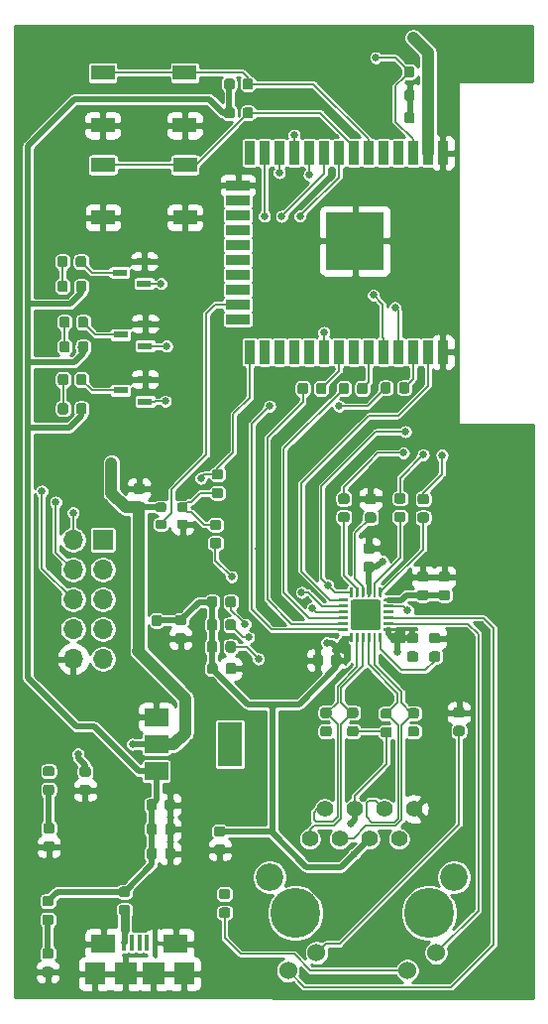
<source format=gbr>
G04 #@! TF.GenerationSoftware,KiCad,Pcbnew,(5.1.5)-3*
G04 #@! TF.CreationDate,2019-12-12T17:13:38-08:00*
G04 #@! TF.ProjectId,EsperDNS,45737065-7244-44e5-932e-6b696361645f,rev?*
G04 #@! TF.SameCoordinates,Original*
G04 #@! TF.FileFunction,Copper,L1,Top*
G04 #@! TF.FilePolarity,Positive*
%FSLAX46Y46*%
G04 Gerber Fmt 4.6, Leading zero omitted, Abs format (unit mm)*
G04 Created by KiCad (PCBNEW (5.1.5)-3) date 2019-12-12 17:13:38*
%MOMM*%
%LPD*%
G04 APERTURE LIST*
%ADD10R,0.900000X2.000000*%
%ADD11R,2.000000X0.900000*%
%ADD12R,5.000000X5.000000*%
%ADD13C,0.100000*%
%ADD14R,2.000000X1.500000*%
%ADD15R,2.000000X3.800000*%
%ADD16R,2.000000X1.300000*%
%ADD17R,1.300000X0.600000*%
%ADD18O,1.700000X1.700000*%
%ADD19R,1.700000X1.700000*%
%ADD20C,4.266000*%
%ADD21C,2.355000*%
%ADD22C,1.398000*%
%ADD23C,1.530000*%
%ADD24R,1.800000X1.900000*%
%ADD25R,1.900000X1.900000*%
%ADD26R,2.100000X1.600000*%
%ADD27R,0.400000X1.350000*%
%ADD28C,0.635000*%
%ADD29C,1.016000*%
%ADD30C,0.508000*%
%ADD31C,0.152400*%
%ADD32C,0.381000*%
%ADD33C,1.016000*%
%ADD34C,0.762000*%
%ADD35C,0.254000*%
%ADD36C,0.203200*%
G04 APERTURE END LIST*
D10*
X153593800Y-84204700D03*
X152323800Y-84204700D03*
X151053800Y-84204700D03*
X149783800Y-84204700D03*
X148513800Y-84204700D03*
X147243800Y-84204700D03*
X145973800Y-84204700D03*
X144703800Y-84204700D03*
X143433800Y-84204700D03*
X142163800Y-84204700D03*
X140893800Y-84204700D03*
X139623800Y-84204700D03*
X138353800Y-84204700D03*
X137083800Y-84204700D03*
D11*
X136083800Y-81419700D03*
X136083800Y-80149700D03*
X136083800Y-78879700D03*
X136083800Y-77609700D03*
X136083800Y-76339700D03*
X136083800Y-75069700D03*
X136083800Y-73799700D03*
X136083800Y-72529700D03*
X136083800Y-71259700D03*
X136083800Y-69989700D03*
D10*
X137083800Y-67204700D03*
X138353800Y-67204700D03*
X139623800Y-67204700D03*
X140893800Y-67204700D03*
X142163800Y-67204700D03*
X143433800Y-67204700D03*
X144703800Y-67204700D03*
X145973800Y-67204700D03*
X147243800Y-67204700D03*
X148513800Y-67204700D03*
X149783800Y-67204700D03*
X151053800Y-67204700D03*
X152323800Y-67204700D03*
X153593800Y-67204700D03*
D12*
X146093800Y-74704700D03*
G04 #@! TA.AperFunction,SMDPad,CuDef*
D13*
G36*
X145413291Y-96286653D02*
G01*
X145434526Y-96289803D01*
X145455350Y-96295019D01*
X145475562Y-96302251D01*
X145494968Y-96311430D01*
X145513381Y-96322466D01*
X145530624Y-96335254D01*
X145546530Y-96349670D01*
X145560946Y-96365576D01*
X145573734Y-96382819D01*
X145584770Y-96401232D01*
X145593949Y-96420638D01*
X145601181Y-96440850D01*
X145606397Y-96461674D01*
X145609547Y-96482909D01*
X145610600Y-96504350D01*
X145610600Y-96941850D01*
X145609547Y-96963291D01*
X145606397Y-96984526D01*
X145601181Y-97005350D01*
X145593949Y-97025562D01*
X145584770Y-97044968D01*
X145573734Y-97063381D01*
X145560946Y-97080624D01*
X145546530Y-97096530D01*
X145530624Y-97110946D01*
X145513381Y-97123734D01*
X145494968Y-97134770D01*
X145475562Y-97143949D01*
X145455350Y-97151181D01*
X145434526Y-97156397D01*
X145413291Y-97159547D01*
X145391850Y-97160600D01*
X144879350Y-97160600D01*
X144857909Y-97159547D01*
X144836674Y-97156397D01*
X144815850Y-97151181D01*
X144795638Y-97143949D01*
X144776232Y-97134770D01*
X144757819Y-97123734D01*
X144740576Y-97110946D01*
X144724670Y-97096530D01*
X144710254Y-97080624D01*
X144697466Y-97063381D01*
X144686430Y-97044968D01*
X144677251Y-97025562D01*
X144670019Y-97005350D01*
X144664803Y-96984526D01*
X144661653Y-96963291D01*
X144660600Y-96941850D01*
X144660600Y-96504350D01*
X144661653Y-96482909D01*
X144664803Y-96461674D01*
X144670019Y-96440850D01*
X144677251Y-96420638D01*
X144686430Y-96401232D01*
X144697466Y-96382819D01*
X144710254Y-96365576D01*
X144724670Y-96349670D01*
X144740576Y-96335254D01*
X144757819Y-96322466D01*
X144776232Y-96311430D01*
X144795638Y-96302251D01*
X144815850Y-96295019D01*
X144836674Y-96289803D01*
X144857909Y-96286653D01*
X144879350Y-96285600D01*
X145391850Y-96285600D01*
X145413291Y-96286653D01*
G37*
G04 #@! TD.AperFunction*
G04 #@! TA.AperFunction,SMDPad,CuDef*
G36*
X145413291Y-97861653D02*
G01*
X145434526Y-97864803D01*
X145455350Y-97870019D01*
X145475562Y-97877251D01*
X145494968Y-97886430D01*
X145513381Y-97897466D01*
X145530624Y-97910254D01*
X145546530Y-97924670D01*
X145560946Y-97940576D01*
X145573734Y-97957819D01*
X145584770Y-97976232D01*
X145593949Y-97995638D01*
X145601181Y-98015850D01*
X145606397Y-98036674D01*
X145609547Y-98057909D01*
X145610600Y-98079350D01*
X145610600Y-98516850D01*
X145609547Y-98538291D01*
X145606397Y-98559526D01*
X145601181Y-98580350D01*
X145593949Y-98600562D01*
X145584770Y-98619968D01*
X145573734Y-98638381D01*
X145560946Y-98655624D01*
X145546530Y-98671530D01*
X145530624Y-98685946D01*
X145513381Y-98698734D01*
X145494968Y-98709770D01*
X145475562Y-98718949D01*
X145455350Y-98726181D01*
X145434526Y-98731397D01*
X145413291Y-98734547D01*
X145391850Y-98735600D01*
X144879350Y-98735600D01*
X144857909Y-98734547D01*
X144836674Y-98731397D01*
X144815850Y-98726181D01*
X144795638Y-98718949D01*
X144776232Y-98709770D01*
X144757819Y-98698734D01*
X144740576Y-98685946D01*
X144724670Y-98671530D01*
X144710254Y-98655624D01*
X144697466Y-98638381D01*
X144686430Y-98619968D01*
X144677251Y-98600562D01*
X144670019Y-98580350D01*
X144664803Y-98559526D01*
X144661653Y-98538291D01*
X144660600Y-98516850D01*
X144660600Y-98079350D01*
X144661653Y-98057909D01*
X144664803Y-98036674D01*
X144670019Y-98015850D01*
X144677251Y-97995638D01*
X144686430Y-97976232D01*
X144697466Y-97957819D01*
X144710254Y-97940576D01*
X144724670Y-97924670D01*
X144740576Y-97910254D01*
X144757819Y-97897466D01*
X144776232Y-97886430D01*
X144795638Y-97877251D01*
X144815850Y-97870019D01*
X144836674Y-97864803D01*
X144857909Y-97861653D01*
X144879350Y-97860600D01*
X145391850Y-97860600D01*
X145413291Y-97861653D01*
G37*
G04 #@! TD.AperFunction*
G04 #@! TA.AperFunction,SMDPad,CuDef*
G36*
X131624703Y-97044863D02*
G01*
X131644118Y-97047743D01*
X131663157Y-97052512D01*
X131681637Y-97059124D01*
X131699379Y-97067516D01*
X131716214Y-97077606D01*
X131731979Y-97089298D01*
X131746521Y-97102479D01*
X131759702Y-97117021D01*
X131771394Y-97132786D01*
X131781484Y-97149621D01*
X131789876Y-97167363D01*
X131796488Y-97185843D01*
X131801257Y-97204882D01*
X131804137Y-97224297D01*
X131805100Y-97243900D01*
X131805100Y-97643900D01*
X131804137Y-97663503D01*
X131801257Y-97682918D01*
X131796488Y-97701957D01*
X131789876Y-97720437D01*
X131781484Y-97738179D01*
X131771394Y-97755014D01*
X131759702Y-97770779D01*
X131746521Y-97785321D01*
X131731979Y-97798502D01*
X131716214Y-97810194D01*
X131699379Y-97820284D01*
X131681637Y-97828676D01*
X131663157Y-97835288D01*
X131644118Y-97840057D01*
X131624703Y-97842937D01*
X131605100Y-97843900D01*
X131105100Y-97843900D01*
X131085497Y-97842937D01*
X131066082Y-97840057D01*
X131047043Y-97835288D01*
X131028563Y-97828676D01*
X131010821Y-97820284D01*
X130993986Y-97810194D01*
X130978221Y-97798502D01*
X130963679Y-97785321D01*
X130950498Y-97770779D01*
X130938806Y-97755014D01*
X130928716Y-97738179D01*
X130920324Y-97720437D01*
X130913712Y-97701957D01*
X130908943Y-97682918D01*
X130906063Y-97663503D01*
X130905100Y-97643900D01*
X130905100Y-97243900D01*
X130906063Y-97224297D01*
X130908943Y-97204882D01*
X130913712Y-97185843D01*
X130920324Y-97167363D01*
X130928716Y-97149621D01*
X130938806Y-97132786D01*
X130950498Y-97117021D01*
X130963679Y-97102479D01*
X130978221Y-97089298D01*
X130993986Y-97077606D01*
X131010821Y-97067516D01*
X131028563Y-97059124D01*
X131047043Y-97052512D01*
X131066082Y-97047743D01*
X131085497Y-97044863D01*
X131105100Y-97043900D01*
X131605100Y-97043900D01*
X131624703Y-97044863D01*
G37*
G04 #@! TD.AperFunction*
G04 #@! TA.AperFunction,SMDPad,CuDef*
G36*
X131624703Y-98494863D02*
G01*
X131644118Y-98497743D01*
X131663157Y-98502512D01*
X131681637Y-98509124D01*
X131699379Y-98517516D01*
X131716214Y-98527606D01*
X131731979Y-98539298D01*
X131746521Y-98552479D01*
X131759702Y-98567021D01*
X131771394Y-98582786D01*
X131781484Y-98599621D01*
X131789876Y-98617363D01*
X131796488Y-98635843D01*
X131801257Y-98654882D01*
X131804137Y-98674297D01*
X131805100Y-98693900D01*
X131805100Y-99093900D01*
X131804137Y-99113503D01*
X131801257Y-99132918D01*
X131796488Y-99151957D01*
X131789876Y-99170437D01*
X131781484Y-99188179D01*
X131771394Y-99205014D01*
X131759702Y-99220779D01*
X131746521Y-99235321D01*
X131731979Y-99248502D01*
X131716214Y-99260194D01*
X131699379Y-99270284D01*
X131681637Y-99278676D01*
X131663157Y-99285288D01*
X131644118Y-99290057D01*
X131624703Y-99292937D01*
X131605100Y-99293900D01*
X131105100Y-99293900D01*
X131085497Y-99292937D01*
X131066082Y-99290057D01*
X131047043Y-99285288D01*
X131028563Y-99278676D01*
X131010821Y-99270284D01*
X130993986Y-99260194D01*
X130978221Y-99248502D01*
X130963679Y-99235321D01*
X130950498Y-99220779D01*
X130938806Y-99205014D01*
X130928716Y-99188179D01*
X130920324Y-99170437D01*
X130913712Y-99151957D01*
X130908943Y-99132918D01*
X130906063Y-99113503D01*
X130905100Y-99093900D01*
X130905100Y-98693900D01*
X130906063Y-98674297D01*
X130908943Y-98654882D01*
X130913712Y-98635843D01*
X130920324Y-98617363D01*
X130928716Y-98599621D01*
X130938806Y-98582786D01*
X130950498Y-98567021D01*
X130963679Y-98552479D01*
X130978221Y-98539298D01*
X130993986Y-98527606D01*
X131010821Y-98517516D01*
X131028563Y-98509124D01*
X131047043Y-98502512D01*
X131066082Y-98497743D01*
X131085497Y-98494863D01*
X131105100Y-98493900D01*
X131605100Y-98493900D01*
X131624703Y-98494863D01*
G37*
G04 #@! TD.AperFunction*
G04 #@! TA.AperFunction,SMDPad,CuDef*
G36*
X129774703Y-97044863D02*
G01*
X129794118Y-97047743D01*
X129813157Y-97052512D01*
X129831637Y-97059124D01*
X129849379Y-97067516D01*
X129866214Y-97077606D01*
X129881979Y-97089298D01*
X129896521Y-97102479D01*
X129909702Y-97117021D01*
X129921394Y-97132786D01*
X129931484Y-97149621D01*
X129939876Y-97167363D01*
X129946488Y-97185843D01*
X129951257Y-97204882D01*
X129954137Y-97224297D01*
X129955100Y-97243900D01*
X129955100Y-97643900D01*
X129954137Y-97663503D01*
X129951257Y-97682918D01*
X129946488Y-97701957D01*
X129939876Y-97720437D01*
X129931484Y-97738179D01*
X129921394Y-97755014D01*
X129909702Y-97770779D01*
X129896521Y-97785321D01*
X129881979Y-97798502D01*
X129866214Y-97810194D01*
X129849379Y-97820284D01*
X129831637Y-97828676D01*
X129813157Y-97835288D01*
X129794118Y-97840057D01*
X129774703Y-97842937D01*
X129755100Y-97843900D01*
X129255100Y-97843900D01*
X129235497Y-97842937D01*
X129216082Y-97840057D01*
X129197043Y-97835288D01*
X129178563Y-97828676D01*
X129160821Y-97820284D01*
X129143986Y-97810194D01*
X129128221Y-97798502D01*
X129113679Y-97785321D01*
X129100498Y-97770779D01*
X129088806Y-97755014D01*
X129078716Y-97738179D01*
X129070324Y-97720437D01*
X129063712Y-97701957D01*
X129058943Y-97682918D01*
X129056063Y-97663503D01*
X129055100Y-97643900D01*
X129055100Y-97243900D01*
X129056063Y-97224297D01*
X129058943Y-97204882D01*
X129063712Y-97185843D01*
X129070324Y-97167363D01*
X129078716Y-97149621D01*
X129088806Y-97132786D01*
X129100498Y-97117021D01*
X129113679Y-97102479D01*
X129128221Y-97089298D01*
X129143986Y-97077606D01*
X129160821Y-97067516D01*
X129178563Y-97059124D01*
X129197043Y-97052512D01*
X129216082Y-97047743D01*
X129235497Y-97044863D01*
X129255100Y-97043900D01*
X129755100Y-97043900D01*
X129774703Y-97044863D01*
G37*
G04 #@! TD.AperFunction*
G04 #@! TA.AperFunction,SMDPad,CuDef*
G36*
X129774703Y-98494863D02*
G01*
X129794118Y-98497743D01*
X129813157Y-98502512D01*
X129831637Y-98509124D01*
X129849379Y-98517516D01*
X129866214Y-98527606D01*
X129881979Y-98539298D01*
X129896521Y-98552479D01*
X129909702Y-98567021D01*
X129921394Y-98582786D01*
X129931484Y-98599621D01*
X129939876Y-98617363D01*
X129946488Y-98635843D01*
X129951257Y-98654882D01*
X129954137Y-98674297D01*
X129955100Y-98693900D01*
X129955100Y-99093900D01*
X129954137Y-99113503D01*
X129951257Y-99132918D01*
X129946488Y-99151957D01*
X129939876Y-99170437D01*
X129931484Y-99188179D01*
X129921394Y-99205014D01*
X129909702Y-99220779D01*
X129896521Y-99235321D01*
X129881979Y-99248502D01*
X129866214Y-99260194D01*
X129849379Y-99270284D01*
X129831637Y-99278676D01*
X129813157Y-99285288D01*
X129794118Y-99290057D01*
X129774703Y-99292937D01*
X129755100Y-99293900D01*
X129255100Y-99293900D01*
X129235497Y-99292937D01*
X129216082Y-99290057D01*
X129197043Y-99285288D01*
X129178563Y-99278676D01*
X129160821Y-99270284D01*
X129143986Y-99260194D01*
X129128221Y-99248502D01*
X129113679Y-99235321D01*
X129100498Y-99220779D01*
X129088806Y-99205014D01*
X129078716Y-99188179D01*
X129070324Y-99170437D01*
X129063712Y-99151957D01*
X129058943Y-99132918D01*
X129056063Y-99113503D01*
X129055100Y-99093900D01*
X129055100Y-98693900D01*
X129056063Y-98674297D01*
X129058943Y-98654882D01*
X129063712Y-98635843D01*
X129070324Y-98617363D01*
X129078716Y-98599621D01*
X129088806Y-98582786D01*
X129100498Y-98567021D01*
X129113679Y-98552479D01*
X129128221Y-98539298D01*
X129143986Y-98527606D01*
X129160821Y-98517516D01*
X129178563Y-98509124D01*
X129197043Y-98502512D01*
X129216082Y-98497743D01*
X129235497Y-98494863D01*
X129255100Y-98493900D01*
X129755100Y-98493900D01*
X129774703Y-98494863D01*
G37*
G04 #@! TD.AperFunction*
G04 #@! TA.AperFunction,SMDPad,CuDef*
G36*
X148333826Y-108154501D02*
G01*
X148339893Y-108155401D01*
X148345843Y-108156891D01*
X148351618Y-108158958D01*
X148357162Y-108161580D01*
X148362423Y-108164733D01*
X148367350Y-108168387D01*
X148371894Y-108172506D01*
X148376013Y-108177050D01*
X148379667Y-108181977D01*
X148382820Y-108187238D01*
X148385442Y-108192782D01*
X148387509Y-108198557D01*
X148388999Y-108204507D01*
X148389899Y-108210574D01*
X148390200Y-108216700D01*
X148390200Y-108916700D01*
X148389899Y-108922826D01*
X148388999Y-108928893D01*
X148387509Y-108934843D01*
X148385442Y-108940618D01*
X148382820Y-108946162D01*
X148379667Y-108951423D01*
X148376013Y-108956350D01*
X148371894Y-108960894D01*
X148367350Y-108965013D01*
X148362423Y-108968667D01*
X148357162Y-108971820D01*
X148351618Y-108974442D01*
X148345843Y-108976509D01*
X148339893Y-108977999D01*
X148333826Y-108978899D01*
X148327700Y-108979200D01*
X148202700Y-108979200D01*
X148196574Y-108978899D01*
X148190507Y-108977999D01*
X148184557Y-108976509D01*
X148178782Y-108974442D01*
X148173238Y-108971820D01*
X148167977Y-108968667D01*
X148163050Y-108965013D01*
X148158506Y-108960894D01*
X148154387Y-108956350D01*
X148150733Y-108951423D01*
X148147580Y-108946162D01*
X148144958Y-108940618D01*
X148142891Y-108934843D01*
X148141401Y-108928893D01*
X148140501Y-108922826D01*
X148140200Y-108916700D01*
X148140200Y-108216700D01*
X148140501Y-108210574D01*
X148141401Y-108204507D01*
X148142891Y-108198557D01*
X148144958Y-108192782D01*
X148147580Y-108187238D01*
X148150733Y-108181977D01*
X148154387Y-108177050D01*
X148158506Y-108172506D01*
X148163050Y-108168387D01*
X148167977Y-108164733D01*
X148173238Y-108161580D01*
X148178782Y-108158958D01*
X148184557Y-108156891D01*
X148190507Y-108155401D01*
X148196574Y-108154501D01*
X148202700Y-108154200D01*
X148327700Y-108154200D01*
X148333826Y-108154501D01*
G37*
G04 #@! TD.AperFunction*
G04 #@! TA.AperFunction,SMDPad,CuDef*
G36*
X147833826Y-108154501D02*
G01*
X147839893Y-108155401D01*
X147845843Y-108156891D01*
X147851618Y-108158958D01*
X147857162Y-108161580D01*
X147862423Y-108164733D01*
X147867350Y-108168387D01*
X147871894Y-108172506D01*
X147876013Y-108177050D01*
X147879667Y-108181977D01*
X147882820Y-108187238D01*
X147885442Y-108192782D01*
X147887509Y-108198557D01*
X147888999Y-108204507D01*
X147889899Y-108210574D01*
X147890200Y-108216700D01*
X147890200Y-108916700D01*
X147889899Y-108922826D01*
X147888999Y-108928893D01*
X147887509Y-108934843D01*
X147885442Y-108940618D01*
X147882820Y-108946162D01*
X147879667Y-108951423D01*
X147876013Y-108956350D01*
X147871894Y-108960894D01*
X147867350Y-108965013D01*
X147862423Y-108968667D01*
X147857162Y-108971820D01*
X147851618Y-108974442D01*
X147845843Y-108976509D01*
X147839893Y-108977999D01*
X147833826Y-108978899D01*
X147827700Y-108979200D01*
X147702700Y-108979200D01*
X147696574Y-108978899D01*
X147690507Y-108977999D01*
X147684557Y-108976509D01*
X147678782Y-108974442D01*
X147673238Y-108971820D01*
X147667977Y-108968667D01*
X147663050Y-108965013D01*
X147658506Y-108960894D01*
X147654387Y-108956350D01*
X147650733Y-108951423D01*
X147647580Y-108946162D01*
X147644958Y-108940618D01*
X147642891Y-108934843D01*
X147641401Y-108928893D01*
X147640501Y-108922826D01*
X147640200Y-108916700D01*
X147640200Y-108216700D01*
X147640501Y-108210574D01*
X147641401Y-108204507D01*
X147642891Y-108198557D01*
X147644958Y-108192782D01*
X147647580Y-108187238D01*
X147650733Y-108181977D01*
X147654387Y-108177050D01*
X147658506Y-108172506D01*
X147663050Y-108168387D01*
X147667977Y-108164733D01*
X147673238Y-108161580D01*
X147678782Y-108158958D01*
X147684557Y-108156891D01*
X147690507Y-108155401D01*
X147696574Y-108154501D01*
X147702700Y-108154200D01*
X147827700Y-108154200D01*
X147833826Y-108154501D01*
G37*
G04 #@! TD.AperFunction*
G04 #@! TA.AperFunction,SMDPad,CuDef*
G36*
X147333826Y-108154501D02*
G01*
X147339893Y-108155401D01*
X147345843Y-108156891D01*
X147351618Y-108158958D01*
X147357162Y-108161580D01*
X147362423Y-108164733D01*
X147367350Y-108168387D01*
X147371894Y-108172506D01*
X147376013Y-108177050D01*
X147379667Y-108181977D01*
X147382820Y-108187238D01*
X147385442Y-108192782D01*
X147387509Y-108198557D01*
X147388999Y-108204507D01*
X147389899Y-108210574D01*
X147390200Y-108216700D01*
X147390200Y-108916700D01*
X147389899Y-108922826D01*
X147388999Y-108928893D01*
X147387509Y-108934843D01*
X147385442Y-108940618D01*
X147382820Y-108946162D01*
X147379667Y-108951423D01*
X147376013Y-108956350D01*
X147371894Y-108960894D01*
X147367350Y-108965013D01*
X147362423Y-108968667D01*
X147357162Y-108971820D01*
X147351618Y-108974442D01*
X147345843Y-108976509D01*
X147339893Y-108977999D01*
X147333826Y-108978899D01*
X147327700Y-108979200D01*
X147202700Y-108979200D01*
X147196574Y-108978899D01*
X147190507Y-108977999D01*
X147184557Y-108976509D01*
X147178782Y-108974442D01*
X147173238Y-108971820D01*
X147167977Y-108968667D01*
X147163050Y-108965013D01*
X147158506Y-108960894D01*
X147154387Y-108956350D01*
X147150733Y-108951423D01*
X147147580Y-108946162D01*
X147144958Y-108940618D01*
X147142891Y-108934843D01*
X147141401Y-108928893D01*
X147140501Y-108922826D01*
X147140200Y-108916700D01*
X147140200Y-108216700D01*
X147140501Y-108210574D01*
X147141401Y-108204507D01*
X147142891Y-108198557D01*
X147144958Y-108192782D01*
X147147580Y-108187238D01*
X147150733Y-108181977D01*
X147154387Y-108177050D01*
X147158506Y-108172506D01*
X147163050Y-108168387D01*
X147167977Y-108164733D01*
X147173238Y-108161580D01*
X147178782Y-108158958D01*
X147184557Y-108156891D01*
X147190507Y-108155401D01*
X147196574Y-108154501D01*
X147202700Y-108154200D01*
X147327700Y-108154200D01*
X147333826Y-108154501D01*
G37*
G04 #@! TD.AperFunction*
G04 #@! TA.AperFunction,SMDPad,CuDef*
G36*
X146833826Y-108154501D02*
G01*
X146839893Y-108155401D01*
X146845843Y-108156891D01*
X146851618Y-108158958D01*
X146857162Y-108161580D01*
X146862423Y-108164733D01*
X146867350Y-108168387D01*
X146871894Y-108172506D01*
X146876013Y-108177050D01*
X146879667Y-108181977D01*
X146882820Y-108187238D01*
X146885442Y-108192782D01*
X146887509Y-108198557D01*
X146888999Y-108204507D01*
X146889899Y-108210574D01*
X146890200Y-108216700D01*
X146890200Y-108916700D01*
X146889899Y-108922826D01*
X146888999Y-108928893D01*
X146887509Y-108934843D01*
X146885442Y-108940618D01*
X146882820Y-108946162D01*
X146879667Y-108951423D01*
X146876013Y-108956350D01*
X146871894Y-108960894D01*
X146867350Y-108965013D01*
X146862423Y-108968667D01*
X146857162Y-108971820D01*
X146851618Y-108974442D01*
X146845843Y-108976509D01*
X146839893Y-108977999D01*
X146833826Y-108978899D01*
X146827700Y-108979200D01*
X146702700Y-108979200D01*
X146696574Y-108978899D01*
X146690507Y-108977999D01*
X146684557Y-108976509D01*
X146678782Y-108974442D01*
X146673238Y-108971820D01*
X146667977Y-108968667D01*
X146663050Y-108965013D01*
X146658506Y-108960894D01*
X146654387Y-108956350D01*
X146650733Y-108951423D01*
X146647580Y-108946162D01*
X146644958Y-108940618D01*
X146642891Y-108934843D01*
X146641401Y-108928893D01*
X146640501Y-108922826D01*
X146640200Y-108916700D01*
X146640200Y-108216700D01*
X146640501Y-108210574D01*
X146641401Y-108204507D01*
X146642891Y-108198557D01*
X146644958Y-108192782D01*
X146647580Y-108187238D01*
X146650733Y-108181977D01*
X146654387Y-108177050D01*
X146658506Y-108172506D01*
X146663050Y-108168387D01*
X146667977Y-108164733D01*
X146673238Y-108161580D01*
X146678782Y-108158958D01*
X146684557Y-108156891D01*
X146690507Y-108155401D01*
X146696574Y-108154501D01*
X146702700Y-108154200D01*
X146827700Y-108154200D01*
X146833826Y-108154501D01*
G37*
G04 #@! TD.AperFunction*
G04 #@! TA.AperFunction,SMDPad,CuDef*
G36*
X146333826Y-108154501D02*
G01*
X146339893Y-108155401D01*
X146345843Y-108156891D01*
X146351618Y-108158958D01*
X146357162Y-108161580D01*
X146362423Y-108164733D01*
X146367350Y-108168387D01*
X146371894Y-108172506D01*
X146376013Y-108177050D01*
X146379667Y-108181977D01*
X146382820Y-108187238D01*
X146385442Y-108192782D01*
X146387509Y-108198557D01*
X146388999Y-108204507D01*
X146389899Y-108210574D01*
X146390200Y-108216700D01*
X146390200Y-108916700D01*
X146389899Y-108922826D01*
X146388999Y-108928893D01*
X146387509Y-108934843D01*
X146385442Y-108940618D01*
X146382820Y-108946162D01*
X146379667Y-108951423D01*
X146376013Y-108956350D01*
X146371894Y-108960894D01*
X146367350Y-108965013D01*
X146362423Y-108968667D01*
X146357162Y-108971820D01*
X146351618Y-108974442D01*
X146345843Y-108976509D01*
X146339893Y-108977999D01*
X146333826Y-108978899D01*
X146327700Y-108979200D01*
X146202700Y-108979200D01*
X146196574Y-108978899D01*
X146190507Y-108977999D01*
X146184557Y-108976509D01*
X146178782Y-108974442D01*
X146173238Y-108971820D01*
X146167977Y-108968667D01*
X146163050Y-108965013D01*
X146158506Y-108960894D01*
X146154387Y-108956350D01*
X146150733Y-108951423D01*
X146147580Y-108946162D01*
X146144958Y-108940618D01*
X146142891Y-108934843D01*
X146141401Y-108928893D01*
X146140501Y-108922826D01*
X146140200Y-108916700D01*
X146140200Y-108216700D01*
X146140501Y-108210574D01*
X146141401Y-108204507D01*
X146142891Y-108198557D01*
X146144958Y-108192782D01*
X146147580Y-108187238D01*
X146150733Y-108181977D01*
X146154387Y-108177050D01*
X146158506Y-108172506D01*
X146163050Y-108168387D01*
X146167977Y-108164733D01*
X146173238Y-108161580D01*
X146178782Y-108158958D01*
X146184557Y-108156891D01*
X146190507Y-108155401D01*
X146196574Y-108154501D01*
X146202700Y-108154200D01*
X146327700Y-108154200D01*
X146333826Y-108154501D01*
G37*
G04 #@! TD.AperFunction*
G04 #@! TA.AperFunction,SMDPad,CuDef*
G36*
X145833826Y-108154501D02*
G01*
X145839893Y-108155401D01*
X145845843Y-108156891D01*
X145851618Y-108158958D01*
X145857162Y-108161580D01*
X145862423Y-108164733D01*
X145867350Y-108168387D01*
X145871894Y-108172506D01*
X145876013Y-108177050D01*
X145879667Y-108181977D01*
X145882820Y-108187238D01*
X145885442Y-108192782D01*
X145887509Y-108198557D01*
X145888999Y-108204507D01*
X145889899Y-108210574D01*
X145890200Y-108216700D01*
X145890200Y-108916700D01*
X145889899Y-108922826D01*
X145888999Y-108928893D01*
X145887509Y-108934843D01*
X145885442Y-108940618D01*
X145882820Y-108946162D01*
X145879667Y-108951423D01*
X145876013Y-108956350D01*
X145871894Y-108960894D01*
X145867350Y-108965013D01*
X145862423Y-108968667D01*
X145857162Y-108971820D01*
X145851618Y-108974442D01*
X145845843Y-108976509D01*
X145839893Y-108977999D01*
X145833826Y-108978899D01*
X145827700Y-108979200D01*
X145702700Y-108979200D01*
X145696574Y-108978899D01*
X145690507Y-108977999D01*
X145684557Y-108976509D01*
X145678782Y-108974442D01*
X145673238Y-108971820D01*
X145667977Y-108968667D01*
X145663050Y-108965013D01*
X145658506Y-108960894D01*
X145654387Y-108956350D01*
X145650733Y-108951423D01*
X145647580Y-108946162D01*
X145644958Y-108940618D01*
X145642891Y-108934843D01*
X145641401Y-108928893D01*
X145640501Y-108922826D01*
X145640200Y-108916700D01*
X145640200Y-108216700D01*
X145640501Y-108210574D01*
X145641401Y-108204507D01*
X145642891Y-108198557D01*
X145644958Y-108192782D01*
X145647580Y-108187238D01*
X145650733Y-108181977D01*
X145654387Y-108177050D01*
X145658506Y-108172506D01*
X145663050Y-108168387D01*
X145667977Y-108164733D01*
X145673238Y-108161580D01*
X145678782Y-108158958D01*
X145684557Y-108156891D01*
X145690507Y-108155401D01*
X145696574Y-108154501D01*
X145702700Y-108154200D01*
X145827700Y-108154200D01*
X145833826Y-108154501D01*
G37*
G04 #@! TD.AperFunction*
G04 #@! TA.AperFunction,SMDPad,CuDef*
G36*
X145433826Y-107754501D02*
G01*
X145439893Y-107755401D01*
X145445843Y-107756891D01*
X145451618Y-107758958D01*
X145457162Y-107761580D01*
X145462423Y-107764733D01*
X145467350Y-107768387D01*
X145471894Y-107772506D01*
X145476013Y-107777050D01*
X145479667Y-107781977D01*
X145482820Y-107787238D01*
X145485442Y-107792782D01*
X145487509Y-107798557D01*
X145488999Y-107804507D01*
X145489899Y-107810574D01*
X145490200Y-107816700D01*
X145490200Y-107941700D01*
X145489899Y-107947826D01*
X145488999Y-107953893D01*
X145487509Y-107959843D01*
X145485442Y-107965618D01*
X145482820Y-107971162D01*
X145479667Y-107976423D01*
X145476013Y-107981350D01*
X145471894Y-107985894D01*
X145467350Y-107990013D01*
X145462423Y-107993667D01*
X145457162Y-107996820D01*
X145451618Y-107999442D01*
X145445843Y-108001509D01*
X145439893Y-108002999D01*
X145433826Y-108003899D01*
X145427700Y-108004200D01*
X144727700Y-108004200D01*
X144721574Y-108003899D01*
X144715507Y-108002999D01*
X144709557Y-108001509D01*
X144703782Y-107999442D01*
X144698238Y-107996820D01*
X144692977Y-107993667D01*
X144688050Y-107990013D01*
X144683506Y-107985894D01*
X144679387Y-107981350D01*
X144675733Y-107976423D01*
X144672580Y-107971162D01*
X144669958Y-107965618D01*
X144667891Y-107959843D01*
X144666401Y-107953893D01*
X144665501Y-107947826D01*
X144665200Y-107941700D01*
X144665200Y-107816700D01*
X144665501Y-107810574D01*
X144666401Y-107804507D01*
X144667891Y-107798557D01*
X144669958Y-107792782D01*
X144672580Y-107787238D01*
X144675733Y-107781977D01*
X144679387Y-107777050D01*
X144683506Y-107772506D01*
X144688050Y-107768387D01*
X144692977Y-107764733D01*
X144698238Y-107761580D01*
X144703782Y-107758958D01*
X144709557Y-107756891D01*
X144715507Y-107755401D01*
X144721574Y-107754501D01*
X144727700Y-107754200D01*
X145427700Y-107754200D01*
X145433826Y-107754501D01*
G37*
G04 #@! TD.AperFunction*
G04 #@! TA.AperFunction,SMDPad,CuDef*
G36*
X145433826Y-107254501D02*
G01*
X145439893Y-107255401D01*
X145445843Y-107256891D01*
X145451618Y-107258958D01*
X145457162Y-107261580D01*
X145462423Y-107264733D01*
X145467350Y-107268387D01*
X145471894Y-107272506D01*
X145476013Y-107277050D01*
X145479667Y-107281977D01*
X145482820Y-107287238D01*
X145485442Y-107292782D01*
X145487509Y-107298557D01*
X145488999Y-107304507D01*
X145489899Y-107310574D01*
X145490200Y-107316700D01*
X145490200Y-107441700D01*
X145489899Y-107447826D01*
X145488999Y-107453893D01*
X145487509Y-107459843D01*
X145485442Y-107465618D01*
X145482820Y-107471162D01*
X145479667Y-107476423D01*
X145476013Y-107481350D01*
X145471894Y-107485894D01*
X145467350Y-107490013D01*
X145462423Y-107493667D01*
X145457162Y-107496820D01*
X145451618Y-107499442D01*
X145445843Y-107501509D01*
X145439893Y-107502999D01*
X145433826Y-107503899D01*
X145427700Y-107504200D01*
X144727700Y-107504200D01*
X144721574Y-107503899D01*
X144715507Y-107502999D01*
X144709557Y-107501509D01*
X144703782Y-107499442D01*
X144698238Y-107496820D01*
X144692977Y-107493667D01*
X144688050Y-107490013D01*
X144683506Y-107485894D01*
X144679387Y-107481350D01*
X144675733Y-107476423D01*
X144672580Y-107471162D01*
X144669958Y-107465618D01*
X144667891Y-107459843D01*
X144666401Y-107453893D01*
X144665501Y-107447826D01*
X144665200Y-107441700D01*
X144665200Y-107316700D01*
X144665501Y-107310574D01*
X144666401Y-107304507D01*
X144667891Y-107298557D01*
X144669958Y-107292782D01*
X144672580Y-107287238D01*
X144675733Y-107281977D01*
X144679387Y-107277050D01*
X144683506Y-107272506D01*
X144688050Y-107268387D01*
X144692977Y-107264733D01*
X144698238Y-107261580D01*
X144703782Y-107258958D01*
X144709557Y-107256891D01*
X144715507Y-107255401D01*
X144721574Y-107254501D01*
X144727700Y-107254200D01*
X145427700Y-107254200D01*
X145433826Y-107254501D01*
G37*
G04 #@! TD.AperFunction*
G04 #@! TA.AperFunction,SMDPad,CuDef*
G36*
X145433826Y-106754501D02*
G01*
X145439893Y-106755401D01*
X145445843Y-106756891D01*
X145451618Y-106758958D01*
X145457162Y-106761580D01*
X145462423Y-106764733D01*
X145467350Y-106768387D01*
X145471894Y-106772506D01*
X145476013Y-106777050D01*
X145479667Y-106781977D01*
X145482820Y-106787238D01*
X145485442Y-106792782D01*
X145487509Y-106798557D01*
X145488999Y-106804507D01*
X145489899Y-106810574D01*
X145490200Y-106816700D01*
X145490200Y-106941700D01*
X145489899Y-106947826D01*
X145488999Y-106953893D01*
X145487509Y-106959843D01*
X145485442Y-106965618D01*
X145482820Y-106971162D01*
X145479667Y-106976423D01*
X145476013Y-106981350D01*
X145471894Y-106985894D01*
X145467350Y-106990013D01*
X145462423Y-106993667D01*
X145457162Y-106996820D01*
X145451618Y-106999442D01*
X145445843Y-107001509D01*
X145439893Y-107002999D01*
X145433826Y-107003899D01*
X145427700Y-107004200D01*
X144727700Y-107004200D01*
X144721574Y-107003899D01*
X144715507Y-107002999D01*
X144709557Y-107001509D01*
X144703782Y-106999442D01*
X144698238Y-106996820D01*
X144692977Y-106993667D01*
X144688050Y-106990013D01*
X144683506Y-106985894D01*
X144679387Y-106981350D01*
X144675733Y-106976423D01*
X144672580Y-106971162D01*
X144669958Y-106965618D01*
X144667891Y-106959843D01*
X144666401Y-106953893D01*
X144665501Y-106947826D01*
X144665200Y-106941700D01*
X144665200Y-106816700D01*
X144665501Y-106810574D01*
X144666401Y-106804507D01*
X144667891Y-106798557D01*
X144669958Y-106792782D01*
X144672580Y-106787238D01*
X144675733Y-106781977D01*
X144679387Y-106777050D01*
X144683506Y-106772506D01*
X144688050Y-106768387D01*
X144692977Y-106764733D01*
X144698238Y-106761580D01*
X144703782Y-106758958D01*
X144709557Y-106756891D01*
X144715507Y-106755401D01*
X144721574Y-106754501D01*
X144727700Y-106754200D01*
X145427700Y-106754200D01*
X145433826Y-106754501D01*
G37*
G04 #@! TD.AperFunction*
G04 #@! TA.AperFunction,SMDPad,CuDef*
G36*
X145433826Y-106254501D02*
G01*
X145439893Y-106255401D01*
X145445843Y-106256891D01*
X145451618Y-106258958D01*
X145457162Y-106261580D01*
X145462423Y-106264733D01*
X145467350Y-106268387D01*
X145471894Y-106272506D01*
X145476013Y-106277050D01*
X145479667Y-106281977D01*
X145482820Y-106287238D01*
X145485442Y-106292782D01*
X145487509Y-106298557D01*
X145488999Y-106304507D01*
X145489899Y-106310574D01*
X145490200Y-106316700D01*
X145490200Y-106441700D01*
X145489899Y-106447826D01*
X145488999Y-106453893D01*
X145487509Y-106459843D01*
X145485442Y-106465618D01*
X145482820Y-106471162D01*
X145479667Y-106476423D01*
X145476013Y-106481350D01*
X145471894Y-106485894D01*
X145467350Y-106490013D01*
X145462423Y-106493667D01*
X145457162Y-106496820D01*
X145451618Y-106499442D01*
X145445843Y-106501509D01*
X145439893Y-106502999D01*
X145433826Y-106503899D01*
X145427700Y-106504200D01*
X144727700Y-106504200D01*
X144721574Y-106503899D01*
X144715507Y-106502999D01*
X144709557Y-106501509D01*
X144703782Y-106499442D01*
X144698238Y-106496820D01*
X144692977Y-106493667D01*
X144688050Y-106490013D01*
X144683506Y-106485894D01*
X144679387Y-106481350D01*
X144675733Y-106476423D01*
X144672580Y-106471162D01*
X144669958Y-106465618D01*
X144667891Y-106459843D01*
X144666401Y-106453893D01*
X144665501Y-106447826D01*
X144665200Y-106441700D01*
X144665200Y-106316700D01*
X144665501Y-106310574D01*
X144666401Y-106304507D01*
X144667891Y-106298557D01*
X144669958Y-106292782D01*
X144672580Y-106287238D01*
X144675733Y-106281977D01*
X144679387Y-106277050D01*
X144683506Y-106272506D01*
X144688050Y-106268387D01*
X144692977Y-106264733D01*
X144698238Y-106261580D01*
X144703782Y-106258958D01*
X144709557Y-106256891D01*
X144715507Y-106255401D01*
X144721574Y-106254501D01*
X144727700Y-106254200D01*
X145427700Y-106254200D01*
X145433826Y-106254501D01*
G37*
G04 #@! TD.AperFunction*
G04 #@! TA.AperFunction,SMDPad,CuDef*
G36*
X145433826Y-105754501D02*
G01*
X145439893Y-105755401D01*
X145445843Y-105756891D01*
X145451618Y-105758958D01*
X145457162Y-105761580D01*
X145462423Y-105764733D01*
X145467350Y-105768387D01*
X145471894Y-105772506D01*
X145476013Y-105777050D01*
X145479667Y-105781977D01*
X145482820Y-105787238D01*
X145485442Y-105792782D01*
X145487509Y-105798557D01*
X145488999Y-105804507D01*
X145489899Y-105810574D01*
X145490200Y-105816700D01*
X145490200Y-105941700D01*
X145489899Y-105947826D01*
X145488999Y-105953893D01*
X145487509Y-105959843D01*
X145485442Y-105965618D01*
X145482820Y-105971162D01*
X145479667Y-105976423D01*
X145476013Y-105981350D01*
X145471894Y-105985894D01*
X145467350Y-105990013D01*
X145462423Y-105993667D01*
X145457162Y-105996820D01*
X145451618Y-105999442D01*
X145445843Y-106001509D01*
X145439893Y-106002999D01*
X145433826Y-106003899D01*
X145427700Y-106004200D01*
X144727700Y-106004200D01*
X144721574Y-106003899D01*
X144715507Y-106002999D01*
X144709557Y-106001509D01*
X144703782Y-105999442D01*
X144698238Y-105996820D01*
X144692977Y-105993667D01*
X144688050Y-105990013D01*
X144683506Y-105985894D01*
X144679387Y-105981350D01*
X144675733Y-105976423D01*
X144672580Y-105971162D01*
X144669958Y-105965618D01*
X144667891Y-105959843D01*
X144666401Y-105953893D01*
X144665501Y-105947826D01*
X144665200Y-105941700D01*
X144665200Y-105816700D01*
X144665501Y-105810574D01*
X144666401Y-105804507D01*
X144667891Y-105798557D01*
X144669958Y-105792782D01*
X144672580Y-105787238D01*
X144675733Y-105781977D01*
X144679387Y-105777050D01*
X144683506Y-105772506D01*
X144688050Y-105768387D01*
X144692977Y-105764733D01*
X144698238Y-105761580D01*
X144703782Y-105758958D01*
X144709557Y-105756891D01*
X144715507Y-105755401D01*
X144721574Y-105754501D01*
X144727700Y-105754200D01*
X145427700Y-105754200D01*
X145433826Y-105754501D01*
G37*
G04 #@! TD.AperFunction*
G04 #@! TA.AperFunction,SMDPad,CuDef*
G36*
X145433826Y-105254501D02*
G01*
X145439893Y-105255401D01*
X145445843Y-105256891D01*
X145451618Y-105258958D01*
X145457162Y-105261580D01*
X145462423Y-105264733D01*
X145467350Y-105268387D01*
X145471894Y-105272506D01*
X145476013Y-105277050D01*
X145479667Y-105281977D01*
X145482820Y-105287238D01*
X145485442Y-105292782D01*
X145487509Y-105298557D01*
X145488999Y-105304507D01*
X145489899Y-105310574D01*
X145490200Y-105316700D01*
X145490200Y-105441700D01*
X145489899Y-105447826D01*
X145488999Y-105453893D01*
X145487509Y-105459843D01*
X145485442Y-105465618D01*
X145482820Y-105471162D01*
X145479667Y-105476423D01*
X145476013Y-105481350D01*
X145471894Y-105485894D01*
X145467350Y-105490013D01*
X145462423Y-105493667D01*
X145457162Y-105496820D01*
X145451618Y-105499442D01*
X145445843Y-105501509D01*
X145439893Y-105502999D01*
X145433826Y-105503899D01*
X145427700Y-105504200D01*
X144727700Y-105504200D01*
X144721574Y-105503899D01*
X144715507Y-105502999D01*
X144709557Y-105501509D01*
X144703782Y-105499442D01*
X144698238Y-105496820D01*
X144692977Y-105493667D01*
X144688050Y-105490013D01*
X144683506Y-105485894D01*
X144679387Y-105481350D01*
X144675733Y-105476423D01*
X144672580Y-105471162D01*
X144669958Y-105465618D01*
X144667891Y-105459843D01*
X144666401Y-105453893D01*
X144665501Y-105447826D01*
X144665200Y-105441700D01*
X144665200Y-105316700D01*
X144665501Y-105310574D01*
X144666401Y-105304507D01*
X144667891Y-105298557D01*
X144669958Y-105292782D01*
X144672580Y-105287238D01*
X144675733Y-105281977D01*
X144679387Y-105277050D01*
X144683506Y-105272506D01*
X144688050Y-105268387D01*
X144692977Y-105264733D01*
X144698238Y-105261580D01*
X144703782Y-105258958D01*
X144709557Y-105256891D01*
X144715507Y-105255401D01*
X144721574Y-105254501D01*
X144727700Y-105254200D01*
X145427700Y-105254200D01*
X145433826Y-105254501D01*
G37*
G04 #@! TD.AperFunction*
G04 #@! TA.AperFunction,SMDPad,CuDef*
G36*
X145833826Y-104279501D02*
G01*
X145839893Y-104280401D01*
X145845843Y-104281891D01*
X145851618Y-104283958D01*
X145857162Y-104286580D01*
X145862423Y-104289733D01*
X145867350Y-104293387D01*
X145871894Y-104297506D01*
X145876013Y-104302050D01*
X145879667Y-104306977D01*
X145882820Y-104312238D01*
X145885442Y-104317782D01*
X145887509Y-104323557D01*
X145888999Y-104329507D01*
X145889899Y-104335574D01*
X145890200Y-104341700D01*
X145890200Y-105041700D01*
X145889899Y-105047826D01*
X145888999Y-105053893D01*
X145887509Y-105059843D01*
X145885442Y-105065618D01*
X145882820Y-105071162D01*
X145879667Y-105076423D01*
X145876013Y-105081350D01*
X145871894Y-105085894D01*
X145867350Y-105090013D01*
X145862423Y-105093667D01*
X145857162Y-105096820D01*
X145851618Y-105099442D01*
X145845843Y-105101509D01*
X145839893Y-105102999D01*
X145833826Y-105103899D01*
X145827700Y-105104200D01*
X145702700Y-105104200D01*
X145696574Y-105103899D01*
X145690507Y-105102999D01*
X145684557Y-105101509D01*
X145678782Y-105099442D01*
X145673238Y-105096820D01*
X145667977Y-105093667D01*
X145663050Y-105090013D01*
X145658506Y-105085894D01*
X145654387Y-105081350D01*
X145650733Y-105076423D01*
X145647580Y-105071162D01*
X145644958Y-105065618D01*
X145642891Y-105059843D01*
X145641401Y-105053893D01*
X145640501Y-105047826D01*
X145640200Y-105041700D01*
X145640200Y-104341700D01*
X145640501Y-104335574D01*
X145641401Y-104329507D01*
X145642891Y-104323557D01*
X145644958Y-104317782D01*
X145647580Y-104312238D01*
X145650733Y-104306977D01*
X145654387Y-104302050D01*
X145658506Y-104297506D01*
X145663050Y-104293387D01*
X145667977Y-104289733D01*
X145673238Y-104286580D01*
X145678782Y-104283958D01*
X145684557Y-104281891D01*
X145690507Y-104280401D01*
X145696574Y-104279501D01*
X145702700Y-104279200D01*
X145827700Y-104279200D01*
X145833826Y-104279501D01*
G37*
G04 #@! TD.AperFunction*
G04 #@! TA.AperFunction,SMDPad,CuDef*
G36*
X146333826Y-104279501D02*
G01*
X146339893Y-104280401D01*
X146345843Y-104281891D01*
X146351618Y-104283958D01*
X146357162Y-104286580D01*
X146362423Y-104289733D01*
X146367350Y-104293387D01*
X146371894Y-104297506D01*
X146376013Y-104302050D01*
X146379667Y-104306977D01*
X146382820Y-104312238D01*
X146385442Y-104317782D01*
X146387509Y-104323557D01*
X146388999Y-104329507D01*
X146389899Y-104335574D01*
X146390200Y-104341700D01*
X146390200Y-105041700D01*
X146389899Y-105047826D01*
X146388999Y-105053893D01*
X146387509Y-105059843D01*
X146385442Y-105065618D01*
X146382820Y-105071162D01*
X146379667Y-105076423D01*
X146376013Y-105081350D01*
X146371894Y-105085894D01*
X146367350Y-105090013D01*
X146362423Y-105093667D01*
X146357162Y-105096820D01*
X146351618Y-105099442D01*
X146345843Y-105101509D01*
X146339893Y-105102999D01*
X146333826Y-105103899D01*
X146327700Y-105104200D01*
X146202700Y-105104200D01*
X146196574Y-105103899D01*
X146190507Y-105102999D01*
X146184557Y-105101509D01*
X146178782Y-105099442D01*
X146173238Y-105096820D01*
X146167977Y-105093667D01*
X146163050Y-105090013D01*
X146158506Y-105085894D01*
X146154387Y-105081350D01*
X146150733Y-105076423D01*
X146147580Y-105071162D01*
X146144958Y-105065618D01*
X146142891Y-105059843D01*
X146141401Y-105053893D01*
X146140501Y-105047826D01*
X146140200Y-105041700D01*
X146140200Y-104341700D01*
X146140501Y-104335574D01*
X146141401Y-104329507D01*
X146142891Y-104323557D01*
X146144958Y-104317782D01*
X146147580Y-104312238D01*
X146150733Y-104306977D01*
X146154387Y-104302050D01*
X146158506Y-104297506D01*
X146163050Y-104293387D01*
X146167977Y-104289733D01*
X146173238Y-104286580D01*
X146178782Y-104283958D01*
X146184557Y-104281891D01*
X146190507Y-104280401D01*
X146196574Y-104279501D01*
X146202700Y-104279200D01*
X146327700Y-104279200D01*
X146333826Y-104279501D01*
G37*
G04 #@! TD.AperFunction*
G04 #@! TA.AperFunction,SMDPad,CuDef*
G36*
X146833826Y-104279501D02*
G01*
X146839893Y-104280401D01*
X146845843Y-104281891D01*
X146851618Y-104283958D01*
X146857162Y-104286580D01*
X146862423Y-104289733D01*
X146867350Y-104293387D01*
X146871894Y-104297506D01*
X146876013Y-104302050D01*
X146879667Y-104306977D01*
X146882820Y-104312238D01*
X146885442Y-104317782D01*
X146887509Y-104323557D01*
X146888999Y-104329507D01*
X146889899Y-104335574D01*
X146890200Y-104341700D01*
X146890200Y-105041700D01*
X146889899Y-105047826D01*
X146888999Y-105053893D01*
X146887509Y-105059843D01*
X146885442Y-105065618D01*
X146882820Y-105071162D01*
X146879667Y-105076423D01*
X146876013Y-105081350D01*
X146871894Y-105085894D01*
X146867350Y-105090013D01*
X146862423Y-105093667D01*
X146857162Y-105096820D01*
X146851618Y-105099442D01*
X146845843Y-105101509D01*
X146839893Y-105102999D01*
X146833826Y-105103899D01*
X146827700Y-105104200D01*
X146702700Y-105104200D01*
X146696574Y-105103899D01*
X146690507Y-105102999D01*
X146684557Y-105101509D01*
X146678782Y-105099442D01*
X146673238Y-105096820D01*
X146667977Y-105093667D01*
X146663050Y-105090013D01*
X146658506Y-105085894D01*
X146654387Y-105081350D01*
X146650733Y-105076423D01*
X146647580Y-105071162D01*
X146644958Y-105065618D01*
X146642891Y-105059843D01*
X146641401Y-105053893D01*
X146640501Y-105047826D01*
X146640200Y-105041700D01*
X146640200Y-104341700D01*
X146640501Y-104335574D01*
X146641401Y-104329507D01*
X146642891Y-104323557D01*
X146644958Y-104317782D01*
X146647580Y-104312238D01*
X146650733Y-104306977D01*
X146654387Y-104302050D01*
X146658506Y-104297506D01*
X146663050Y-104293387D01*
X146667977Y-104289733D01*
X146673238Y-104286580D01*
X146678782Y-104283958D01*
X146684557Y-104281891D01*
X146690507Y-104280401D01*
X146696574Y-104279501D01*
X146702700Y-104279200D01*
X146827700Y-104279200D01*
X146833826Y-104279501D01*
G37*
G04 #@! TD.AperFunction*
G04 #@! TA.AperFunction,SMDPad,CuDef*
G36*
X147333826Y-104279501D02*
G01*
X147339893Y-104280401D01*
X147345843Y-104281891D01*
X147351618Y-104283958D01*
X147357162Y-104286580D01*
X147362423Y-104289733D01*
X147367350Y-104293387D01*
X147371894Y-104297506D01*
X147376013Y-104302050D01*
X147379667Y-104306977D01*
X147382820Y-104312238D01*
X147385442Y-104317782D01*
X147387509Y-104323557D01*
X147388999Y-104329507D01*
X147389899Y-104335574D01*
X147390200Y-104341700D01*
X147390200Y-105041700D01*
X147389899Y-105047826D01*
X147388999Y-105053893D01*
X147387509Y-105059843D01*
X147385442Y-105065618D01*
X147382820Y-105071162D01*
X147379667Y-105076423D01*
X147376013Y-105081350D01*
X147371894Y-105085894D01*
X147367350Y-105090013D01*
X147362423Y-105093667D01*
X147357162Y-105096820D01*
X147351618Y-105099442D01*
X147345843Y-105101509D01*
X147339893Y-105102999D01*
X147333826Y-105103899D01*
X147327700Y-105104200D01*
X147202700Y-105104200D01*
X147196574Y-105103899D01*
X147190507Y-105102999D01*
X147184557Y-105101509D01*
X147178782Y-105099442D01*
X147173238Y-105096820D01*
X147167977Y-105093667D01*
X147163050Y-105090013D01*
X147158506Y-105085894D01*
X147154387Y-105081350D01*
X147150733Y-105076423D01*
X147147580Y-105071162D01*
X147144958Y-105065618D01*
X147142891Y-105059843D01*
X147141401Y-105053893D01*
X147140501Y-105047826D01*
X147140200Y-105041700D01*
X147140200Y-104341700D01*
X147140501Y-104335574D01*
X147141401Y-104329507D01*
X147142891Y-104323557D01*
X147144958Y-104317782D01*
X147147580Y-104312238D01*
X147150733Y-104306977D01*
X147154387Y-104302050D01*
X147158506Y-104297506D01*
X147163050Y-104293387D01*
X147167977Y-104289733D01*
X147173238Y-104286580D01*
X147178782Y-104283958D01*
X147184557Y-104281891D01*
X147190507Y-104280401D01*
X147196574Y-104279501D01*
X147202700Y-104279200D01*
X147327700Y-104279200D01*
X147333826Y-104279501D01*
G37*
G04 #@! TD.AperFunction*
G04 #@! TA.AperFunction,SMDPad,CuDef*
G36*
X147833826Y-104279501D02*
G01*
X147839893Y-104280401D01*
X147845843Y-104281891D01*
X147851618Y-104283958D01*
X147857162Y-104286580D01*
X147862423Y-104289733D01*
X147867350Y-104293387D01*
X147871894Y-104297506D01*
X147876013Y-104302050D01*
X147879667Y-104306977D01*
X147882820Y-104312238D01*
X147885442Y-104317782D01*
X147887509Y-104323557D01*
X147888999Y-104329507D01*
X147889899Y-104335574D01*
X147890200Y-104341700D01*
X147890200Y-105041700D01*
X147889899Y-105047826D01*
X147888999Y-105053893D01*
X147887509Y-105059843D01*
X147885442Y-105065618D01*
X147882820Y-105071162D01*
X147879667Y-105076423D01*
X147876013Y-105081350D01*
X147871894Y-105085894D01*
X147867350Y-105090013D01*
X147862423Y-105093667D01*
X147857162Y-105096820D01*
X147851618Y-105099442D01*
X147845843Y-105101509D01*
X147839893Y-105102999D01*
X147833826Y-105103899D01*
X147827700Y-105104200D01*
X147702700Y-105104200D01*
X147696574Y-105103899D01*
X147690507Y-105102999D01*
X147684557Y-105101509D01*
X147678782Y-105099442D01*
X147673238Y-105096820D01*
X147667977Y-105093667D01*
X147663050Y-105090013D01*
X147658506Y-105085894D01*
X147654387Y-105081350D01*
X147650733Y-105076423D01*
X147647580Y-105071162D01*
X147644958Y-105065618D01*
X147642891Y-105059843D01*
X147641401Y-105053893D01*
X147640501Y-105047826D01*
X147640200Y-105041700D01*
X147640200Y-104341700D01*
X147640501Y-104335574D01*
X147641401Y-104329507D01*
X147642891Y-104323557D01*
X147644958Y-104317782D01*
X147647580Y-104312238D01*
X147650733Y-104306977D01*
X147654387Y-104302050D01*
X147658506Y-104297506D01*
X147663050Y-104293387D01*
X147667977Y-104289733D01*
X147673238Y-104286580D01*
X147678782Y-104283958D01*
X147684557Y-104281891D01*
X147690507Y-104280401D01*
X147696574Y-104279501D01*
X147702700Y-104279200D01*
X147827700Y-104279200D01*
X147833826Y-104279501D01*
G37*
G04 #@! TD.AperFunction*
G04 #@! TA.AperFunction,SMDPad,CuDef*
G36*
X148333826Y-104279501D02*
G01*
X148339893Y-104280401D01*
X148345843Y-104281891D01*
X148351618Y-104283958D01*
X148357162Y-104286580D01*
X148362423Y-104289733D01*
X148367350Y-104293387D01*
X148371894Y-104297506D01*
X148376013Y-104302050D01*
X148379667Y-104306977D01*
X148382820Y-104312238D01*
X148385442Y-104317782D01*
X148387509Y-104323557D01*
X148388999Y-104329507D01*
X148389899Y-104335574D01*
X148390200Y-104341700D01*
X148390200Y-105041700D01*
X148389899Y-105047826D01*
X148388999Y-105053893D01*
X148387509Y-105059843D01*
X148385442Y-105065618D01*
X148382820Y-105071162D01*
X148379667Y-105076423D01*
X148376013Y-105081350D01*
X148371894Y-105085894D01*
X148367350Y-105090013D01*
X148362423Y-105093667D01*
X148357162Y-105096820D01*
X148351618Y-105099442D01*
X148345843Y-105101509D01*
X148339893Y-105102999D01*
X148333826Y-105103899D01*
X148327700Y-105104200D01*
X148202700Y-105104200D01*
X148196574Y-105103899D01*
X148190507Y-105102999D01*
X148184557Y-105101509D01*
X148178782Y-105099442D01*
X148173238Y-105096820D01*
X148167977Y-105093667D01*
X148163050Y-105090013D01*
X148158506Y-105085894D01*
X148154387Y-105081350D01*
X148150733Y-105076423D01*
X148147580Y-105071162D01*
X148144958Y-105065618D01*
X148142891Y-105059843D01*
X148141401Y-105053893D01*
X148140501Y-105047826D01*
X148140200Y-105041700D01*
X148140200Y-104341700D01*
X148140501Y-104335574D01*
X148141401Y-104329507D01*
X148142891Y-104323557D01*
X148144958Y-104317782D01*
X148147580Y-104312238D01*
X148150733Y-104306977D01*
X148154387Y-104302050D01*
X148158506Y-104297506D01*
X148163050Y-104293387D01*
X148167977Y-104289733D01*
X148173238Y-104286580D01*
X148178782Y-104283958D01*
X148184557Y-104281891D01*
X148190507Y-104280401D01*
X148196574Y-104279501D01*
X148202700Y-104279200D01*
X148327700Y-104279200D01*
X148333826Y-104279501D01*
G37*
G04 #@! TD.AperFunction*
G04 #@! TA.AperFunction,SMDPad,CuDef*
G36*
X149308826Y-105254501D02*
G01*
X149314893Y-105255401D01*
X149320843Y-105256891D01*
X149326618Y-105258958D01*
X149332162Y-105261580D01*
X149337423Y-105264733D01*
X149342350Y-105268387D01*
X149346894Y-105272506D01*
X149351013Y-105277050D01*
X149354667Y-105281977D01*
X149357820Y-105287238D01*
X149360442Y-105292782D01*
X149362509Y-105298557D01*
X149363999Y-105304507D01*
X149364899Y-105310574D01*
X149365200Y-105316700D01*
X149365200Y-105441700D01*
X149364899Y-105447826D01*
X149363999Y-105453893D01*
X149362509Y-105459843D01*
X149360442Y-105465618D01*
X149357820Y-105471162D01*
X149354667Y-105476423D01*
X149351013Y-105481350D01*
X149346894Y-105485894D01*
X149342350Y-105490013D01*
X149337423Y-105493667D01*
X149332162Y-105496820D01*
X149326618Y-105499442D01*
X149320843Y-105501509D01*
X149314893Y-105502999D01*
X149308826Y-105503899D01*
X149302700Y-105504200D01*
X148602700Y-105504200D01*
X148596574Y-105503899D01*
X148590507Y-105502999D01*
X148584557Y-105501509D01*
X148578782Y-105499442D01*
X148573238Y-105496820D01*
X148567977Y-105493667D01*
X148563050Y-105490013D01*
X148558506Y-105485894D01*
X148554387Y-105481350D01*
X148550733Y-105476423D01*
X148547580Y-105471162D01*
X148544958Y-105465618D01*
X148542891Y-105459843D01*
X148541401Y-105453893D01*
X148540501Y-105447826D01*
X148540200Y-105441700D01*
X148540200Y-105316700D01*
X148540501Y-105310574D01*
X148541401Y-105304507D01*
X148542891Y-105298557D01*
X148544958Y-105292782D01*
X148547580Y-105287238D01*
X148550733Y-105281977D01*
X148554387Y-105277050D01*
X148558506Y-105272506D01*
X148563050Y-105268387D01*
X148567977Y-105264733D01*
X148573238Y-105261580D01*
X148578782Y-105258958D01*
X148584557Y-105256891D01*
X148590507Y-105255401D01*
X148596574Y-105254501D01*
X148602700Y-105254200D01*
X149302700Y-105254200D01*
X149308826Y-105254501D01*
G37*
G04 #@! TD.AperFunction*
G04 #@! TA.AperFunction,SMDPad,CuDef*
G36*
X149308826Y-105754501D02*
G01*
X149314893Y-105755401D01*
X149320843Y-105756891D01*
X149326618Y-105758958D01*
X149332162Y-105761580D01*
X149337423Y-105764733D01*
X149342350Y-105768387D01*
X149346894Y-105772506D01*
X149351013Y-105777050D01*
X149354667Y-105781977D01*
X149357820Y-105787238D01*
X149360442Y-105792782D01*
X149362509Y-105798557D01*
X149363999Y-105804507D01*
X149364899Y-105810574D01*
X149365200Y-105816700D01*
X149365200Y-105941700D01*
X149364899Y-105947826D01*
X149363999Y-105953893D01*
X149362509Y-105959843D01*
X149360442Y-105965618D01*
X149357820Y-105971162D01*
X149354667Y-105976423D01*
X149351013Y-105981350D01*
X149346894Y-105985894D01*
X149342350Y-105990013D01*
X149337423Y-105993667D01*
X149332162Y-105996820D01*
X149326618Y-105999442D01*
X149320843Y-106001509D01*
X149314893Y-106002999D01*
X149308826Y-106003899D01*
X149302700Y-106004200D01*
X148602700Y-106004200D01*
X148596574Y-106003899D01*
X148590507Y-106002999D01*
X148584557Y-106001509D01*
X148578782Y-105999442D01*
X148573238Y-105996820D01*
X148567977Y-105993667D01*
X148563050Y-105990013D01*
X148558506Y-105985894D01*
X148554387Y-105981350D01*
X148550733Y-105976423D01*
X148547580Y-105971162D01*
X148544958Y-105965618D01*
X148542891Y-105959843D01*
X148541401Y-105953893D01*
X148540501Y-105947826D01*
X148540200Y-105941700D01*
X148540200Y-105816700D01*
X148540501Y-105810574D01*
X148541401Y-105804507D01*
X148542891Y-105798557D01*
X148544958Y-105792782D01*
X148547580Y-105787238D01*
X148550733Y-105781977D01*
X148554387Y-105777050D01*
X148558506Y-105772506D01*
X148563050Y-105768387D01*
X148567977Y-105764733D01*
X148573238Y-105761580D01*
X148578782Y-105758958D01*
X148584557Y-105756891D01*
X148590507Y-105755401D01*
X148596574Y-105754501D01*
X148602700Y-105754200D01*
X149302700Y-105754200D01*
X149308826Y-105754501D01*
G37*
G04 #@! TD.AperFunction*
G04 #@! TA.AperFunction,SMDPad,CuDef*
G36*
X149308826Y-106254501D02*
G01*
X149314893Y-106255401D01*
X149320843Y-106256891D01*
X149326618Y-106258958D01*
X149332162Y-106261580D01*
X149337423Y-106264733D01*
X149342350Y-106268387D01*
X149346894Y-106272506D01*
X149351013Y-106277050D01*
X149354667Y-106281977D01*
X149357820Y-106287238D01*
X149360442Y-106292782D01*
X149362509Y-106298557D01*
X149363999Y-106304507D01*
X149364899Y-106310574D01*
X149365200Y-106316700D01*
X149365200Y-106441700D01*
X149364899Y-106447826D01*
X149363999Y-106453893D01*
X149362509Y-106459843D01*
X149360442Y-106465618D01*
X149357820Y-106471162D01*
X149354667Y-106476423D01*
X149351013Y-106481350D01*
X149346894Y-106485894D01*
X149342350Y-106490013D01*
X149337423Y-106493667D01*
X149332162Y-106496820D01*
X149326618Y-106499442D01*
X149320843Y-106501509D01*
X149314893Y-106502999D01*
X149308826Y-106503899D01*
X149302700Y-106504200D01*
X148602700Y-106504200D01*
X148596574Y-106503899D01*
X148590507Y-106502999D01*
X148584557Y-106501509D01*
X148578782Y-106499442D01*
X148573238Y-106496820D01*
X148567977Y-106493667D01*
X148563050Y-106490013D01*
X148558506Y-106485894D01*
X148554387Y-106481350D01*
X148550733Y-106476423D01*
X148547580Y-106471162D01*
X148544958Y-106465618D01*
X148542891Y-106459843D01*
X148541401Y-106453893D01*
X148540501Y-106447826D01*
X148540200Y-106441700D01*
X148540200Y-106316700D01*
X148540501Y-106310574D01*
X148541401Y-106304507D01*
X148542891Y-106298557D01*
X148544958Y-106292782D01*
X148547580Y-106287238D01*
X148550733Y-106281977D01*
X148554387Y-106277050D01*
X148558506Y-106272506D01*
X148563050Y-106268387D01*
X148567977Y-106264733D01*
X148573238Y-106261580D01*
X148578782Y-106258958D01*
X148584557Y-106256891D01*
X148590507Y-106255401D01*
X148596574Y-106254501D01*
X148602700Y-106254200D01*
X149302700Y-106254200D01*
X149308826Y-106254501D01*
G37*
G04 #@! TD.AperFunction*
G04 #@! TA.AperFunction,SMDPad,CuDef*
G36*
X149308826Y-106754501D02*
G01*
X149314893Y-106755401D01*
X149320843Y-106756891D01*
X149326618Y-106758958D01*
X149332162Y-106761580D01*
X149337423Y-106764733D01*
X149342350Y-106768387D01*
X149346894Y-106772506D01*
X149351013Y-106777050D01*
X149354667Y-106781977D01*
X149357820Y-106787238D01*
X149360442Y-106792782D01*
X149362509Y-106798557D01*
X149363999Y-106804507D01*
X149364899Y-106810574D01*
X149365200Y-106816700D01*
X149365200Y-106941700D01*
X149364899Y-106947826D01*
X149363999Y-106953893D01*
X149362509Y-106959843D01*
X149360442Y-106965618D01*
X149357820Y-106971162D01*
X149354667Y-106976423D01*
X149351013Y-106981350D01*
X149346894Y-106985894D01*
X149342350Y-106990013D01*
X149337423Y-106993667D01*
X149332162Y-106996820D01*
X149326618Y-106999442D01*
X149320843Y-107001509D01*
X149314893Y-107002999D01*
X149308826Y-107003899D01*
X149302700Y-107004200D01*
X148602700Y-107004200D01*
X148596574Y-107003899D01*
X148590507Y-107002999D01*
X148584557Y-107001509D01*
X148578782Y-106999442D01*
X148573238Y-106996820D01*
X148567977Y-106993667D01*
X148563050Y-106990013D01*
X148558506Y-106985894D01*
X148554387Y-106981350D01*
X148550733Y-106976423D01*
X148547580Y-106971162D01*
X148544958Y-106965618D01*
X148542891Y-106959843D01*
X148541401Y-106953893D01*
X148540501Y-106947826D01*
X148540200Y-106941700D01*
X148540200Y-106816700D01*
X148540501Y-106810574D01*
X148541401Y-106804507D01*
X148542891Y-106798557D01*
X148544958Y-106792782D01*
X148547580Y-106787238D01*
X148550733Y-106781977D01*
X148554387Y-106777050D01*
X148558506Y-106772506D01*
X148563050Y-106768387D01*
X148567977Y-106764733D01*
X148573238Y-106761580D01*
X148578782Y-106758958D01*
X148584557Y-106756891D01*
X148590507Y-106755401D01*
X148596574Y-106754501D01*
X148602700Y-106754200D01*
X149302700Y-106754200D01*
X149308826Y-106754501D01*
G37*
G04 #@! TD.AperFunction*
G04 #@! TA.AperFunction,SMDPad,CuDef*
G36*
X149308826Y-107254501D02*
G01*
X149314893Y-107255401D01*
X149320843Y-107256891D01*
X149326618Y-107258958D01*
X149332162Y-107261580D01*
X149337423Y-107264733D01*
X149342350Y-107268387D01*
X149346894Y-107272506D01*
X149351013Y-107277050D01*
X149354667Y-107281977D01*
X149357820Y-107287238D01*
X149360442Y-107292782D01*
X149362509Y-107298557D01*
X149363999Y-107304507D01*
X149364899Y-107310574D01*
X149365200Y-107316700D01*
X149365200Y-107441700D01*
X149364899Y-107447826D01*
X149363999Y-107453893D01*
X149362509Y-107459843D01*
X149360442Y-107465618D01*
X149357820Y-107471162D01*
X149354667Y-107476423D01*
X149351013Y-107481350D01*
X149346894Y-107485894D01*
X149342350Y-107490013D01*
X149337423Y-107493667D01*
X149332162Y-107496820D01*
X149326618Y-107499442D01*
X149320843Y-107501509D01*
X149314893Y-107502999D01*
X149308826Y-107503899D01*
X149302700Y-107504200D01*
X148602700Y-107504200D01*
X148596574Y-107503899D01*
X148590507Y-107502999D01*
X148584557Y-107501509D01*
X148578782Y-107499442D01*
X148573238Y-107496820D01*
X148567977Y-107493667D01*
X148563050Y-107490013D01*
X148558506Y-107485894D01*
X148554387Y-107481350D01*
X148550733Y-107476423D01*
X148547580Y-107471162D01*
X148544958Y-107465618D01*
X148542891Y-107459843D01*
X148541401Y-107453893D01*
X148540501Y-107447826D01*
X148540200Y-107441700D01*
X148540200Y-107316700D01*
X148540501Y-107310574D01*
X148541401Y-107304507D01*
X148542891Y-107298557D01*
X148544958Y-107292782D01*
X148547580Y-107287238D01*
X148550733Y-107281977D01*
X148554387Y-107277050D01*
X148558506Y-107272506D01*
X148563050Y-107268387D01*
X148567977Y-107264733D01*
X148573238Y-107261580D01*
X148578782Y-107258958D01*
X148584557Y-107256891D01*
X148590507Y-107255401D01*
X148596574Y-107254501D01*
X148602700Y-107254200D01*
X149302700Y-107254200D01*
X149308826Y-107254501D01*
G37*
G04 #@! TD.AperFunction*
G04 #@! TA.AperFunction,SMDPad,CuDef*
G36*
X149308826Y-107754501D02*
G01*
X149314893Y-107755401D01*
X149320843Y-107756891D01*
X149326618Y-107758958D01*
X149332162Y-107761580D01*
X149337423Y-107764733D01*
X149342350Y-107768387D01*
X149346894Y-107772506D01*
X149351013Y-107777050D01*
X149354667Y-107781977D01*
X149357820Y-107787238D01*
X149360442Y-107792782D01*
X149362509Y-107798557D01*
X149363999Y-107804507D01*
X149364899Y-107810574D01*
X149365200Y-107816700D01*
X149365200Y-107941700D01*
X149364899Y-107947826D01*
X149363999Y-107953893D01*
X149362509Y-107959843D01*
X149360442Y-107965618D01*
X149357820Y-107971162D01*
X149354667Y-107976423D01*
X149351013Y-107981350D01*
X149346894Y-107985894D01*
X149342350Y-107990013D01*
X149337423Y-107993667D01*
X149332162Y-107996820D01*
X149326618Y-107999442D01*
X149320843Y-108001509D01*
X149314893Y-108002999D01*
X149308826Y-108003899D01*
X149302700Y-108004200D01*
X148602700Y-108004200D01*
X148596574Y-108003899D01*
X148590507Y-108002999D01*
X148584557Y-108001509D01*
X148578782Y-107999442D01*
X148573238Y-107996820D01*
X148567977Y-107993667D01*
X148563050Y-107990013D01*
X148558506Y-107985894D01*
X148554387Y-107981350D01*
X148550733Y-107976423D01*
X148547580Y-107971162D01*
X148544958Y-107965618D01*
X148542891Y-107959843D01*
X148541401Y-107953893D01*
X148540501Y-107947826D01*
X148540200Y-107941700D01*
X148540200Y-107816700D01*
X148540501Y-107810574D01*
X148541401Y-107804507D01*
X148542891Y-107798557D01*
X148544958Y-107792782D01*
X148547580Y-107787238D01*
X148550733Y-107781977D01*
X148554387Y-107777050D01*
X148558506Y-107772506D01*
X148563050Y-107768387D01*
X148567977Y-107764733D01*
X148573238Y-107761580D01*
X148578782Y-107758958D01*
X148584557Y-107756891D01*
X148590507Y-107755401D01*
X148596574Y-107754501D01*
X148602700Y-107754200D01*
X149302700Y-107754200D01*
X149308826Y-107754501D01*
G37*
G04 #@! TD.AperFunction*
G04 #@! TA.AperFunction,SMDPad,CuDef*
G36*
X148089704Y-105330404D02*
G01*
X148113973Y-105334004D01*
X148137771Y-105339965D01*
X148160871Y-105348230D01*
X148183049Y-105358720D01*
X148204093Y-105371333D01*
X148223798Y-105385947D01*
X148241977Y-105402423D01*
X148258453Y-105420602D01*
X148273067Y-105440307D01*
X148285680Y-105461351D01*
X148296170Y-105483529D01*
X148304435Y-105506629D01*
X148310396Y-105530427D01*
X148313996Y-105554696D01*
X148315200Y-105579200D01*
X148315200Y-107679200D01*
X148313996Y-107703704D01*
X148310396Y-107727973D01*
X148304435Y-107751771D01*
X148296170Y-107774871D01*
X148285680Y-107797049D01*
X148273067Y-107818093D01*
X148258453Y-107837798D01*
X148241977Y-107855977D01*
X148223798Y-107872453D01*
X148204093Y-107887067D01*
X148183049Y-107899680D01*
X148160871Y-107910170D01*
X148137771Y-107918435D01*
X148113973Y-107924396D01*
X148089704Y-107927996D01*
X148065200Y-107929200D01*
X145965200Y-107929200D01*
X145940696Y-107927996D01*
X145916427Y-107924396D01*
X145892629Y-107918435D01*
X145869529Y-107910170D01*
X145847351Y-107899680D01*
X145826307Y-107887067D01*
X145806602Y-107872453D01*
X145788423Y-107855977D01*
X145771947Y-107837798D01*
X145757333Y-107818093D01*
X145744720Y-107797049D01*
X145734230Y-107774871D01*
X145725965Y-107751771D01*
X145720004Y-107727973D01*
X145716404Y-107703704D01*
X145715200Y-107679200D01*
X145715200Y-105579200D01*
X145716404Y-105554696D01*
X145720004Y-105530427D01*
X145725965Y-105506629D01*
X145734230Y-105483529D01*
X145744720Y-105461351D01*
X145757333Y-105440307D01*
X145771947Y-105420602D01*
X145788423Y-105402423D01*
X145806602Y-105385947D01*
X145826307Y-105371333D01*
X145847351Y-105358720D01*
X145869529Y-105348230D01*
X145892629Y-105339965D01*
X145916427Y-105334004D01*
X145940696Y-105330404D01*
X145965200Y-105329200D01*
X148065200Y-105329200D01*
X148089704Y-105330404D01*
G37*
G04 #@! TD.AperFunction*
D14*
X129108200Y-115364200D03*
X129108200Y-119964200D03*
X129108200Y-117664200D03*
D15*
X135408200Y-117664200D03*
D16*
X131536200Y-64863100D03*
X124536200Y-64863100D03*
X124536200Y-60363100D03*
X131536200Y-60363100D03*
X131559300Y-72724400D03*
X124559300Y-72724400D03*
X124559300Y-68224400D03*
X131559300Y-68224400D03*
G04 #@! TA.AperFunction,SMDPad,CuDef*
D13*
G36*
X134605591Y-94216653D02*
G01*
X134626826Y-94219803D01*
X134647650Y-94225019D01*
X134667862Y-94232251D01*
X134687268Y-94241430D01*
X134705681Y-94252466D01*
X134722924Y-94265254D01*
X134738830Y-94279670D01*
X134753246Y-94295576D01*
X134766034Y-94312819D01*
X134777070Y-94331232D01*
X134786249Y-94350638D01*
X134793481Y-94370850D01*
X134798697Y-94391674D01*
X134801847Y-94412909D01*
X134802900Y-94434350D01*
X134802900Y-94871850D01*
X134801847Y-94893291D01*
X134798697Y-94914526D01*
X134793481Y-94935350D01*
X134786249Y-94955562D01*
X134777070Y-94974968D01*
X134766034Y-94993381D01*
X134753246Y-95010624D01*
X134738830Y-95026530D01*
X134722924Y-95040946D01*
X134705681Y-95053734D01*
X134687268Y-95064770D01*
X134667862Y-95073949D01*
X134647650Y-95081181D01*
X134626826Y-95086397D01*
X134605591Y-95089547D01*
X134584150Y-95090600D01*
X134071650Y-95090600D01*
X134050209Y-95089547D01*
X134028974Y-95086397D01*
X134008150Y-95081181D01*
X133987938Y-95073949D01*
X133968532Y-95064770D01*
X133950119Y-95053734D01*
X133932876Y-95040946D01*
X133916970Y-95026530D01*
X133902554Y-95010624D01*
X133889766Y-94993381D01*
X133878730Y-94974968D01*
X133869551Y-94955562D01*
X133862319Y-94935350D01*
X133857103Y-94914526D01*
X133853953Y-94893291D01*
X133852900Y-94871850D01*
X133852900Y-94434350D01*
X133853953Y-94412909D01*
X133857103Y-94391674D01*
X133862319Y-94370850D01*
X133869551Y-94350638D01*
X133878730Y-94331232D01*
X133889766Y-94312819D01*
X133902554Y-94295576D01*
X133916970Y-94279670D01*
X133932876Y-94265254D01*
X133950119Y-94252466D01*
X133968532Y-94241430D01*
X133987938Y-94232251D01*
X134008150Y-94225019D01*
X134028974Y-94219803D01*
X134050209Y-94216653D01*
X134071650Y-94215600D01*
X134584150Y-94215600D01*
X134605591Y-94216653D01*
G37*
G04 #@! TD.AperFunction*
G04 #@! TA.AperFunction,SMDPad,CuDef*
G36*
X134605591Y-95791653D02*
G01*
X134626826Y-95794803D01*
X134647650Y-95800019D01*
X134667862Y-95807251D01*
X134687268Y-95816430D01*
X134705681Y-95827466D01*
X134722924Y-95840254D01*
X134738830Y-95854670D01*
X134753246Y-95870576D01*
X134766034Y-95887819D01*
X134777070Y-95906232D01*
X134786249Y-95925638D01*
X134793481Y-95945850D01*
X134798697Y-95966674D01*
X134801847Y-95987909D01*
X134802900Y-96009350D01*
X134802900Y-96446850D01*
X134801847Y-96468291D01*
X134798697Y-96489526D01*
X134793481Y-96510350D01*
X134786249Y-96530562D01*
X134777070Y-96549968D01*
X134766034Y-96568381D01*
X134753246Y-96585624D01*
X134738830Y-96601530D01*
X134722924Y-96615946D01*
X134705681Y-96628734D01*
X134687268Y-96639770D01*
X134667862Y-96648949D01*
X134647650Y-96656181D01*
X134626826Y-96661397D01*
X134605591Y-96664547D01*
X134584150Y-96665600D01*
X134071650Y-96665600D01*
X134050209Y-96664547D01*
X134028974Y-96661397D01*
X134008150Y-96656181D01*
X133987938Y-96648949D01*
X133968532Y-96639770D01*
X133950119Y-96628734D01*
X133932876Y-96615946D01*
X133916970Y-96601530D01*
X133902554Y-96585624D01*
X133889766Y-96568381D01*
X133878730Y-96549968D01*
X133869551Y-96530562D01*
X133862319Y-96510350D01*
X133857103Y-96489526D01*
X133853953Y-96468291D01*
X133852900Y-96446850D01*
X133852900Y-96009350D01*
X133853953Y-95987909D01*
X133857103Y-95966674D01*
X133862319Y-95945850D01*
X133869551Y-95925638D01*
X133878730Y-95906232D01*
X133889766Y-95887819D01*
X133902554Y-95870576D01*
X133916970Y-95854670D01*
X133932876Y-95840254D01*
X133950119Y-95827466D01*
X133968532Y-95816430D01*
X133987938Y-95807251D01*
X134008150Y-95800019D01*
X134028974Y-95794803D01*
X134050209Y-95791653D01*
X134071650Y-95790600D01*
X134584150Y-95790600D01*
X134605591Y-95791653D01*
G37*
G04 #@! TD.AperFunction*
G04 #@! TA.AperFunction,SMDPad,CuDef*
G36*
X134453091Y-100071453D02*
G01*
X134474326Y-100074603D01*
X134495150Y-100079819D01*
X134515362Y-100087051D01*
X134534768Y-100096230D01*
X134553181Y-100107266D01*
X134570424Y-100120054D01*
X134586330Y-100134470D01*
X134600746Y-100150376D01*
X134613534Y-100167619D01*
X134624570Y-100186032D01*
X134633749Y-100205438D01*
X134640981Y-100225650D01*
X134646197Y-100246474D01*
X134649347Y-100267709D01*
X134650400Y-100289150D01*
X134650400Y-100726650D01*
X134649347Y-100748091D01*
X134646197Y-100769326D01*
X134640981Y-100790150D01*
X134633749Y-100810362D01*
X134624570Y-100829768D01*
X134613534Y-100848181D01*
X134600746Y-100865424D01*
X134586330Y-100881330D01*
X134570424Y-100895746D01*
X134553181Y-100908534D01*
X134534768Y-100919570D01*
X134515362Y-100928749D01*
X134495150Y-100935981D01*
X134474326Y-100941197D01*
X134453091Y-100944347D01*
X134431650Y-100945400D01*
X133919150Y-100945400D01*
X133897709Y-100944347D01*
X133876474Y-100941197D01*
X133855650Y-100935981D01*
X133835438Y-100928749D01*
X133816032Y-100919570D01*
X133797619Y-100908534D01*
X133780376Y-100895746D01*
X133764470Y-100881330D01*
X133750054Y-100865424D01*
X133737266Y-100848181D01*
X133726230Y-100829768D01*
X133717051Y-100810362D01*
X133709819Y-100790150D01*
X133704603Y-100769326D01*
X133701453Y-100748091D01*
X133700400Y-100726650D01*
X133700400Y-100289150D01*
X133701453Y-100267709D01*
X133704603Y-100246474D01*
X133709819Y-100225650D01*
X133717051Y-100205438D01*
X133726230Y-100186032D01*
X133737266Y-100167619D01*
X133750054Y-100150376D01*
X133764470Y-100134470D01*
X133780376Y-100120054D01*
X133797619Y-100107266D01*
X133816032Y-100096230D01*
X133835438Y-100087051D01*
X133855650Y-100079819D01*
X133876474Y-100074603D01*
X133897709Y-100071453D01*
X133919150Y-100070400D01*
X134431650Y-100070400D01*
X134453091Y-100071453D01*
G37*
G04 #@! TD.AperFunction*
G04 #@! TA.AperFunction,SMDPad,CuDef*
G36*
X134453091Y-98496453D02*
G01*
X134474326Y-98499603D01*
X134495150Y-98504819D01*
X134515362Y-98512051D01*
X134534768Y-98521230D01*
X134553181Y-98532266D01*
X134570424Y-98545054D01*
X134586330Y-98559470D01*
X134600746Y-98575376D01*
X134613534Y-98592619D01*
X134624570Y-98611032D01*
X134633749Y-98630438D01*
X134640981Y-98650650D01*
X134646197Y-98671474D01*
X134649347Y-98692709D01*
X134650400Y-98714150D01*
X134650400Y-99151650D01*
X134649347Y-99173091D01*
X134646197Y-99194326D01*
X134640981Y-99215150D01*
X134633749Y-99235362D01*
X134624570Y-99254768D01*
X134613534Y-99273181D01*
X134600746Y-99290424D01*
X134586330Y-99306330D01*
X134570424Y-99320746D01*
X134553181Y-99333534D01*
X134534768Y-99344570D01*
X134515362Y-99353749D01*
X134495150Y-99360981D01*
X134474326Y-99366197D01*
X134453091Y-99369347D01*
X134431650Y-99370400D01*
X133919150Y-99370400D01*
X133897709Y-99369347D01*
X133876474Y-99366197D01*
X133855650Y-99360981D01*
X133835438Y-99353749D01*
X133816032Y-99344570D01*
X133797619Y-99333534D01*
X133780376Y-99320746D01*
X133764470Y-99306330D01*
X133750054Y-99290424D01*
X133737266Y-99273181D01*
X133726230Y-99254768D01*
X133717051Y-99235362D01*
X133709819Y-99215150D01*
X133704603Y-99194326D01*
X133701453Y-99173091D01*
X133700400Y-99151650D01*
X133700400Y-98714150D01*
X133701453Y-98692709D01*
X133704603Y-98671474D01*
X133709819Y-98650650D01*
X133717051Y-98630438D01*
X133726230Y-98611032D01*
X133737266Y-98592619D01*
X133750054Y-98575376D01*
X133764470Y-98559470D01*
X133780376Y-98545054D01*
X133797619Y-98532266D01*
X133816032Y-98521230D01*
X133835438Y-98512051D01*
X133855650Y-98504819D01*
X133876474Y-98499603D01*
X133897709Y-98496453D01*
X133919150Y-98495400D01*
X134431650Y-98495400D01*
X134453091Y-98496453D01*
G37*
G04 #@! TD.AperFunction*
G04 #@! TA.AperFunction,SMDPad,CuDef*
G36*
X137171591Y-60867053D02*
G01*
X137192826Y-60870203D01*
X137213650Y-60875419D01*
X137233862Y-60882651D01*
X137253268Y-60891830D01*
X137271681Y-60902866D01*
X137288924Y-60915654D01*
X137304830Y-60930070D01*
X137319246Y-60945976D01*
X137332034Y-60963219D01*
X137343070Y-60981632D01*
X137352249Y-61001038D01*
X137359481Y-61021250D01*
X137364697Y-61042074D01*
X137367847Y-61063309D01*
X137368900Y-61084750D01*
X137368900Y-61597250D01*
X137367847Y-61618691D01*
X137364697Y-61639926D01*
X137359481Y-61660750D01*
X137352249Y-61680962D01*
X137343070Y-61700368D01*
X137332034Y-61718781D01*
X137319246Y-61736024D01*
X137304830Y-61751930D01*
X137288924Y-61766346D01*
X137271681Y-61779134D01*
X137253268Y-61790170D01*
X137233862Y-61799349D01*
X137213650Y-61806581D01*
X137192826Y-61811797D01*
X137171591Y-61814947D01*
X137150150Y-61816000D01*
X136712650Y-61816000D01*
X136691209Y-61814947D01*
X136669974Y-61811797D01*
X136649150Y-61806581D01*
X136628938Y-61799349D01*
X136609532Y-61790170D01*
X136591119Y-61779134D01*
X136573876Y-61766346D01*
X136557970Y-61751930D01*
X136543554Y-61736024D01*
X136530766Y-61718781D01*
X136519730Y-61700368D01*
X136510551Y-61680962D01*
X136503319Y-61660750D01*
X136498103Y-61639926D01*
X136494953Y-61618691D01*
X136493900Y-61597250D01*
X136493900Y-61084750D01*
X136494953Y-61063309D01*
X136498103Y-61042074D01*
X136503319Y-61021250D01*
X136510551Y-61001038D01*
X136519730Y-60981632D01*
X136530766Y-60963219D01*
X136543554Y-60945976D01*
X136557970Y-60930070D01*
X136573876Y-60915654D01*
X136591119Y-60902866D01*
X136609532Y-60891830D01*
X136628938Y-60882651D01*
X136649150Y-60875419D01*
X136669974Y-60870203D01*
X136691209Y-60867053D01*
X136712650Y-60866000D01*
X137150150Y-60866000D01*
X137171591Y-60867053D01*
G37*
G04 #@! TD.AperFunction*
G04 #@! TA.AperFunction,SMDPad,CuDef*
G36*
X135596591Y-60867053D02*
G01*
X135617826Y-60870203D01*
X135638650Y-60875419D01*
X135658862Y-60882651D01*
X135678268Y-60891830D01*
X135696681Y-60902866D01*
X135713924Y-60915654D01*
X135729830Y-60930070D01*
X135744246Y-60945976D01*
X135757034Y-60963219D01*
X135768070Y-60981632D01*
X135777249Y-61001038D01*
X135784481Y-61021250D01*
X135789697Y-61042074D01*
X135792847Y-61063309D01*
X135793900Y-61084750D01*
X135793900Y-61597250D01*
X135792847Y-61618691D01*
X135789697Y-61639926D01*
X135784481Y-61660750D01*
X135777249Y-61680962D01*
X135768070Y-61700368D01*
X135757034Y-61718781D01*
X135744246Y-61736024D01*
X135729830Y-61751930D01*
X135713924Y-61766346D01*
X135696681Y-61779134D01*
X135678268Y-61790170D01*
X135658862Y-61799349D01*
X135638650Y-61806581D01*
X135617826Y-61811797D01*
X135596591Y-61814947D01*
X135575150Y-61816000D01*
X135137650Y-61816000D01*
X135116209Y-61814947D01*
X135094974Y-61811797D01*
X135074150Y-61806581D01*
X135053938Y-61799349D01*
X135034532Y-61790170D01*
X135016119Y-61779134D01*
X134998876Y-61766346D01*
X134982970Y-61751930D01*
X134968554Y-61736024D01*
X134955766Y-61718781D01*
X134944730Y-61700368D01*
X134935551Y-61680962D01*
X134928319Y-61660750D01*
X134923103Y-61639926D01*
X134919953Y-61618691D01*
X134918900Y-61597250D01*
X134918900Y-61084750D01*
X134919953Y-61063309D01*
X134923103Y-61042074D01*
X134928319Y-61021250D01*
X134935551Y-61001038D01*
X134944730Y-60981632D01*
X134955766Y-60963219D01*
X134968554Y-60945976D01*
X134982970Y-60930070D01*
X134998876Y-60915654D01*
X135016119Y-60902866D01*
X135034532Y-60891830D01*
X135053938Y-60882651D01*
X135074150Y-60875419D01*
X135094974Y-60870203D01*
X135116209Y-60867053D01*
X135137650Y-60866000D01*
X135575150Y-60866000D01*
X135596591Y-60867053D01*
G37*
G04 #@! TD.AperFunction*
G04 #@! TA.AperFunction,SMDPad,CuDef*
G36*
X137184291Y-63330853D02*
G01*
X137205526Y-63334003D01*
X137226350Y-63339219D01*
X137246562Y-63346451D01*
X137265968Y-63355630D01*
X137284381Y-63366666D01*
X137301624Y-63379454D01*
X137317530Y-63393870D01*
X137331946Y-63409776D01*
X137344734Y-63427019D01*
X137355770Y-63445432D01*
X137364949Y-63464838D01*
X137372181Y-63485050D01*
X137377397Y-63505874D01*
X137380547Y-63527109D01*
X137381600Y-63548550D01*
X137381600Y-64061050D01*
X137380547Y-64082491D01*
X137377397Y-64103726D01*
X137372181Y-64124550D01*
X137364949Y-64144762D01*
X137355770Y-64164168D01*
X137344734Y-64182581D01*
X137331946Y-64199824D01*
X137317530Y-64215730D01*
X137301624Y-64230146D01*
X137284381Y-64242934D01*
X137265968Y-64253970D01*
X137246562Y-64263149D01*
X137226350Y-64270381D01*
X137205526Y-64275597D01*
X137184291Y-64278747D01*
X137162850Y-64279800D01*
X136725350Y-64279800D01*
X136703909Y-64278747D01*
X136682674Y-64275597D01*
X136661850Y-64270381D01*
X136641638Y-64263149D01*
X136622232Y-64253970D01*
X136603819Y-64242934D01*
X136586576Y-64230146D01*
X136570670Y-64215730D01*
X136556254Y-64199824D01*
X136543466Y-64182581D01*
X136532430Y-64164168D01*
X136523251Y-64144762D01*
X136516019Y-64124550D01*
X136510803Y-64103726D01*
X136507653Y-64082491D01*
X136506600Y-64061050D01*
X136506600Y-63548550D01*
X136507653Y-63527109D01*
X136510803Y-63505874D01*
X136516019Y-63485050D01*
X136523251Y-63464838D01*
X136532430Y-63445432D01*
X136543466Y-63427019D01*
X136556254Y-63409776D01*
X136570670Y-63393870D01*
X136586576Y-63379454D01*
X136603819Y-63366666D01*
X136622232Y-63355630D01*
X136641638Y-63346451D01*
X136661850Y-63339219D01*
X136682674Y-63334003D01*
X136703909Y-63330853D01*
X136725350Y-63329800D01*
X137162850Y-63329800D01*
X137184291Y-63330853D01*
G37*
G04 #@! TD.AperFunction*
G04 #@! TA.AperFunction,SMDPad,CuDef*
G36*
X135609291Y-63330853D02*
G01*
X135630526Y-63334003D01*
X135651350Y-63339219D01*
X135671562Y-63346451D01*
X135690968Y-63355630D01*
X135709381Y-63366666D01*
X135726624Y-63379454D01*
X135742530Y-63393870D01*
X135756946Y-63409776D01*
X135769734Y-63427019D01*
X135780770Y-63445432D01*
X135789949Y-63464838D01*
X135797181Y-63485050D01*
X135802397Y-63505874D01*
X135805547Y-63527109D01*
X135806600Y-63548550D01*
X135806600Y-64061050D01*
X135805547Y-64082491D01*
X135802397Y-64103726D01*
X135797181Y-64124550D01*
X135789949Y-64144762D01*
X135780770Y-64164168D01*
X135769734Y-64182581D01*
X135756946Y-64199824D01*
X135742530Y-64215730D01*
X135726624Y-64230146D01*
X135709381Y-64242934D01*
X135690968Y-64253970D01*
X135671562Y-64263149D01*
X135651350Y-64270381D01*
X135630526Y-64275597D01*
X135609291Y-64278747D01*
X135587850Y-64279800D01*
X135150350Y-64279800D01*
X135128909Y-64278747D01*
X135107674Y-64275597D01*
X135086850Y-64270381D01*
X135066638Y-64263149D01*
X135047232Y-64253970D01*
X135028819Y-64242934D01*
X135011576Y-64230146D01*
X134995670Y-64215730D01*
X134981254Y-64199824D01*
X134968466Y-64182581D01*
X134957430Y-64164168D01*
X134948251Y-64144762D01*
X134941019Y-64124550D01*
X134935803Y-64103726D01*
X134932653Y-64082491D01*
X134931600Y-64061050D01*
X134931600Y-63548550D01*
X134932653Y-63527109D01*
X134935803Y-63505874D01*
X134941019Y-63485050D01*
X134948251Y-63464838D01*
X134957430Y-63445432D01*
X134968466Y-63427019D01*
X134981254Y-63409776D01*
X134995670Y-63393870D01*
X135011576Y-63379454D01*
X135028819Y-63366666D01*
X135047232Y-63355630D01*
X135066638Y-63346451D01*
X135086850Y-63339219D01*
X135107674Y-63334003D01*
X135128909Y-63330853D01*
X135150350Y-63329800D01*
X135587850Y-63329800D01*
X135609291Y-63330853D01*
G37*
G04 #@! TD.AperFunction*
G04 #@! TA.AperFunction,SMDPad,CuDef*
G36*
X121347391Y-78126353D02*
G01*
X121368626Y-78129503D01*
X121389450Y-78134719D01*
X121409662Y-78141951D01*
X121429068Y-78151130D01*
X121447481Y-78162166D01*
X121464724Y-78174954D01*
X121480630Y-78189370D01*
X121495046Y-78205276D01*
X121507834Y-78222519D01*
X121518870Y-78240932D01*
X121528049Y-78260338D01*
X121535281Y-78280550D01*
X121540497Y-78301374D01*
X121543647Y-78322609D01*
X121544700Y-78344050D01*
X121544700Y-78856550D01*
X121543647Y-78877991D01*
X121540497Y-78899226D01*
X121535281Y-78920050D01*
X121528049Y-78940262D01*
X121518870Y-78959668D01*
X121507834Y-78978081D01*
X121495046Y-78995324D01*
X121480630Y-79011230D01*
X121464724Y-79025646D01*
X121447481Y-79038434D01*
X121429068Y-79049470D01*
X121409662Y-79058649D01*
X121389450Y-79065881D01*
X121368626Y-79071097D01*
X121347391Y-79074247D01*
X121325950Y-79075300D01*
X120888450Y-79075300D01*
X120867009Y-79074247D01*
X120845774Y-79071097D01*
X120824950Y-79065881D01*
X120804738Y-79058649D01*
X120785332Y-79049470D01*
X120766919Y-79038434D01*
X120749676Y-79025646D01*
X120733770Y-79011230D01*
X120719354Y-78995324D01*
X120706566Y-78978081D01*
X120695530Y-78959668D01*
X120686351Y-78940262D01*
X120679119Y-78920050D01*
X120673903Y-78899226D01*
X120670753Y-78877991D01*
X120669700Y-78856550D01*
X120669700Y-78344050D01*
X120670753Y-78322609D01*
X120673903Y-78301374D01*
X120679119Y-78280550D01*
X120686351Y-78260338D01*
X120695530Y-78240932D01*
X120706566Y-78222519D01*
X120719354Y-78205276D01*
X120733770Y-78189370D01*
X120749676Y-78174954D01*
X120766919Y-78162166D01*
X120785332Y-78151130D01*
X120804738Y-78141951D01*
X120824950Y-78134719D01*
X120845774Y-78129503D01*
X120867009Y-78126353D01*
X120888450Y-78125300D01*
X121325950Y-78125300D01*
X121347391Y-78126353D01*
G37*
G04 #@! TD.AperFunction*
G04 #@! TA.AperFunction,SMDPad,CuDef*
G36*
X122922391Y-78126353D02*
G01*
X122943626Y-78129503D01*
X122964450Y-78134719D01*
X122984662Y-78141951D01*
X123004068Y-78151130D01*
X123022481Y-78162166D01*
X123039724Y-78174954D01*
X123055630Y-78189370D01*
X123070046Y-78205276D01*
X123082834Y-78222519D01*
X123093870Y-78240932D01*
X123103049Y-78260338D01*
X123110281Y-78280550D01*
X123115497Y-78301374D01*
X123118647Y-78322609D01*
X123119700Y-78344050D01*
X123119700Y-78856550D01*
X123118647Y-78877991D01*
X123115497Y-78899226D01*
X123110281Y-78920050D01*
X123103049Y-78940262D01*
X123093870Y-78959668D01*
X123082834Y-78978081D01*
X123070046Y-78995324D01*
X123055630Y-79011230D01*
X123039724Y-79025646D01*
X123022481Y-79038434D01*
X123004068Y-79049470D01*
X122984662Y-79058649D01*
X122964450Y-79065881D01*
X122943626Y-79071097D01*
X122922391Y-79074247D01*
X122900950Y-79075300D01*
X122463450Y-79075300D01*
X122442009Y-79074247D01*
X122420774Y-79071097D01*
X122399950Y-79065881D01*
X122379738Y-79058649D01*
X122360332Y-79049470D01*
X122341919Y-79038434D01*
X122324676Y-79025646D01*
X122308770Y-79011230D01*
X122294354Y-78995324D01*
X122281566Y-78978081D01*
X122270530Y-78959668D01*
X122261351Y-78940262D01*
X122254119Y-78920050D01*
X122248903Y-78899226D01*
X122245753Y-78877991D01*
X122244700Y-78856550D01*
X122244700Y-78344050D01*
X122245753Y-78322609D01*
X122248903Y-78301374D01*
X122254119Y-78280550D01*
X122261351Y-78260338D01*
X122270530Y-78240932D01*
X122281566Y-78222519D01*
X122294354Y-78205276D01*
X122308770Y-78189370D01*
X122324676Y-78174954D01*
X122341919Y-78162166D01*
X122360332Y-78151130D01*
X122379738Y-78141951D01*
X122399950Y-78134719D01*
X122420774Y-78129503D01*
X122442009Y-78126353D01*
X122463450Y-78125300D01*
X122900950Y-78125300D01*
X122922391Y-78126353D01*
G37*
G04 #@! TD.AperFunction*
G04 #@! TA.AperFunction,SMDPad,CuDef*
G36*
X121385491Y-88565753D02*
G01*
X121406726Y-88568903D01*
X121427550Y-88574119D01*
X121447762Y-88581351D01*
X121467168Y-88590530D01*
X121485581Y-88601566D01*
X121502824Y-88614354D01*
X121518730Y-88628770D01*
X121533146Y-88644676D01*
X121545934Y-88661919D01*
X121556970Y-88680332D01*
X121566149Y-88699738D01*
X121573381Y-88719950D01*
X121578597Y-88740774D01*
X121581747Y-88762009D01*
X121582800Y-88783450D01*
X121582800Y-89295950D01*
X121581747Y-89317391D01*
X121578597Y-89338626D01*
X121573381Y-89359450D01*
X121566149Y-89379662D01*
X121556970Y-89399068D01*
X121545934Y-89417481D01*
X121533146Y-89434724D01*
X121518730Y-89450630D01*
X121502824Y-89465046D01*
X121485581Y-89477834D01*
X121467168Y-89488870D01*
X121447762Y-89498049D01*
X121427550Y-89505281D01*
X121406726Y-89510497D01*
X121385491Y-89513647D01*
X121364050Y-89514700D01*
X120926550Y-89514700D01*
X120905109Y-89513647D01*
X120883874Y-89510497D01*
X120863050Y-89505281D01*
X120842838Y-89498049D01*
X120823432Y-89488870D01*
X120805019Y-89477834D01*
X120787776Y-89465046D01*
X120771870Y-89450630D01*
X120757454Y-89434724D01*
X120744666Y-89417481D01*
X120733630Y-89399068D01*
X120724451Y-89379662D01*
X120717219Y-89359450D01*
X120712003Y-89338626D01*
X120708853Y-89317391D01*
X120707800Y-89295950D01*
X120707800Y-88783450D01*
X120708853Y-88762009D01*
X120712003Y-88740774D01*
X120717219Y-88719950D01*
X120724451Y-88699738D01*
X120733630Y-88680332D01*
X120744666Y-88661919D01*
X120757454Y-88644676D01*
X120771870Y-88628770D01*
X120787776Y-88614354D01*
X120805019Y-88601566D01*
X120823432Y-88590530D01*
X120842838Y-88581351D01*
X120863050Y-88574119D01*
X120883874Y-88568903D01*
X120905109Y-88565753D01*
X120926550Y-88564700D01*
X121364050Y-88564700D01*
X121385491Y-88565753D01*
G37*
G04 #@! TD.AperFunction*
G04 #@! TA.AperFunction,SMDPad,CuDef*
G36*
X122960491Y-88565753D02*
G01*
X122981726Y-88568903D01*
X123002550Y-88574119D01*
X123022762Y-88581351D01*
X123042168Y-88590530D01*
X123060581Y-88601566D01*
X123077824Y-88614354D01*
X123093730Y-88628770D01*
X123108146Y-88644676D01*
X123120934Y-88661919D01*
X123131970Y-88680332D01*
X123141149Y-88699738D01*
X123148381Y-88719950D01*
X123153597Y-88740774D01*
X123156747Y-88762009D01*
X123157800Y-88783450D01*
X123157800Y-89295950D01*
X123156747Y-89317391D01*
X123153597Y-89338626D01*
X123148381Y-89359450D01*
X123141149Y-89379662D01*
X123131970Y-89399068D01*
X123120934Y-89417481D01*
X123108146Y-89434724D01*
X123093730Y-89450630D01*
X123077824Y-89465046D01*
X123060581Y-89477834D01*
X123042168Y-89488870D01*
X123022762Y-89498049D01*
X123002550Y-89505281D01*
X122981726Y-89510497D01*
X122960491Y-89513647D01*
X122939050Y-89514700D01*
X122501550Y-89514700D01*
X122480109Y-89513647D01*
X122458874Y-89510497D01*
X122438050Y-89505281D01*
X122417838Y-89498049D01*
X122398432Y-89488870D01*
X122380019Y-89477834D01*
X122362776Y-89465046D01*
X122346870Y-89450630D01*
X122332454Y-89434724D01*
X122319666Y-89417481D01*
X122308630Y-89399068D01*
X122299451Y-89379662D01*
X122292219Y-89359450D01*
X122287003Y-89338626D01*
X122283853Y-89317391D01*
X122282800Y-89295950D01*
X122282800Y-88783450D01*
X122283853Y-88762009D01*
X122287003Y-88740774D01*
X122292219Y-88719950D01*
X122299451Y-88699738D01*
X122308630Y-88680332D01*
X122319666Y-88661919D01*
X122332454Y-88644676D01*
X122346870Y-88628770D01*
X122362776Y-88614354D01*
X122380019Y-88601566D01*
X122398432Y-88590530D01*
X122417838Y-88581351D01*
X122438050Y-88574119D01*
X122458874Y-88568903D01*
X122480109Y-88565753D01*
X122501550Y-88564700D01*
X122939050Y-88564700D01*
X122960491Y-88565753D01*
G37*
G04 #@! TD.AperFunction*
G04 #@! TA.AperFunction,SMDPad,CuDef*
G36*
X121512491Y-83295253D02*
G01*
X121533726Y-83298403D01*
X121554550Y-83303619D01*
X121574762Y-83310851D01*
X121594168Y-83320030D01*
X121612581Y-83331066D01*
X121629824Y-83343854D01*
X121645730Y-83358270D01*
X121660146Y-83374176D01*
X121672934Y-83391419D01*
X121683970Y-83409832D01*
X121693149Y-83429238D01*
X121700381Y-83449450D01*
X121705597Y-83470274D01*
X121708747Y-83491509D01*
X121709800Y-83512950D01*
X121709800Y-84025450D01*
X121708747Y-84046891D01*
X121705597Y-84068126D01*
X121700381Y-84088950D01*
X121693149Y-84109162D01*
X121683970Y-84128568D01*
X121672934Y-84146981D01*
X121660146Y-84164224D01*
X121645730Y-84180130D01*
X121629824Y-84194546D01*
X121612581Y-84207334D01*
X121594168Y-84218370D01*
X121574762Y-84227549D01*
X121554550Y-84234781D01*
X121533726Y-84239997D01*
X121512491Y-84243147D01*
X121491050Y-84244200D01*
X121053550Y-84244200D01*
X121032109Y-84243147D01*
X121010874Y-84239997D01*
X120990050Y-84234781D01*
X120969838Y-84227549D01*
X120950432Y-84218370D01*
X120932019Y-84207334D01*
X120914776Y-84194546D01*
X120898870Y-84180130D01*
X120884454Y-84164224D01*
X120871666Y-84146981D01*
X120860630Y-84128568D01*
X120851451Y-84109162D01*
X120844219Y-84088950D01*
X120839003Y-84068126D01*
X120835853Y-84046891D01*
X120834800Y-84025450D01*
X120834800Y-83512950D01*
X120835853Y-83491509D01*
X120839003Y-83470274D01*
X120844219Y-83449450D01*
X120851451Y-83429238D01*
X120860630Y-83409832D01*
X120871666Y-83391419D01*
X120884454Y-83374176D01*
X120898870Y-83358270D01*
X120914776Y-83343854D01*
X120932019Y-83331066D01*
X120950432Y-83320030D01*
X120969838Y-83310851D01*
X120990050Y-83303619D01*
X121010874Y-83298403D01*
X121032109Y-83295253D01*
X121053550Y-83294200D01*
X121491050Y-83294200D01*
X121512491Y-83295253D01*
G37*
G04 #@! TD.AperFunction*
G04 #@! TA.AperFunction,SMDPad,CuDef*
G36*
X123087491Y-83295253D02*
G01*
X123108726Y-83298403D01*
X123129550Y-83303619D01*
X123149762Y-83310851D01*
X123169168Y-83320030D01*
X123187581Y-83331066D01*
X123204824Y-83343854D01*
X123220730Y-83358270D01*
X123235146Y-83374176D01*
X123247934Y-83391419D01*
X123258970Y-83409832D01*
X123268149Y-83429238D01*
X123275381Y-83449450D01*
X123280597Y-83470274D01*
X123283747Y-83491509D01*
X123284800Y-83512950D01*
X123284800Y-84025450D01*
X123283747Y-84046891D01*
X123280597Y-84068126D01*
X123275381Y-84088950D01*
X123268149Y-84109162D01*
X123258970Y-84128568D01*
X123247934Y-84146981D01*
X123235146Y-84164224D01*
X123220730Y-84180130D01*
X123204824Y-84194546D01*
X123187581Y-84207334D01*
X123169168Y-84218370D01*
X123149762Y-84227549D01*
X123129550Y-84234781D01*
X123108726Y-84239997D01*
X123087491Y-84243147D01*
X123066050Y-84244200D01*
X122628550Y-84244200D01*
X122607109Y-84243147D01*
X122585874Y-84239997D01*
X122565050Y-84234781D01*
X122544838Y-84227549D01*
X122525432Y-84218370D01*
X122507019Y-84207334D01*
X122489776Y-84194546D01*
X122473870Y-84180130D01*
X122459454Y-84164224D01*
X122446666Y-84146981D01*
X122435630Y-84128568D01*
X122426451Y-84109162D01*
X122419219Y-84088950D01*
X122414003Y-84068126D01*
X122410853Y-84046891D01*
X122409800Y-84025450D01*
X122409800Y-83512950D01*
X122410853Y-83491509D01*
X122414003Y-83470274D01*
X122419219Y-83449450D01*
X122426451Y-83429238D01*
X122435630Y-83409832D01*
X122446666Y-83391419D01*
X122459454Y-83374176D01*
X122473870Y-83358270D01*
X122489776Y-83343854D01*
X122507019Y-83331066D01*
X122525432Y-83320030D01*
X122544838Y-83310851D01*
X122565050Y-83303619D01*
X122585874Y-83298403D01*
X122607109Y-83295253D01*
X122628550Y-83294200D01*
X123066050Y-83294200D01*
X123087491Y-83295253D01*
G37*
G04 #@! TD.AperFunction*
G04 #@! TA.AperFunction,SMDPad,CuDef*
G36*
X148957191Y-86787753D02*
G01*
X148978426Y-86790903D01*
X148999250Y-86796119D01*
X149019462Y-86803351D01*
X149038868Y-86812530D01*
X149057281Y-86823566D01*
X149074524Y-86836354D01*
X149090430Y-86850770D01*
X149104846Y-86866676D01*
X149117634Y-86883919D01*
X149128670Y-86902332D01*
X149137849Y-86921738D01*
X149145081Y-86941950D01*
X149150297Y-86962774D01*
X149153447Y-86984009D01*
X149154500Y-87005450D01*
X149154500Y-87517950D01*
X149153447Y-87539391D01*
X149150297Y-87560626D01*
X149145081Y-87581450D01*
X149137849Y-87601662D01*
X149128670Y-87621068D01*
X149117634Y-87639481D01*
X149104846Y-87656724D01*
X149090430Y-87672630D01*
X149074524Y-87687046D01*
X149057281Y-87699834D01*
X149038868Y-87710870D01*
X149019462Y-87720049D01*
X148999250Y-87727281D01*
X148978426Y-87732497D01*
X148957191Y-87735647D01*
X148935750Y-87736700D01*
X148498250Y-87736700D01*
X148476809Y-87735647D01*
X148455574Y-87732497D01*
X148434750Y-87727281D01*
X148414538Y-87720049D01*
X148395132Y-87710870D01*
X148376719Y-87699834D01*
X148359476Y-87687046D01*
X148343570Y-87672630D01*
X148329154Y-87656724D01*
X148316366Y-87639481D01*
X148305330Y-87621068D01*
X148296151Y-87601662D01*
X148288919Y-87581450D01*
X148283703Y-87560626D01*
X148280553Y-87539391D01*
X148279500Y-87517950D01*
X148279500Y-87005450D01*
X148280553Y-86984009D01*
X148283703Y-86962774D01*
X148288919Y-86941950D01*
X148296151Y-86921738D01*
X148305330Y-86902332D01*
X148316366Y-86883919D01*
X148329154Y-86866676D01*
X148343570Y-86850770D01*
X148359476Y-86836354D01*
X148376719Y-86823566D01*
X148395132Y-86812530D01*
X148414538Y-86803351D01*
X148434750Y-86796119D01*
X148455574Y-86790903D01*
X148476809Y-86787753D01*
X148498250Y-86786700D01*
X148935750Y-86786700D01*
X148957191Y-86787753D01*
G37*
G04 #@! TD.AperFunction*
G04 #@! TA.AperFunction,SMDPad,CuDef*
G36*
X150532191Y-86787753D02*
G01*
X150553426Y-86790903D01*
X150574250Y-86796119D01*
X150594462Y-86803351D01*
X150613868Y-86812530D01*
X150632281Y-86823566D01*
X150649524Y-86836354D01*
X150665430Y-86850770D01*
X150679846Y-86866676D01*
X150692634Y-86883919D01*
X150703670Y-86902332D01*
X150712849Y-86921738D01*
X150720081Y-86941950D01*
X150725297Y-86962774D01*
X150728447Y-86984009D01*
X150729500Y-87005450D01*
X150729500Y-87517950D01*
X150728447Y-87539391D01*
X150725297Y-87560626D01*
X150720081Y-87581450D01*
X150712849Y-87601662D01*
X150703670Y-87621068D01*
X150692634Y-87639481D01*
X150679846Y-87656724D01*
X150665430Y-87672630D01*
X150649524Y-87687046D01*
X150632281Y-87699834D01*
X150613868Y-87710870D01*
X150594462Y-87720049D01*
X150574250Y-87727281D01*
X150553426Y-87732497D01*
X150532191Y-87735647D01*
X150510750Y-87736700D01*
X150073250Y-87736700D01*
X150051809Y-87735647D01*
X150030574Y-87732497D01*
X150009750Y-87727281D01*
X149989538Y-87720049D01*
X149970132Y-87710870D01*
X149951719Y-87699834D01*
X149934476Y-87687046D01*
X149918570Y-87672630D01*
X149904154Y-87656724D01*
X149891366Y-87639481D01*
X149880330Y-87621068D01*
X149871151Y-87601662D01*
X149863919Y-87581450D01*
X149858703Y-87560626D01*
X149855553Y-87539391D01*
X149854500Y-87517950D01*
X149854500Y-87005450D01*
X149855553Y-86984009D01*
X149858703Y-86962774D01*
X149863919Y-86941950D01*
X149871151Y-86921738D01*
X149880330Y-86902332D01*
X149891366Y-86883919D01*
X149904154Y-86866676D01*
X149918570Y-86850770D01*
X149934476Y-86836354D01*
X149951719Y-86823566D01*
X149970132Y-86812530D01*
X149989538Y-86803351D01*
X150009750Y-86796119D01*
X150030574Y-86790903D01*
X150051809Y-86787753D01*
X150073250Y-86786700D01*
X150510750Y-86786700D01*
X150532191Y-86787753D01*
G37*
G04 #@! TD.AperFunction*
G04 #@! TA.AperFunction,SMDPad,CuDef*
G36*
X145375591Y-86838553D02*
G01*
X145396826Y-86841703D01*
X145417650Y-86846919D01*
X145437862Y-86854151D01*
X145457268Y-86863330D01*
X145475681Y-86874366D01*
X145492924Y-86887154D01*
X145508830Y-86901570D01*
X145523246Y-86917476D01*
X145536034Y-86934719D01*
X145547070Y-86953132D01*
X145556249Y-86972538D01*
X145563481Y-86992750D01*
X145568697Y-87013574D01*
X145571847Y-87034809D01*
X145572900Y-87056250D01*
X145572900Y-87568750D01*
X145571847Y-87590191D01*
X145568697Y-87611426D01*
X145563481Y-87632250D01*
X145556249Y-87652462D01*
X145547070Y-87671868D01*
X145536034Y-87690281D01*
X145523246Y-87707524D01*
X145508830Y-87723430D01*
X145492924Y-87737846D01*
X145475681Y-87750634D01*
X145457268Y-87761670D01*
X145437862Y-87770849D01*
X145417650Y-87778081D01*
X145396826Y-87783297D01*
X145375591Y-87786447D01*
X145354150Y-87787500D01*
X144916650Y-87787500D01*
X144895209Y-87786447D01*
X144873974Y-87783297D01*
X144853150Y-87778081D01*
X144832938Y-87770849D01*
X144813532Y-87761670D01*
X144795119Y-87750634D01*
X144777876Y-87737846D01*
X144761970Y-87723430D01*
X144747554Y-87707524D01*
X144734766Y-87690281D01*
X144723730Y-87671868D01*
X144714551Y-87652462D01*
X144707319Y-87632250D01*
X144702103Y-87611426D01*
X144698953Y-87590191D01*
X144697900Y-87568750D01*
X144697900Y-87056250D01*
X144698953Y-87034809D01*
X144702103Y-87013574D01*
X144707319Y-86992750D01*
X144714551Y-86972538D01*
X144723730Y-86953132D01*
X144734766Y-86934719D01*
X144747554Y-86917476D01*
X144761970Y-86901570D01*
X144777876Y-86887154D01*
X144795119Y-86874366D01*
X144813532Y-86863330D01*
X144832938Y-86854151D01*
X144853150Y-86846919D01*
X144873974Y-86841703D01*
X144895209Y-86838553D01*
X144916650Y-86837500D01*
X145354150Y-86837500D01*
X145375591Y-86838553D01*
G37*
G04 #@! TD.AperFunction*
G04 #@! TA.AperFunction,SMDPad,CuDef*
G36*
X146950591Y-86838553D02*
G01*
X146971826Y-86841703D01*
X146992650Y-86846919D01*
X147012862Y-86854151D01*
X147032268Y-86863330D01*
X147050681Y-86874366D01*
X147067924Y-86887154D01*
X147083830Y-86901570D01*
X147098246Y-86917476D01*
X147111034Y-86934719D01*
X147122070Y-86953132D01*
X147131249Y-86972538D01*
X147138481Y-86992750D01*
X147143697Y-87013574D01*
X147146847Y-87034809D01*
X147147900Y-87056250D01*
X147147900Y-87568750D01*
X147146847Y-87590191D01*
X147143697Y-87611426D01*
X147138481Y-87632250D01*
X147131249Y-87652462D01*
X147122070Y-87671868D01*
X147111034Y-87690281D01*
X147098246Y-87707524D01*
X147083830Y-87723430D01*
X147067924Y-87737846D01*
X147050681Y-87750634D01*
X147032268Y-87761670D01*
X147012862Y-87770849D01*
X146992650Y-87778081D01*
X146971826Y-87783297D01*
X146950591Y-87786447D01*
X146929150Y-87787500D01*
X146491650Y-87787500D01*
X146470209Y-87786447D01*
X146448974Y-87783297D01*
X146428150Y-87778081D01*
X146407938Y-87770849D01*
X146388532Y-87761670D01*
X146370119Y-87750634D01*
X146352876Y-87737846D01*
X146336970Y-87723430D01*
X146322554Y-87707524D01*
X146309766Y-87690281D01*
X146298730Y-87671868D01*
X146289551Y-87652462D01*
X146282319Y-87632250D01*
X146277103Y-87611426D01*
X146273953Y-87590191D01*
X146272900Y-87568750D01*
X146272900Y-87056250D01*
X146273953Y-87034809D01*
X146277103Y-87013574D01*
X146282319Y-86992750D01*
X146289551Y-86972538D01*
X146298730Y-86953132D01*
X146309766Y-86934719D01*
X146322554Y-86917476D01*
X146336970Y-86901570D01*
X146352876Y-86887154D01*
X146370119Y-86874366D01*
X146388532Y-86863330D01*
X146407938Y-86854151D01*
X146428150Y-86846919D01*
X146448974Y-86841703D01*
X146470209Y-86838553D01*
X146491650Y-86837500D01*
X146929150Y-86837500D01*
X146950591Y-86838553D01*
G37*
G04 #@! TD.AperFunction*
G04 #@! TA.AperFunction,SMDPad,CuDef*
G36*
X141870491Y-86838553D02*
G01*
X141891726Y-86841703D01*
X141912550Y-86846919D01*
X141932762Y-86854151D01*
X141952168Y-86863330D01*
X141970581Y-86874366D01*
X141987824Y-86887154D01*
X142003730Y-86901570D01*
X142018146Y-86917476D01*
X142030934Y-86934719D01*
X142041970Y-86953132D01*
X142051149Y-86972538D01*
X142058381Y-86992750D01*
X142063597Y-87013574D01*
X142066747Y-87034809D01*
X142067800Y-87056250D01*
X142067800Y-87568750D01*
X142066747Y-87590191D01*
X142063597Y-87611426D01*
X142058381Y-87632250D01*
X142051149Y-87652462D01*
X142041970Y-87671868D01*
X142030934Y-87690281D01*
X142018146Y-87707524D01*
X142003730Y-87723430D01*
X141987824Y-87737846D01*
X141970581Y-87750634D01*
X141952168Y-87761670D01*
X141932762Y-87770849D01*
X141912550Y-87778081D01*
X141891726Y-87783297D01*
X141870491Y-87786447D01*
X141849050Y-87787500D01*
X141411550Y-87787500D01*
X141390109Y-87786447D01*
X141368874Y-87783297D01*
X141348050Y-87778081D01*
X141327838Y-87770849D01*
X141308432Y-87761670D01*
X141290019Y-87750634D01*
X141272776Y-87737846D01*
X141256870Y-87723430D01*
X141242454Y-87707524D01*
X141229666Y-87690281D01*
X141218630Y-87671868D01*
X141209451Y-87652462D01*
X141202219Y-87632250D01*
X141197003Y-87611426D01*
X141193853Y-87590191D01*
X141192800Y-87568750D01*
X141192800Y-87056250D01*
X141193853Y-87034809D01*
X141197003Y-87013574D01*
X141202219Y-86992750D01*
X141209451Y-86972538D01*
X141218630Y-86953132D01*
X141229666Y-86934719D01*
X141242454Y-86917476D01*
X141256870Y-86901570D01*
X141272776Y-86887154D01*
X141290019Y-86874366D01*
X141308432Y-86863330D01*
X141327838Y-86854151D01*
X141348050Y-86846919D01*
X141368874Y-86841703D01*
X141390109Y-86838553D01*
X141411550Y-86837500D01*
X141849050Y-86837500D01*
X141870491Y-86838553D01*
G37*
G04 #@! TD.AperFunction*
G04 #@! TA.AperFunction,SMDPad,CuDef*
G36*
X143445491Y-86838553D02*
G01*
X143466726Y-86841703D01*
X143487550Y-86846919D01*
X143507762Y-86854151D01*
X143527168Y-86863330D01*
X143545581Y-86874366D01*
X143562824Y-86887154D01*
X143578730Y-86901570D01*
X143593146Y-86917476D01*
X143605934Y-86934719D01*
X143616970Y-86953132D01*
X143626149Y-86972538D01*
X143633381Y-86992750D01*
X143638597Y-87013574D01*
X143641747Y-87034809D01*
X143642800Y-87056250D01*
X143642800Y-87568750D01*
X143641747Y-87590191D01*
X143638597Y-87611426D01*
X143633381Y-87632250D01*
X143626149Y-87652462D01*
X143616970Y-87671868D01*
X143605934Y-87690281D01*
X143593146Y-87707524D01*
X143578730Y-87723430D01*
X143562824Y-87737846D01*
X143545581Y-87750634D01*
X143527168Y-87761670D01*
X143507762Y-87770849D01*
X143487550Y-87778081D01*
X143466726Y-87783297D01*
X143445491Y-87786447D01*
X143424050Y-87787500D01*
X142986550Y-87787500D01*
X142965109Y-87786447D01*
X142943874Y-87783297D01*
X142923050Y-87778081D01*
X142902838Y-87770849D01*
X142883432Y-87761670D01*
X142865019Y-87750634D01*
X142847776Y-87737846D01*
X142831870Y-87723430D01*
X142817454Y-87707524D01*
X142804666Y-87690281D01*
X142793630Y-87671868D01*
X142784451Y-87652462D01*
X142777219Y-87632250D01*
X142772003Y-87611426D01*
X142768853Y-87590191D01*
X142767800Y-87568750D01*
X142767800Y-87056250D01*
X142768853Y-87034809D01*
X142772003Y-87013574D01*
X142777219Y-86992750D01*
X142784451Y-86972538D01*
X142793630Y-86953132D01*
X142804666Y-86934719D01*
X142817454Y-86917476D01*
X142831870Y-86901570D01*
X142847776Y-86887154D01*
X142865019Y-86874366D01*
X142883432Y-86863330D01*
X142902838Y-86854151D01*
X142923050Y-86846919D01*
X142943874Y-86841703D01*
X142965109Y-86838553D01*
X142986550Y-86837500D01*
X143424050Y-86837500D01*
X143445491Y-86838553D01*
G37*
G04 #@! TD.AperFunction*
G04 #@! TA.AperFunction,SMDPad,CuDef*
G36*
X152551491Y-59812953D02*
G01*
X152572726Y-59816103D01*
X152593550Y-59821319D01*
X152613762Y-59828551D01*
X152633168Y-59837730D01*
X152651581Y-59848766D01*
X152668824Y-59861554D01*
X152684730Y-59875970D01*
X152699146Y-59891876D01*
X152711934Y-59909119D01*
X152722970Y-59927532D01*
X152732149Y-59946938D01*
X152739381Y-59967150D01*
X152744597Y-59987974D01*
X152747747Y-60009209D01*
X152748800Y-60030650D01*
X152748800Y-60543150D01*
X152747747Y-60564591D01*
X152744597Y-60585826D01*
X152739381Y-60606650D01*
X152732149Y-60626862D01*
X152722970Y-60646268D01*
X152711934Y-60664681D01*
X152699146Y-60681924D01*
X152684730Y-60697830D01*
X152668824Y-60712246D01*
X152651581Y-60725034D01*
X152633168Y-60736070D01*
X152613762Y-60745249D01*
X152593550Y-60752481D01*
X152572726Y-60757697D01*
X152551491Y-60760847D01*
X152530050Y-60761900D01*
X152092550Y-60761900D01*
X152071109Y-60760847D01*
X152049874Y-60757697D01*
X152029050Y-60752481D01*
X152008838Y-60745249D01*
X151989432Y-60736070D01*
X151971019Y-60725034D01*
X151953776Y-60712246D01*
X151937870Y-60697830D01*
X151923454Y-60681924D01*
X151910666Y-60664681D01*
X151899630Y-60646268D01*
X151890451Y-60626862D01*
X151883219Y-60606650D01*
X151878003Y-60585826D01*
X151874853Y-60564591D01*
X151873800Y-60543150D01*
X151873800Y-60030650D01*
X151874853Y-60009209D01*
X151878003Y-59987974D01*
X151883219Y-59967150D01*
X151890451Y-59946938D01*
X151899630Y-59927532D01*
X151910666Y-59909119D01*
X151923454Y-59891876D01*
X151937870Y-59875970D01*
X151953776Y-59861554D01*
X151971019Y-59848766D01*
X151989432Y-59837730D01*
X152008838Y-59828551D01*
X152029050Y-59821319D01*
X152049874Y-59816103D01*
X152071109Y-59812953D01*
X152092550Y-59811900D01*
X152530050Y-59811900D01*
X152551491Y-59812953D01*
G37*
G04 #@! TD.AperFunction*
G04 #@! TA.AperFunction,SMDPad,CuDef*
G36*
X150976491Y-59812953D02*
G01*
X150997726Y-59816103D01*
X151018550Y-59821319D01*
X151038762Y-59828551D01*
X151058168Y-59837730D01*
X151076581Y-59848766D01*
X151093824Y-59861554D01*
X151109730Y-59875970D01*
X151124146Y-59891876D01*
X151136934Y-59909119D01*
X151147970Y-59927532D01*
X151157149Y-59946938D01*
X151164381Y-59967150D01*
X151169597Y-59987974D01*
X151172747Y-60009209D01*
X151173800Y-60030650D01*
X151173800Y-60543150D01*
X151172747Y-60564591D01*
X151169597Y-60585826D01*
X151164381Y-60606650D01*
X151157149Y-60626862D01*
X151147970Y-60646268D01*
X151136934Y-60664681D01*
X151124146Y-60681924D01*
X151109730Y-60697830D01*
X151093824Y-60712246D01*
X151076581Y-60725034D01*
X151058168Y-60736070D01*
X151038762Y-60745249D01*
X151018550Y-60752481D01*
X150997726Y-60757697D01*
X150976491Y-60760847D01*
X150955050Y-60761900D01*
X150517550Y-60761900D01*
X150496109Y-60760847D01*
X150474874Y-60757697D01*
X150454050Y-60752481D01*
X150433838Y-60745249D01*
X150414432Y-60736070D01*
X150396019Y-60725034D01*
X150378776Y-60712246D01*
X150362870Y-60697830D01*
X150348454Y-60681924D01*
X150335666Y-60664681D01*
X150324630Y-60646268D01*
X150315451Y-60626862D01*
X150308219Y-60606650D01*
X150303003Y-60585826D01*
X150299853Y-60564591D01*
X150298800Y-60543150D01*
X150298800Y-60030650D01*
X150299853Y-60009209D01*
X150303003Y-59987974D01*
X150308219Y-59967150D01*
X150315451Y-59946938D01*
X150324630Y-59927532D01*
X150335666Y-59909119D01*
X150348454Y-59891876D01*
X150362870Y-59875970D01*
X150378776Y-59861554D01*
X150396019Y-59848766D01*
X150414432Y-59837730D01*
X150433838Y-59828551D01*
X150454050Y-59821319D01*
X150474874Y-59816103D01*
X150496109Y-59812953D01*
X150517550Y-59811900D01*
X150955050Y-59811900D01*
X150976491Y-59812953D01*
G37*
G04 #@! TD.AperFunction*
G04 #@! TA.AperFunction,SMDPad,CuDef*
G36*
X155243091Y-114523753D02*
G01*
X155264326Y-114526903D01*
X155285150Y-114532119D01*
X155305362Y-114539351D01*
X155324768Y-114548530D01*
X155343181Y-114559566D01*
X155360424Y-114572354D01*
X155376330Y-114586770D01*
X155390746Y-114602676D01*
X155403534Y-114619919D01*
X155414570Y-114638332D01*
X155423749Y-114657738D01*
X155430981Y-114677950D01*
X155436197Y-114698774D01*
X155439347Y-114720009D01*
X155440400Y-114741450D01*
X155440400Y-115178950D01*
X155439347Y-115200391D01*
X155436197Y-115221626D01*
X155430981Y-115242450D01*
X155423749Y-115262662D01*
X155414570Y-115282068D01*
X155403534Y-115300481D01*
X155390746Y-115317724D01*
X155376330Y-115333630D01*
X155360424Y-115348046D01*
X155343181Y-115360834D01*
X155324768Y-115371870D01*
X155305362Y-115381049D01*
X155285150Y-115388281D01*
X155264326Y-115393497D01*
X155243091Y-115396647D01*
X155221650Y-115397700D01*
X154709150Y-115397700D01*
X154687709Y-115396647D01*
X154666474Y-115393497D01*
X154645650Y-115388281D01*
X154625438Y-115381049D01*
X154606032Y-115371870D01*
X154587619Y-115360834D01*
X154570376Y-115348046D01*
X154554470Y-115333630D01*
X154540054Y-115317724D01*
X154527266Y-115300481D01*
X154516230Y-115282068D01*
X154507051Y-115262662D01*
X154499819Y-115242450D01*
X154494603Y-115221626D01*
X154491453Y-115200391D01*
X154490400Y-115178950D01*
X154490400Y-114741450D01*
X154491453Y-114720009D01*
X154494603Y-114698774D01*
X154499819Y-114677950D01*
X154507051Y-114657738D01*
X154516230Y-114638332D01*
X154527266Y-114619919D01*
X154540054Y-114602676D01*
X154554470Y-114586770D01*
X154570376Y-114572354D01*
X154587619Y-114559566D01*
X154606032Y-114548530D01*
X154625438Y-114539351D01*
X154645650Y-114532119D01*
X154666474Y-114526903D01*
X154687709Y-114523753D01*
X154709150Y-114522700D01*
X155221650Y-114522700D01*
X155243091Y-114523753D01*
G37*
G04 #@! TD.AperFunction*
G04 #@! TA.AperFunction,SMDPad,CuDef*
G36*
X155243091Y-116098753D02*
G01*
X155264326Y-116101903D01*
X155285150Y-116107119D01*
X155305362Y-116114351D01*
X155324768Y-116123530D01*
X155343181Y-116134566D01*
X155360424Y-116147354D01*
X155376330Y-116161770D01*
X155390746Y-116177676D01*
X155403534Y-116194919D01*
X155414570Y-116213332D01*
X155423749Y-116232738D01*
X155430981Y-116252950D01*
X155436197Y-116273774D01*
X155439347Y-116295009D01*
X155440400Y-116316450D01*
X155440400Y-116753950D01*
X155439347Y-116775391D01*
X155436197Y-116796626D01*
X155430981Y-116817450D01*
X155423749Y-116837662D01*
X155414570Y-116857068D01*
X155403534Y-116875481D01*
X155390746Y-116892724D01*
X155376330Y-116908630D01*
X155360424Y-116923046D01*
X155343181Y-116935834D01*
X155324768Y-116946870D01*
X155305362Y-116956049D01*
X155285150Y-116963281D01*
X155264326Y-116968497D01*
X155243091Y-116971647D01*
X155221650Y-116972700D01*
X154709150Y-116972700D01*
X154687709Y-116971647D01*
X154666474Y-116968497D01*
X154645650Y-116963281D01*
X154625438Y-116956049D01*
X154606032Y-116946870D01*
X154587619Y-116935834D01*
X154570376Y-116923046D01*
X154554470Y-116908630D01*
X154540054Y-116892724D01*
X154527266Y-116875481D01*
X154516230Y-116857068D01*
X154507051Y-116837662D01*
X154499819Y-116817450D01*
X154494603Y-116796626D01*
X154491453Y-116775391D01*
X154490400Y-116753950D01*
X154490400Y-116316450D01*
X154491453Y-116295009D01*
X154494603Y-116273774D01*
X154499819Y-116252950D01*
X154507051Y-116232738D01*
X154516230Y-116213332D01*
X154527266Y-116194919D01*
X154540054Y-116177676D01*
X154554470Y-116161770D01*
X154570376Y-116147354D01*
X154587619Y-116134566D01*
X154606032Y-116123530D01*
X154625438Y-116114351D01*
X154645650Y-116107119D01*
X154666474Y-116101903D01*
X154687709Y-116098753D01*
X154709150Y-116097700D01*
X155221650Y-116097700D01*
X155243091Y-116098753D01*
G37*
G04 #@! TD.AperFunction*
G04 #@! TA.AperFunction,SMDPad,CuDef*
G36*
X135227891Y-131592753D02*
G01*
X135249126Y-131595903D01*
X135269950Y-131601119D01*
X135290162Y-131608351D01*
X135309568Y-131617530D01*
X135327981Y-131628566D01*
X135345224Y-131641354D01*
X135361130Y-131655770D01*
X135375546Y-131671676D01*
X135388334Y-131688919D01*
X135399370Y-131707332D01*
X135408549Y-131726738D01*
X135415781Y-131746950D01*
X135420997Y-131767774D01*
X135424147Y-131789009D01*
X135425200Y-131810450D01*
X135425200Y-132247950D01*
X135424147Y-132269391D01*
X135420997Y-132290626D01*
X135415781Y-132311450D01*
X135408549Y-132331662D01*
X135399370Y-132351068D01*
X135388334Y-132369481D01*
X135375546Y-132386724D01*
X135361130Y-132402630D01*
X135345224Y-132417046D01*
X135327981Y-132429834D01*
X135309568Y-132440870D01*
X135290162Y-132450049D01*
X135269950Y-132457281D01*
X135249126Y-132462497D01*
X135227891Y-132465647D01*
X135206450Y-132466700D01*
X134693950Y-132466700D01*
X134672509Y-132465647D01*
X134651274Y-132462497D01*
X134630450Y-132457281D01*
X134610238Y-132450049D01*
X134590832Y-132440870D01*
X134572419Y-132429834D01*
X134555176Y-132417046D01*
X134539270Y-132402630D01*
X134524854Y-132386724D01*
X134512066Y-132369481D01*
X134501030Y-132351068D01*
X134491851Y-132331662D01*
X134484619Y-132311450D01*
X134479403Y-132290626D01*
X134476253Y-132269391D01*
X134475200Y-132247950D01*
X134475200Y-131810450D01*
X134476253Y-131789009D01*
X134479403Y-131767774D01*
X134484619Y-131746950D01*
X134491851Y-131726738D01*
X134501030Y-131707332D01*
X134512066Y-131688919D01*
X134524854Y-131671676D01*
X134539270Y-131655770D01*
X134555176Y-131641354D01*
X134572419Y-131628566D01*
X134590832Y-131617530D01*
X134610238Y-131608351D01*
X134630450Y-131601119D01*
X134651274Y-131595903D01*
X134672509Y-131592753D01*
X134693950Y-131591700D01*
X135206450Y-131591700D01*
X135227891Y-131592753D01*
G37*
G04 #@! TD.AperFunction*
G04 #@! TA.AperFunction,SMDPad,CuDef*
G36*
X135227891Y-130017753D02*
G01*
X135249126Y-130020903D01*
X135269950Y-130026119D01*
X135290162Y-130033351D01*
X135309568Y-130042530D01*
X135327981Y-130053566D01*
X135345224Y-130066354D01*
X135361130Y-130080770D01*
X135375546Y-130096676D01*
X135388334Y-130113919D01*
X135399370Y-130132332D01*
X135408549Y-130151738D01*
X135415781Y-130171950D01*
X135420997Y-130192774D01*
X135424147Y-130214009D01*
X135425200Y-130235450D01*
X135425200Y-130672950D01*
X135424147Y-130694391D01*
X135420997Y-130715626D01*
X135415781Y-130736450D01*
X135408549Y-130756662D01*
X135399370Y-130776068D01*
X135388334Y-130794481D01*
X135375546Y-130811724D01*
X135361130Y-130827630D01*
X135345224Y-130842046D01*
X135327981Y-130854834D01*
X135309568Y-130865870D01*
X135290162Y-130875049D01*
X135269950Y-130882281D01*
X135249126Y-130887497D01*
X135227891Y-130890647D01*
X135206450Y-130891700D01*
X134693950Y-130891700D01*
X134672509Y-130890647D01*
X134651274Y-130887497D01*
X134630450Y-130882281D01*
X134610238Y-130875049D01*
X134590832Y-130865870D01*
X134572419Y-130854834D01*
X134555176Y-130842046D01*
X134539270Y-130827630D01*
X134524854Y-130811724D01*
X134512066Y-130794481D01*
X134501030Y-130776068D01*
X134491851Y-130756662D01*
X134484619Y-130736450D01*
X134479403Y-130715626D01*
X134476253Y-130694391D01*
X134475200Y-130672950D01*
X134475200Y-130235450D01*
X134476253Y-130214009D01*
X134479403Y-130192774D01*
X134484619Y-130171950D01*
X134491851Y-130151738D01*
X134501030Y-130132332D01*
X134512066Y-130113919D01*
X134524854Y-130096676D01*
X134539270Y-130080770D01*
X134555176Y-130066354D01*
X134572419Y-130053566D01*
X134590832Y-130042530D01*
X134610238Y-130033351D01*
X134630450Y-130026119D01*
X134651274Y-130020903D01*
X134672509Y-130017753D01*
X134693950Y-130016700D01*
X135206450Y-130016700D01*
X135227891Y-130017753D01*
G37*
G04 #@! TD.AperFunction*
G04 #@! TA.AperFunction,SMDPad,CuDef*
G36*
X149045491Y-114625453D02*
G01*
X149066726Y-114628603D01*
X149087550Y-114633819D01*
X149107762Y-114641051D01*
X149127168Y-114650230D01*
X149145581Y-114661266D01*
X149162824Y-114674054D01*
X149178730Y-114688470D01*
X149193146Y-114704376D01*
X149205934Y-114721619D01*
X149216970Y-114740032D01*
X149226149Y-114759438D01*
X149233381Y-114779650D01*
X149238597Y-114800474D01*
X149241747Y-114821709D01*
X149242800Y-114843150D01*
X149242800Y-115280650D01*
X149241747Y-115302091D01*
X149238597Y-115323326D01*
X149233381Y-115344150D01*
X149226149Y-115364362D01*
X149216970Y-115383768D01*
X149205934Y-115402181D01*
X149193146Y-115419424D01*
X149178730Y-115435330D01*
X149162824Y-115449746D01*
X149145581Y-115462534D01*
X149127168Y-115473570D01*
X149107762Y-115482749D01*
X149087550Y-115489981D01*
X149066726Y-115495197D01*
X149045491Y-115498347D01*
X149024050Y-115499400D01*
X148511550Y-115499400D01*
X148490109Y-115498347D01*
X148468874Y-115495197D01*
X148448050Y-115489981D01*
X148427838Y-115482749D01*
X148408432Y-115473570D01*
X148390019Y-115462534D01*
X148372776Y-115449746D01*
X148356870Y-115435330D01*
X148342454Y-115419424D01*
X148329666Y-115402181D01*
X148318630Y-115383768D01*
X148309451Y-115364362D01*
X148302219Y-115344150D01*
X148297003Y-115323326D01*
X148293853Y-115302091D01*
X148292800Y-115280650D01*
X148292800Y-114843150D01*
X148293853Y-114821709D01*
X148297003Y-114800474D01*
X148302219Y-114779650D01*
X148309451Y-114759438D01*
X148318630Y-114740032D01*
X148329666Y-114721619D01*
X148342454Y-114704376D01*
X148356870Y-114688470D01*
X148372776Y-114674054D01*
X148390019Y-114661266D01*
X148408432Y-114650230D01*
X148427838Y-114641051D01*
X148448050Y-114633819D01*
X148468874Y-114628603D01*
X148490109Y-114625453D01*
X148511550Y-114624400D01*
X149024050Y-114624400D01*
X149045491Y-114625453D01*
G37*
G04 #@! TD.AperFunction*
G04 #@! TA.AperFunction,SMDPad,CuDef*
G36*
X149045491Y-116200453D02*
G01*
X149066726Y-116203603D01*
X149087550Y-116208819D01*
X149107762Y-116216051D01*
X149127168Y-116225230D01*
X149145581Y-116236266D01*
X149162824Y-116249054D01*
X149178730Y-116263470D01*
X149193146Y-116279376D01*
X149205934Y-116296619D01*
X149216970Y-116315032D01*
X149226149Y-116334438D01*
X149233381Y-116354650D01*
X149238597Y-116375474D01*
X149241747Y-116396709D01*
X149242800Y-116418150D01*
X149242800Y-116855650D01*
X149241747Y-116877091D01*
X149238597Y-116898326D01*
X149233381Y-116919150D01*
X149226149Y-116939362D01*
X149216970Y-116958768D01*
X149205934Y-116977181D01*
X149193146Y-116994424D01*
X149178730Y-117010330D01*
X149162824Y-117024746D01*
X149145581Y-117037534D01*
X149127168Y-117048570D01*
X149107762Y-117057749D01*
X149087550Y-117064981D01*
X149066726Y-117070197D01*
X149045491Y-117073347D01*
X149024050Y-117074400D01*
X148511550Y-117074400D01*
X148490109Y-117073347D01*
X148468874Y-117070197D01*
X148448050Y-117064981D01*
X148427838Y-117057749D01*
X148408432Y-117048570D01*
X148390019Y-117037534D01*
X148372776Y-117024746D01*
X148356870Y-117010330D01*
X148342454Y-116994424D01*
X148329666Y-116977181D01*
X148318630Y-116958768D01*
X148309451Y-116939362D01*
X148302219Y-116919150D01*
X148297003Y-116898326D01*
X148293853Y-116877091D01*
X148292800Y-116855650D01*
X148292800Y-116418150D01*
X148293853Y-116396709D01*
X148297003Y-116375474D01*
X148302219Y-116354650D01*
X148309451Y-116334438D01*
X148318630Y-116315032D01*
X148329666Y-116296619D01*
X148342454Y-116279376D01*
X148356870Y-116263470D01*
X148372776Y-116249054D01*
X148390019Y-116236266D01*
X148408432Y-116225230D01*
X148427838Y-116216051D01*
X148448050Y-116208819D01*
X148468874Y-116203603D01*
X148490109Y-116200453D01*
X148511550Y-116199400D01*
X149024050Y-116199400D01*
X149045491Y-116200453D01*
G37*
G04 #@! TD.AperFunction*
G04 #@! TA.AperFunction,SMDPad,CuDef*
G36*
X151356891Y-114574653D02*
G01*
X151378126Y-114577803D01*
X151398950Y-114583019D01*
X151419162Y-114590251D01*
X151438568Y-114599430D01*
X151456981Y-114610466D01*
X151474224Y-114623254D01*
X151490130Y-114637670D01*
X151504546Y-114653576D01*
X151517334Y-114670819D01*
X151528370Y-114689232D01*
X151537549Y-114708638D01*
X151544781Y-114728850D01*
X151549997Y-114749674D01*
X151553147Y-114770909D01*
X151554200Y-114792350D01*
X151554200Y-115229850D01*
X151553147Y-115251291D01*
X151549997Y-115272526D01*
X151544781Y-115293350D01*
X151537549Y-115313562D01*
X151528370Y-115332968D01*
X151517334Y-115351381D01*
X151504546Y-115368624D01*
X151490130Y-115384530D01*
X151474224Y-115398946D01*
X151456981Y-115411734D01*
X151438568Y-115422770D01*
X151419162Y-115431949D01*
X151398950Y-115439181D01*
X151378126Y-115444397D01*
X151356891Y-115447547D01*
X151335450Y-115448600D01*
X150822950Y-115448600D01*
X150801509Y-115447547D01*
X150780274Y-115444397D01*
X150759450Y-115439181D01*
X150739238Y-115431949D01*
X150719832Y-115422770D01*
X150701419Y-115411734D01*
X150684176Y-115398946D01*
X150668270Y-115384530D01*
X150653854Y-115368624D01*
X150641066Y-115351381D01*
X150630030Y-115332968D01*
X150620851Y-115313562D01*
X150613619Y-115293350D01*
X150608403Y-115272526D01*
X150605253Y-115251291D01*
X150604200Y-115229850D01*
X150604200Y-114792350D01*
X150605253Y-114770909D01*
X150608403Y-114749674D01*
X150613619Y-114728850D01*
X150620851Y-114708638D01*
X150630030Y-114689232D01*
X150641066Y-114670819D01*
X150653854Y-114653576D01*
X150668270Y-114637670D01*
X150684176Y-114623254D01*
X150701419Y-114610466D01*
X150719832Y-114599430D01*
X150739238Y-114590251D01*
X150759450Y-114583019D01*
X150780274Y-114577803D01*
X150801509Y-114574653D01*
X150822950Y-114573600D01*
X151335450Y-114573600D01*
X151356891Y-114574653D01*
G37*
G04 #@! TD.AperFunction*
G04 #@! TA.AperFunction,SMDPad,CuDef*
G36*
X151356891Y-116149653D02*
G01*
X151378126Y-116152803D01*
X151398950Y-116158019D01*
X151419162Y-116165251D01*
X151438568Y-116174430D01*
X151456981Y-116185466D01*
X151474224Y-116198254D01*
X151490130Y-116212670D01*
X151504546Y-116228576D01*
X151517334Y-116245819D01*
X151528370Y-116264232D01*
X151537549Y-116283638D01*
X151544781Y-116303850D01*
X151549997Y-116324674D01*
X151553147Y-116345909D01*
X151554200Y-116367350D01*
X151554200Y-116804850D01*
X151553147Y-116826291D01*
X151549997Y-116847526D01*
X151544781Y-116868350D01*
X151537549Y-116888562D01*
X151528370Y-116907968D01*
X151517334Y-116926381D01*
X151504546Y-116943624D01*
X151490130Y-116959530D01*
X151474224Y-116973946D01*
X151456981Y-116986734D01*
X151438568Y-116997770D01*
X151419162Y-117006949D01*
X151398950Y-117014181D01*
X151378126Y-117019397D01*
X151356891Y-117022547D01*
X151335450Y-117023600D01*
X150822950Y-117023600D01*
X150801509Y-117022547D01*
X150780274Y-117019397D01*
X150759450Y-117014181D01*
X150739238Y-117006949D01*
X150719832Y-116997770D01*
X150701419Y-116986734D01*
X150684176Y-116973946D01*
X150668270Y-116959530D01*
X150653854Y-116943624D01*
X150641066Y-116926381D01*
X150630030Y-116907968D01*
X150620851Y-116888562D01*
X150613619Y-116868350D01*
X150608403Y-116847526D01*
X150605253Y-116826291D01*
X150604200Y-116804850D01*
X150604200Y-116367350D01*
X150605253Y-116345909D01*
X150608403Y-116324674D01*
X150613619Y-116303850D01*
X150620851Y-116283638D01*
X150630030Y-116264232D01*
X150641066Y-116245819D01*
X150653854Y-116228576D01*
X150668270Y-116212670D01*
X150684176Y-116198254D01*
X150701419Y-116185466D01*
X150719832Y-116174430D01*
X150739238Y-116165251D01*
X150759450Y-116158019D01*
X150780274Y-116152803D01*
X150801509Y-116149653D01*
X150822950Y-116148600D01*
X151335450Y-116148600D01*
X151356891Y-116149653D01*
G37*
G04 #@! TD.AperFunction*
G04 #@! TA.AperFunction,SMDPad,CuDef*
G36*
X143889291Y-114549253D02*
G01*
X143910526Y-114552403D01*
X143931350Y-114557619D01*
X143951562Y-114564851D01*
X143970968Y-114574030D01*
X143989381Y-114585066D01*
X144006624Y-114597854D01*
X144022530Y-114612270D01*
X144036946Y-114628176D01*
X144049734Y-114645419D01*
X144060770Y-114663832D01*
X144069949Y-114683238D01*
X144077181Y-114703450D01*
X144082397Y-114724274D01*
X144085547Y-114745509D01*
X144086600Y-114766950D01*
X144086600Y-115204450D01*
X144085547Y-115225891D01*
X144082397Y-115247126D01*
X144077181Y-115267950D01*
X144069949Y-115288162D01*
X144060770Y-115307568D01*
X144049734Y-115325981D01*
X144036946Y-115343224D01*
X144022530Y-115359130D01*
X144006624Y-115373546D01*
X143989381Y-115386334D01*
X143970968Y-115397370D01*
X143951562Y-115406549D01*
X143931350Y-115413781D01*
X143910526Y-115418997D01*
X143889291Y-115422147D01*
X143867850Y-115423200D01*
X143355350Y-115423200D01*
X143333909Y-115422147D01*
X143312674Y-115418997D01*
X143291850Y-115413781D01*
X143271638Y-115406549D01*
X143252232Y-115397370D01*
X143233819Y-115386334D01*
X143216576Y-115373546D01*
X143200670Y-115359130D01*
X143186254Y-115343224D01*
X143173466Y-115325981D01*
X143162430Y-115307568D01*
X143153251Y-115288162D01*
X143146019Y-115267950D01*
X143140803Y-115247126D01*
X143137653Y-115225891D01*
X143136600Y-115204450D01*
X143136600Y-114766950D01*
X143137653Y-114745509D01*
X143140803Y-114724274D01*
X143146019Y-114703450D01*
X143153251Y-114683238D01*
X143162430Y-114663832D01*
X143173466Y-114645419D01*
X143186254Y-114628176D01*
X143200670Y-114612270D01*
X143216576Y-114597854D01*
X143233819Y-114585066D01*
X143252232Y-114574030D01*
X143271638Y-114564851D01*
X143291850Y-114557619D01*
X143312674Y-114552403D01*
X143333909Y-114549253D01*
X143355350Y-114548200D01*
X143867850Y-114548200D01*
X143889291Y-114549253D01*
G37*
G04 #@! TD.AperFunction*
G04 #@! TA.AperFunction,SMDPad,CuDef*
G36*
X143889291Y-116124253D02*
G01*
X143910526Y-116127403D01*
X143931350Y-116132619D01*
X143951562Y-116139851D01*
X143970968Y-116149030D01*
X143989381Y-116160066D01*
X144006624Y-116172854D01*
X144022530Y-116187270D01*
X144036946Y-116203176D01*
X144049734Y-116220419D01*
X144060770Y-116238832D01*
X144069949Y-116258238D01*
X144077181Y-116278450D01*
X144082397Y-116299274D01*
X144085547Y-116320509D01*
X144086600Y-116341950D01*
X144086600Y-116779450D01*
X144085547Y-116800891D01*
X144082397Y-116822126D01*
X144077181Y-116842950D01*
X144069949Y-116863162D01*
X144060770Y-116882568D01*
X144049734Y-116900981D01*
X144036946Y-116918224D01*
X144022530Y-116934130D01*
X144006624Y-116948546D01*
X143989381Y-116961334D01*
X143970968Y-116972370D01*
X143951562Y-116981549D01*
X143931350Y-116988781D01*
X143910526Y-116993997D01*
X143889291Y-116997147D01*
X143867850Y-116998200D01*
X143355350Y-116998200D01*
X143333909Y-116997147D01*
X143312674Y-116993997D01*
X143291850Y-116988781D01*
X143271638Y-116981549D01*
X143252232Y-116972370D01*
X143233819Y-116961334D01*
X143216576Y-116948546D01*
X143200670Y-116934130D01*
X143186254Y-116918224D01*
X143173466Y-116900981D01*
X143162430Y-116882568D01*
X143153251Y-116863162D01*
X143146019Y-116842950D01*
X143140803Y-116822126D01*
X143137653Y-116800891D01*
X143136600Y-116779450D01*
X143136600Y-116341950D01*
X143137653Y-116320509D01*
X143140803Y-116299274D01*
X143146019Y-116278450D01*
X143153251Y-116258238D01*
X143162430Y-116238832D01*
X143173466Y-116220419D01*
X143186254Y-116203176D01*
X143200670Y-116187270D01*
X143216576Y-116172854D01*
X143233819Y-116160066D01*
X143252232Y-116149030D01*
X143271638Y-116139851D01*
X143291850Y-116132619D01*
X143312674Y-116127403D01*
X143333909Y-116124253D01*
X143355350Y-116123200D01*
X143867850Y-116123200D01*
X143889291Y-116124253D01*
G37*
G04 #@! TD.AperFunction*
G04 #@! TA.AperFunction,SMDPad,CuDef*
G36*
X146175291Y-114549253D02*
G01*
X146196526Y-114552403D01*
X146217350Y-114557619D01*
X146237562Y-114564851D01*
X146256968Y-114574030D01*
X146275381Y-114585066D01*
X146292624Y-114597854D01*
X146308530Y-114612270D01*
X146322946Y-114628176D01*
X146335734Y-114645419D01*
X146346770Y-114663832D01*
X146355949Y-114683238D01*
X146363181Y-114703450D01*
X146368397Y-114724274D01*
X146371547Y-114745509D01*
X146372600Y-114766950D01*
X146372600Y-115204450D01*
X146371547Y-115225891D01*
X146368397Y-115247126D01*
X146363181Y-115267950D01*
X146355949Y-115288162D01*
X146346770Y-115307568D01*
X146335734Y-115325981D01*
X146322946Y-115343224D01*
X146308530Y-115359130D01*
X146292624Y-115373546D01*
X146275381Y-115386334D01*
X146256968Y-115397370D01*
X146237562Y-115406549D01*
X146217350Y-115413781D01*
X146196526Y-115418997D01*
X146175291Y-115422147D01*
X146153850Y-115423200D01*
X145641350Y-115423200D01*
X145619909Y-115422147D01*
X145598674Y-115418997D01*
X145577850Y-115413781D01*
X145557638Y-115406549D01*
X145538232Y-115397370D01*
X145519819Y-115386334D01*
X145502576Y-115373546D01*
X145486670Y-115359130D01*
X145472254Y-115343224D01*
X145459466Y-115325981D01*
X145448430Y-115307568D01*
X145439251Y-115288162D01*
X145432019Y-115267950D01*
X145426803Y-115247126D01*
X145423653Y-115225891D01*
X145422600Y-115204450D01*
X145422600Y-114766950D01*
X145423653Y-114745509D01*
X145426803Y-114724274D01*
X145432019Y-114703450D01*
X145439251Y-114683238D01*
X145448430Y-114663832D01*
X145459466Y-114645419D01*
X145472254Y-114628176D01*
X145486670Y-114612270D01*
X145502576Y-114597854D01*
X145519819Y-114585066D01*
X145538232Y-114574030D01*
X145557638Y-114564851D01*
X145577850Y-114557619D01*
X145598674Y-114552403D01*
X145619909Y-114549253D01*
X145641350Y-114548200D01*
X146153850Y-114548200D01*
X146175291Y-114549253D01*
G37*
G04 #@! TD.AperFunction*
G04 #@! TA.AperFunction,SMDPad,CuDef*
G36*
X146175291Y-116124253D02*
G01*
X146196526Y-116127403D01*
X146217350Y-116132619D01*
X146237562Y-116139851D01*
X146256968Y-116149030D01*
X146275381Y-116160066D01*
X146292624Y-116172854D01*
X146308530Y-116187270D01*
X146322946Y-116203176D01*
X146335734Y-116220419D01*
X146346770Y-116238832D01*
X146355949Y-116258238D01*
X146363181Y-116278450D01*
X146368397Y-116299274D01*
X146371547Y-116320509D01*
X146372600Y-116341950D01*
X146372600Y-116779450D01*
X146371547Y-116800891D01*
X146368397Y-116822126D01*
X146363181Y-116842950D01*
X146355949Y-116863162D01*
X146346770Y-116882568D01*
X146335734Y-116900981D01*
X146322946Y-116918224D01*
X146308530Y-116934130D01*
X146292624Y-116948546D01*
X146275381Y-116961334D01*
X146256968Y-116972370D01*
X146237562Y-116981549D01*
X146217350Y-116988781D01*
X146196526Y-116993997D01*
X146175291Y-116997147D01*
X146153850Y-116998200D01*
X145641350Y-116998200D01*
X145619909Y-116997147D01*
X145598674Y-116993997D01*
X145577850Y-116988781D01*
X145557638Y-116981549D01*
X145538232Y-116972370D01*
X145519819Y-116961334D01*
X145502576Y-116948546D01*
X145486670Y-116934130D01*
X145472254Y-116918224D01*
X145459466Y-116900981D01*
X145448430Y-116882568D01*
X145439251Y-116863162D01*
X145432019Y-116842950D01*
X145426803Y-116822126D01*
X145423653Y-116800891D01*
X145422600Y-116779450D01*
X145422600Y-116341950D01*
X145423653Y-116320509D01*
X145426803Y-116299274D01*
X145432019Y-116278450D01*
X145439251Y-116258238D01*
X145448430Y-116238832D01*
X145459466Y-116220419D01*
X145472254Y-116203176D01*
X145486670Y-116187270D01*
X145502576Y-116172854D01*
X145519819Y-116160066D01*
X145538232Y-116149030D01*
X145557638Y-116139851D01*
X145577850Y-116132619D01*
X145598674Y-116127403D01*
X145619909Y-116124253D01*
X145641350Y-116123200D01*
X146153850Y-116123200D01*
X146175291Y-116124253D01*
G37*
G04 #@! TD.AperFunction*
G04 #@! TA.AperFunction,SMDPad,CuDef*
G36*
X153185691Y-108173953D02*
G01*
X153206926Y-108177103D01*
X153227750Y-108182319D01*
X153247962Y-108189551D01*
X153267368Y-108198730D01*
X153285781Y-108209766D01*
X153303024Y-108222554D01*
X153318930Y-108236970D01*
X153333346Y-108252876D01*
X153346134Y-108270119D01*
X153357170Y-108288532D01*
X153366349Y-108307938D01*
X153373581Y-108328150D01*
X153378797Y-108348974D01*
X153381947Y-108370209D01*
X153383000Y-108391650D01*
X153383000Y-108829150D01*
X153381947Y-108850591D01*
X153378797Y-108871826D01*
X153373581Y-108892650D01*
X153366349Y-108912862D01*
X153357170Y-108932268D01*
X153346134Y-108950681D01*
X153333346Y-108967924D01*
X153318930Y-108983830D01*
X153303024Y-108998246D01*
X153285781Y-109011034D01*
X153267368Y-109022070D01*
X153247962Y-109031249D01*
X153227750Y-109038481D01*
X153206926Y-109043697D01*
X153185691Y-109046847D01*
X153164250Y-109047900D01*
X152651750Y-109047900D01*
X152630309Y-109046847D01*
X152609074Y-109043697D01*
X152588250Y-109038481D01*
X152568038Y-109031249D01*
X152548632Y-109022070D01*
X152530219Y-109011034D01*
X152512976Y-108998246D01*
X152497070Y-108983830D01*
X152482654Y-108967924D01*
X152469866Y-108950681D01*
X152458830Y-108932268D01*
X152449651Y-108912862D01*
X152442419Y-108892650D01*
X152437203Y-108871826D01*
X152434053Y-108850591D01*
X152433000Y-108829150D01*
X152433000Y-108391650D01*
X152434053Y-108370209D01*
X152437203Y-108348974D01*
X152442419Y-108328150D01*
X152449651Y-108307938D01*
X152458830Y-108288532D01*
X152469866Y-108270119D01*
X152482654Y-108252876D01*
X152497070Y-108236970D01*
X152512976Y-108222554D01*
X152530219Y-108209766D01*
X152548632Y-108198730D01*
X152568038Y-108189551D01*
X152588250Y-108182319D01*
X152609074Y-108177103D01*
X152630309Y-108173953D01*
X152651750Y-108172900D01*
X153164250Y-108172900D01*
X153185691Y-108173953D01*
G37*
G04 #@! TD.AperFunction*
G04 #@! TA.AperFunction,SMDPad,CuDef*
G36*
X153185691Y-109748953D02*
G01*
X153206926Y-109752103D01*
X153227750Y-109757319D01*
X153247962Y-109764551D01*
X153267368Y-109773730D01*
X153285781Y-109784766D01*
X153303024Y-109797554D01*
X153318930Y-109811970D01*
X153333346Y-109827876D01*
X153346134Y-109845119D01*
X153357170Y-109863532D01*
X153366349Y-109882938D01*
X153373581Y-109903150D01*
X153378797Y-109923974D01*
X153381947Y-109945209D01*
X153383000Y-109966650D01*
X153383000Y-110404150D01*
X153381947Y-110425591D01*
X153378797Y-110446826D01*
X153373581Y-110467650D01*
X153366349Y-110487862D01*
X153357170Y-110507268D01*
X153346134Y-110525681D01*
X153333346Y-110542924D01*
X153318930Y-110558830D01*
X153303024Y-110573246D01*
X153285781Y-110586034D01*
X153267368Y-110597070D01*
X153247962Y-110606249D01*
X153227750Y-110613481D01*
X153206926Y-110618697D01*
X153185691Y-110621847D01*
X153164250Y-110622900D01*
X152651750Y-110622900D01*
X152630309Y-110621847D01*
X152609074Y-110618697D01*
X152588250Y-110613481D01*
X152568038Y-110606249D01*
X152548632Y-110597070D01*
X152530219Y-110586034D01*
X152512976Y-110573246D01*
X152497070Y-110558830D01*
X152482654Y-110542924D01*
X152469866Y-110525681D01*
X152458830Y-110507268D01*
X152449651Y-110487862D01*
X152442419Y-110467650D01*
X152437203Y-110446826D01*
X152434053Y-110425591D01*
X152433000Y-110404150D01*
X152433000Y-109966650D01*
X152434053Y-109945209D01*
X152437203Y-109923974D01*
X152442419Y-109903150D01*
X152449651Y-109882938D01*
X152458830Y-109863532D01*
X152469866Y-109845119D01*
X152482654Y-109827876D01*
X152497070Y-109811970D01*
X152512976Y-109797554D01*
X152530219Y-109784766D01*
X152548632Y-109773730D01*
X152568038Y-109764551D01*
X152588250Y-109757319D01*
X152609074Y-109752103D01*
X152630309Y-109748953D01*
X152651750Y-109747900D01*
X153164250Y-109747900D01*
X153185691Y-109748953D01*
G37*
G04 #@! TD.AperFunction*
G04 #@! TA.AperFunction,SMDPad,CuDef*
G36*
X147699291Y-96312053D02*
G01*
X147720526Y-96315203D01*
X147741350Y-96320419D01*
X147761562Y-96327651D01*
X147780968Y-96336830D01*
X147799381Y-96347866D01*
X147816624Y-96360654D01*
X147832530Y-96375070D01*
X147846946Y-96390976D01*
X147859734Y-96408219D01*
X147870770Y-96426632D01*
X147879949Y-96446038D01*
X147887181Y-96466250D01*
X147892397Y-96487074D01*
X147895547Y-96508309D01*
X147896600Y-96529750D01*
X147896600Y-96967250D01*
X147895547Y-96988691D01*
X147892397Y-97009926D01*
X147887181Y-97030750D01*
X147879949Y-97050962D01*
X147870770Y-97070368D01*
X147859734Y-97088781D01*
X147846946Y-97106024D01*
X147832530Y-97121930D01*
X147816624Y-97136346D01*
X147799381Y-97149134D01*
X147780968Y-97160170D01*
X147761562Y-97169349D01*
X147741350Y-97176581D01*
X147720526Y-97181797D01*
X147699291Y-97184947D01*
X147677850Y-97186000D01*
X147165350Y-97186000D01*
X147143909Y-97184947D01*
X147122674Y-97181797D01*
X147101850Y-97176581D01*
X147081638Y-97169349D01*
X147062232Y-97160170D01*
X147043819Y-97149134D01*
X147026576Y-97136346D01*
X147010670Y-97121930D01*
X146996254Y-97106024D01*
X146983466Y-97088781D01*
X146972430Y-97070368D01*
X146963251Y-97050962D01*
X146956019Y-97030750D01*
X146950803Y-97009926D01*
X146947653Y-96988691D01*
X146946600Y-96967250D01*
X146946600Y-96529750D01*
X146947653Y-96508309D01*
X146950803Y-96487074D01*
X146956019Y-96466250D01*
X146963251Y-96446038D01*
X146972430Y-96426632D01*
X146983466Y-96408219D01*
X146996254Y-96390976D01*
X147010670Y-96375070D01*
X147026576Y-96360654D01*
X147043819Y-96347866D01*
X147062232Y-96336830D01*
X147081638Y-96327651D01*
X147101850Y-96320419D01*
X147122674Y-96315203D01*
X147143909Y-96312053D01*
X147165350Y-96311000D01*
X147677850Y-96311000D01*
X147699291Y-96312053D01*
G37*
G04 #@! TD.AperFunction*
G04 #@! TA.AperFunction,SMDPad,CuDef*
G36*
X147699291Y-97887053D02*
G01*
X147720526Y-97890203D01*
X147741350Y-97895419D01*
X147761562Y-97902651D01*
X147780968Y-97911830D01*
X147799381Y-97922866D01*
X147816624Y-97935654D01*
X147832530Y-97950070D01*
X147846946Y-97965976D01*
X147859734Y-97983219D01*
X147870770Y-98001632D01*
X147879949Y-98021038D01*
X147887181Y-98041250D01*
X147892397Y-98062074D01*
X147895547Y-98083309D01*
X147896600Y-98104750D01*
X147896600Y-98542250D01*
X147895547Y-98563691D01*
X147892397Y-98584926D01*
X147887181Y-98605750D01*
X147879949Y-98625962D01*
X147870770Y-98645368D01*
X147859734Y-98663781D01*
X147846946Y-98681024D01*
X147832530Y-98696930D01*
X147816624Y-98711346D01*
X147799381Y-98724134D01*
X147780968Y-98735170D01*
X147761562Y-98744349D01*
X147741350Y-98751581D01*
X147720526Y-98756797D01*
X147699291Y-98759947D01*
X147677850Y-98761000D01*
X147165350Y-98761000D01*
X147143909Y-98759947D01*
X147122674Y-98756797D01*
X147101850Y-98751581D01*
X147081638Y-98744349D01*
X147062232Y-98735170D01*
X147043819Y-98724134D01*
X147026576Y-98711346D01*
X147010670Y-98696930D01*
X146996254Y-98681024D01*
X146983466Y-98663781D01*
X146972430Y-98645368D01*
X146963251Y-98625962D01*
X146956019Y-98605750D01*
X146950803Y-98584926D01*
X146947653Y-98563691D01*
X146946600Y-98542250D01*
X146946600Y-98104750D01*
X146947653Y-98083309D01*
X146950803Y-98062074D01*
X146956019Y-98041250D01*
X146963251Y-98021038D01*
X146972430Y-98001632D01*
X146983466Y-97983219D01*
X146996254Y-97965976D01*
X147010670Y-97950070D01*
X147026576Y-97935654D01*
X147043819Y-97922866D01*
X147062232Y-97911830D01*
X147081638Y-97902651D01*
X147101850Y-97895419D01*
X147122674Y-97890203D01*
X147143909Y-97887053D01*
X147165350Y-97886000D01*
X147677850Y-97886000D01*
X147699291Y-97887053D01*
G37*
G04 #@! TD.AperFunction*
G04 #@! TA.AperFunction,SMDPad,CuDef*
G36*
X135698491Y-107006153D02*
G01*
X135719726Y-107009303D01*
X135740550Y-107014519D01*
X135760762Y-107021751D01*
X135780168Y-107030930D01*
X135798581Y-107041966D01*
X135815824Y-107054754D01*
X135831730Y-107069170D01*
X135846146Y-107085076D01*
X135858934Y-107102319D01*
X135869970Y-107120732D01*
X135879149Y-107140138D01*
X135886381Y-107160350D01*
X135891597Y-107181174D01*
X135894747Y-107202409D01*
X135895800Y-107223850D01*
X135895800Y-107736350D01*
X135894747Y-107757791D01*
X135891597Y-107779026D01*
X135886381Y-107799850D01*
X135879149Y-107820062D01*
X135869970Y-107839468D01*
X135858934Y-107857881D01*
X135846146Y-107875124D01*
X135831730Y-107891030D01*
X135815824Y-107905446D01*
X135798581Y-107918234D01*
X135780168Y-107929270D01*
X135760762Y-107938449D01*
X135740550Y-107945681D01*
X135719726Y-107950897D01*
X135698491Y-107954047D01*
X135677050Y-107955100D01*
X135239550Y-107955100D01*
X135218109Y-107954047D01*
X135196874Y-107950897D01*
X135176050Y-107945681D01*
X135155838Y-107938449D01*
X135136432Y-107929270D01*
X135118019Y-107918234D01*
X135100776Y-107905446D01*
X135084870Y-107891030D01*
X135070454Y-107875124D01*
X135057666Y-107857881D01*
X135046630Y-107839468D01*
X135037451Y-107820062D01*
X135030219Y-107799850D01*
X135025003Y-107779026D01*
X135021853Y-107757791D01*
X135020800Y-107736350D01*
X135020800Y-107223850D01*
X135021853Y-107202409D01*
X135025003Y-107181174D01*
X135030219Y-107160350D01*
X135037451Y-107140138D01*
X135046630Y-107120732D01*
X135057666Y-107102319D01*
X135070454Y-107085076D01*
X135084870Y-107069170D01*
X135100776Y-107054754D01*
X135118019Y-107041966D01*
X135136432Y-107030930D01*
X135155838Y-107021751D01*
X135176050Y-107014519D01*
X135196874Y-107009303D01*
X135218109Y-107006153D01*
X135239550Y-107005100D01*
X135677050Y-107005100D01*
X135698491Y-107006153D01*
G37*
G04 #@! TD.AperFunction*
G04 #@! TA.AperFunction,SMDPad,CuDef*
G36*
X134123491Y-107006153D02*
G01*
X134144726Y-107009303D01*
X134165550Y-107014519D01*
X134185762Y-107021751D01*
X134205168Y-107030930D01*
X134223581Y-107041966D01*
X134240824Y-107054754D01*
X134256730Y-107069170D01*
X134271146Y-107085076D01*
X134283934Y-107102319D01*
X134294970Y-107120732D01*
X134304149Y-107140138D01*
X134311381Y-107160350D01*
X134316597Y-107181174D01*
X134319747Y-107202409D01*
X134320800Y-107223850D01*
X134320800Y-107736350D01*
X134319747Y-107757791D01*
X134316597Y-107779026D01*
X134311381Y-107799850D01*
X134304149Y-107820062D01*
X134294970Y-107839468D01*
X134283934Y-107857881D01*
X134271146Y-107875124D01*
X134256730Y-107891030D01*
X134240824Y-107905446D01*
X134223581Y-107918234D01*
X134205168Y-107929270D01*
X134185762Y-107938449D01*
X134165550Y-107945681D01*
X134144726Y-107950897D01*
X134123491Y-107954047D01*
X134102050Y-107955100D01*
X133664550Y-107955100D01*
X133643109Y-107954047D01*
X133621874Y-107950897D01*
X133601050Y-107945681D01*
X133580838Y-107938449D01*
X133561432Y-107929270D01*
X133543019Y-107918234D01*
X133525776Y-107905446D01*
X133509870Y-107891030D01*
X133495454Y-107875124D01*
X133482666Y-107857881D01*
X133471630Y-107839468D01*
X133462451Y-107820062D01*
X133455219Y-107799850D01*
X133450003Y-107779026D01*
X133446853Y-107757791D01*
X133445800Y-107736350D01*
X133445800Y-107223850D01*
X133446853Y-107202409D01*
X133450003Y-107181174D01*
X133455219Y-107160350D01*
X133462451Y-107140138D01*
X133471630Y-107120732D01*
X133482666Y-107102319D01*
X133495454Y-107085076D01*
X133509870Y-107069170D01*
X133525776Y-107054754D01*
X133543019Y-107041966D01*
X133561432Y-107030930D01*
X133580838Y-107021751D01*
X133601050Y-107014519D01*
X133621874Y-107009303D01*
X133643109Y-107006153D01*
X133664550Y-107005100D01*
X134102050Y-107005100D01*
X134123491Y-107006153D01*
G37*
G04 #@! TD.AperFunction*
G04 #@! TA.AperFunction,SMDPad,CuDef*
G36*
X135698491Y-108885753D02*
G01*
X135719726Y-108888903D01*
X135740550Y-108894119D01*
X135760762Y-108901351D01*
X135780168Y-108910530D01*
X135798581Y-108921566D01*
X135815824Y-108934354D01*
X135831730Y-108948770D01*
X135846146Y-108964676D01*
X135858934Y-108981919D01*
X135869970Y-109000332D01*
X135879149Y-109019738D01*
X135886381Y-109039950D01*
X135891597Y-109060774D01*
X135894747Y-109082009D01*
X135895800Y-109103450D01*
X135895800Y-109615950D01*
X135894747Y-109637391D01*
X135891597Y-109658626D01*
X135886381Y-109679450D01*
X135879149Y-109699662D01*
X135869970Y-109719068D01*
X135858934Y-109737481D01*
X135846146Y-109754724D01*
X135831730Y-109770630D01*
X135815824Y-109785046D01*
X135798581Y-109797834D01*
X135780168Y-109808870D01*
X135760762Y-109818049D01*
X135740550Y-109825281D01*
X135719726Y-109830497D01*
X135698491Y-109833647D01*
X135677050Y-109834700D01*
X135239550Y-109834700D01*
X135218109Y-109833647D01*
X135196874Y-109830497D01*
X135176050Y-109825281D01*
X135155838Y-109818049D01*
X135136432Y-109808870D01*
X135118019Y-109797834D01*
X135100776Y-109785046D01*
X135084870Y-109770630D01*
X135070454Y-109754724D01*
X135057666Y-109737481D01*
X135046630Y-109719068D01*
X135037451Y-109699662D01*
X135030219Y-109679450D01*
X135025003Y-109658626D01*
X135021853Y-109637391D01*
X135020800Y-109615950D01*
X135020800Y-109103450D01*
X135021853Y-109082009D01*
X135025003Y-109060774D01*
X135030219Y-109039950D01*
X135037451Y-109019738D01*
X135046630Y-109000332D01*
X135057666Y-108981919D01*
X135070454Y-108964676D01*
X135084870Y-108948770D01*
X135100776Y-108934354D01*
X135118019Y-108921566D01*
X135136432Y-108910530D01*
X135155838Y-108901351D01*
X135176050Y-108894119D01*
X135196874Y-108888903D01*
X135218109Y-108885753D01*
X135239550Y-108884700D01*
X135677050Y-108884700D01*
X135698491Y-108885753D01*
G37*
G04 #@! TD.AperFunction*
G04 #@! TA.AperFunction,SMDPad,CuDef*
G36*
X134123491Y-108885753D02*
G01*
X134144726Y-108888903D01*
X134165550Y-108894119D01*
X134185762Y-108901351D01*
X134205168Y-108910530D01*
X134223581Y-108921566D01*
X134240824Y-108934354D01*
X134256730Y-108948770D01*
X134271146Y-108964676D01*
X134283934Y-108981919D01*
X134294970Y-109000332D01*
X134304149Y-109019738D01*
X134311381Y-109039950D01*
X134316597Y-109060774D01*
X134319747Y-109082009D01*
X134320800Y-109103450D01*
X134320800Y-109615950D01*
X134319747Y-109637391D01*
X134316597Y-109658626D01*
X134311381Y-109679450D01*
X134304149Y-109699662D01*
X134294970Y-109719068D01*
X134283934Y-109737481D01*
X134271146Y-109754724D01*
X134256730Y-109770630D01*
X134240824Y-109785046D01*
X134223581Y-109797834D01*
X134205168Y-109808870D01*
X134185762Y-109818049D01*
X134165550Y-109825281D01*
X134144726Y-109830497D01*
X134123491Y-109833647D01*
X134102050Y-109834700D01*
X133664550Y-109834700D01*
X133643109Y-109833647D01*
X133621874Y-109830497D01*
X133601050Y-109825281D01*
X133580838Y-109818049D01*
X133561432Y-109808870D01*
X133543019Y-109797834D01*
X133525776Y-109785046D01*
X133509870Y-109770630D01*
X133495454Y-109754724D01*
X133482666Y-109737481D01*
X133471630Y-109719068D01*
X133462451Y-109699662D01*
X133455219Y-109679450D01*
X133450003Y-109658626D01*
X133446853Y-109637391D01*
X133445800Y-109615950D01*
X133445800Y-109103450D01*
X133446853Y-109082009D01*
X133450003Y-109060774D01*
X133455219Y-109039950D01*
X133462451Y-109019738D01*
X133471630Y-109000332D01*
X133482666Y-108981919D01*
X133495454Y-108964676D01*
X133509870Y-108948770D01*
X133525776Y-108934354D01*
X133543019Y-108921566D01*
X133561432Y-108910530D01*
X133580838Y-108901351D01*
X133601050Y-108894119D01*
X133621874Y-108888903D01*
X133643109Y-108885753D01*
X133664550Y-108884700D01*
X134102050Y-108884700D01*
X134123491Y-108885753D01*
G37*
G04 #@! TD.AperFunction*
G04 #@! TA.AperFunction,SMDPad,CuDef*
G36*
X135698491Y-105050353D02*
G01*
X135719726Y-105053503D01*
X135740550Y-105058719D01*
X135760762Y-105065951D01*
X135780168Y-105075130D01*
X135798581Y-105086166D01*
X135815824Y-105098954D01*
X135831730Y-105113370D01*
X135846146Y-105129276D01*
X135858934Y-105146519D01*
X135869970Y-105164932D01*
X135879149Y-105184338D01*
X135886381Y-105204550D01*
X135891597Y-105225374D01*
X135894747Y-105246609D01*
X135895800Y-105268050D01*
X135895800Y-105780550D01*
X135894747Y-105801991D01*
X135891597Y-105823226D01*
X135886381Y-105844050D01*
X135879149Y-105864262D01*
X135869970Y-105883668D01*
X135858934Y-105902081D01*
X135846146Y-105919324D01*
X135831730Y-105935230D01*
X135815824Y-105949646D01*
X135798581Y-105962434D01*
X135780168Y-105973470D01*
X135760762Y-105982649D01*
X135740550Y-105989881D01*
X135719726Y-105995097D01*
X135698491Y-105998247D01*
X135677050Y-105999300D01*
X135239550Y-105999300D01*
X135218109Y-105998247D01*
X135196874Y-105995097D01*
X135176050Y-105989881D01*
X135155838Y-105982649D01*
X135136432Y-105973470D01*
X135118019Y-105962434D01*
X135100776Y-105949646D01*
X135084870Y-105935230D01*
X135070454Y-105919324D01*
X135057666Y-105902081D01*
X135046630Y-105883668D01*
X135037451Y-105864262D01*
X135030219Y-105844050D01*
X135025003Y-105823226D01*
X135021853Y-105801991D01*
X135020800Y-105780550D01*
X135020800Y-105268050D01*
X135021853Y-105246609D01*
X135025003Y-105225374D01*
X135030219Y-105204550D01*
X135037451Y-105184338D01*
X135046630Y-105164932D01*
X135057666Y-105146519D01*
X135070454Y-105129276D01*
X135084870Y-105113370D01*
X135100776Y-105098954D01*
X135118019Y-105086166D01*
X135136432Y-105075130D01*
X135155838Y-105065951D01*
X135176050Y-105058719D01*
X135196874Y-105053503D01*
X135218109Y-105050353D01*
X135239550Y-105049300D01*
X135677050Y-105049300D01*
X135698491Y-105050353D01*
G37*
G04 #@! TD.AperFunction*
G04 #@! TA.AperFunction,SMDPad,CuDef*
G36*
X134123491Y-105050353D02*
G01*
X134144726Y-105053503D01*
X134165550Y-105058719D01*
X134185762Y-105065951D01*
X134205168Y-105075130D01*
X134223581Y-105086166D01*
X134240824Y-105098954D01*
X134256730Y-105113370D01*
X134271146Y-105129276D01*
X134283934Y-105146519D01*
X134294970Y-105164932D01*
X134304149Y-105184338D01*
X134311381Y-105204550D01*
X134316597Y-105225374D01*
X134319747Y-105246609D01*
X134320800Y-105268050D01*
X134320800Y-105780550D01*
X134319747Y-105801991D01*
X134316597Y-105823226D01*
X134311381Y-105844050D01*
X134304149Y-105864262D01*
X134294970Y-105883668D01*
X134283934Y-105902081D01*
X134271146Y-105919324D01*
X134256730Y-105935230D01*
X134240824Y-105949646D01*
X134223581Y-105962434D01*
X134205168Y-105973470D01*
X134185762Y-105982649D01*
X134165550Y-105989881D01*
X134144726Y-105995097D01*
X134123491Y-105998247D01*
X134102050Y-105999300D01*
X133664550Y-105999300D01*
X133643109Y-105998247D01*
X133621874Y-105995097D01*
X133601050Y-105989881D01*
X133580838Y-105982649D01*
X133561432Y-105973470D01*
X133543019Y-105962434D01*
X133525776Y-105949646D01*
X133509870Y-105935230D01*
X133495454Y-105919324D01*
X133482666Y-105902081D01*
X133471630Y-105883668D01*
X133462451Y-105864262D01*
X133455219Y-105844050D01*
X133450003Y-105823226D01*
X133446853Y-105801991D01*
X133445800Y-105780550D01*
X133445800Y-105268050D01*
X133446853Y-105246609D01*
X133450003Y-105225374D01*
X133455219Y-105204550D01*
X133462451Y-105184338D01*
X133471630Y-105164932D01*
X133482666Y-105146519D01*
X133495454Y-105129276D01*
X133509870Y-105113370D01*
X133525776Y-105098954D01*
X133543019Y-105086166D01*
X133561432Y-105075130D01*
X133580838Y-105065951D01*
X133601050Y-105058719D01*
X133621874Y-105053503D01*
X133643109Y-105050353D01*
X133664550Y-105049300D01*
X134102050Y-105049300D01*
X134123491Y-105050353D01*
G37*
G04 #@! TD.AperFunction*
G04 #@! TA.AperFunction,SMDPad,CuDef*
G36*
X152195091Y-96312053D02*
G01*
X152216326Y-96315203D01*
X152237150Y-96320419D01*
X152257362Y-96327651D01*
X152276768Y-96336830D01*
X152295181Y-96347866D01*
X152312424Y-96360654D01*
X152328330Y-96375070D01*
X152342746Y-96390976D01*
X152355534Y-96408219D01*
X152366570Y-96426632D01*
X152375749Y-96446038D01*
X152382981Y-96466250D01*
X152388197Y-96487074D01*
X152391347Y-96508309D01*
X152392400Y-96529750D01*
X152392400Y-96967250D01*
X152391347Y-96988691D01*
X152388197Y-97009926D01*
X152382981Y-97030750D01*
X152375749Y-97050962D01*
X152366570Y-97070368D01*
X152355534Y-97088781D01*
X152342746Y-97106024D01*
X152328330Y-97121930D01*
X152312424Y-97136346D01*
X152295181Y-97149134D01*
X152276768Y-97160170D01*
X152257362Y-97169349D01*
X152237150Y-97176581D01*
X152216326Y-97181797D01*
X152195091Y-97184947D01*
X152173650Y-97186000D01*
X151661150Y-97186000D01*
X151639709Y-97184947D01*
X151618474Y-97181797D01*
X151597650Y-97176581D01*
X151577438Y-97169349D01*
X151558032Y-97160170D01*
X151539619Y-97149134D01*
X151522376Y-97136346D01*
X151506470Y-97121930D01*
X151492054Y-97106024D01*
X151479266Y-97088781D01*
X151468230Y-97070368D01*
X151459051Y-97050962D01*
X151451819Y-97030750D01*
X151446603Y-97009926D01*
X151443453Y-96988691D01*
X151442400Y-96967250D01*
X151442400Y-96529750D01*
X151443453Y-96508309D01*
X151446603Y-96487074D01*
X151451819Y-96466250D01*
X151459051Y-96446038D01*
X151468230Y-96426632D01*
X151479266Y-96408219D01*
X151492054Y-96390976D01*
X151506470Y-96375070D01*
X151522376Y-96360654D01*
X151539619Y-96347866D01*
X151558032Y-96336830D01*
X151577438Y-96327651D01*
X151597650Y-96320419D01*
X151618474Y-96315203D01*
X151639709Y-96312053D01*
X151661150Y-96311000D01*
X152173650Y-96311000D01*
X152195091Y-96312053D01*
G37*
G04 #@! TD.AperFunction*
G04 #@! TA.AperFunction,SMDPad,CuDef*
G36*
X152195091Y-97887053D02*
G01*
X152216326Y-97890203D01*
X152237150Y-97895419D01*
X152257362Y-97902651D01*
X152276768Y-97911830D01*
X152295181Y-97922866D01*
X152312424Y-97935654D01*
X152328330Y-97950070D01*
X152342746Y-97965976D01*
X152355534Y-97983219D01*
X152366570Y-98001632D01*
X152375749Y-98021038D01*
X152382981Y-98041250D01*
X152388197Y-98062074D01*
X152391347Y-98083309D01*
X152392400Y-98104750D01*
X152392400Y-98542250D01*
X152391347Y-98563691D01*
X152388197Y-98584926D01*
X152382981Y-98605750D01*
X152375749Y-98625962D01*
X152366570Y-98645368D01*
X152355534Y-98663781D01*
X152342746Y-98681024D01*
X152328330Y-98696930D01*
X152312424Y-98711346D01*
X152295181Y-98724134D01*
X152276768Y-98735170D01*
X152257362Y-98744349D01*
X152237150Y-98751581D01*
X152216326Y-98756797D01*
X152195091Y-98759947D01*
X152173650Y-98761000D01*
X151661150Y-98761000D01*
X151639709Y-98759947D01*
X151618474Y-98756797D01*
X151597650Y-98751581D01*
X151577438Y-98744349D01*
X151558032Y-98735170D01*
X151539619Y-98724134D01*
X151522376Y-98711346D01*
X151506470Y-98696930D01*
X151492054Y-98681024D01*
X151479266Y-98663781D01*
X151468230Y-98645368D01*
X151459051Y-98625962D01*
X151451819Y-98605750D01*
X151446603Y-98584926D01*
X151443453Y-98563691D01*
X151442400Y-98542250D01*
X151442400Y-98104750D01*
X151443453Y-98083309D01*
X151446603Y-98062074D01*
X151451819Y-98041250D01*
X151459051Y-98021038D01*
X151468230Y-98001632D01*
X151479266Y-97983219D01*
X151492054Y-97965976D01*
X151506470Y-97950070D01*
X151522376Y-97935654D01*
X151539619Y-97922866D01*
X151558032Y-97911830D01*
X151577438Y-97902651D01*
X151597650Y-97895419D01*
X151618474Y-97890203D01*
X151639709Y-97887053D01*
X151661150Y-97886000D01*
X152173650Y-97886000D01*
X152195091Y-97887053D01*
G37*
G04 #@! TD.AperFunction*
G04 #@! TA.AperFunction,SMDPad,CuDef*
G36*
X150213891Y-96261253D02*
G01*
X150235126Y-96264403D01*
X150255950Y-96269619D01*
X150276162Y-96276851D01*
X150295568Y-96286030D01*
X150313981Y-96297066D01*
X150331224Y-96309854D01*
X150347130Y-96324270D01*
X150361546Y-96340176D01*
X150374334Y-96357419D01*
X150385370Y-96375832D01*
X150394549Y-96395238D01*
X150401781Y-96415450D01*
X150406997Y-96436274D01*
X150410147Y-96457509D01*
X150411200Y-96478950D01*
X150411200Y-96916450D01*
X150410147Y-96937891D01*
X150406997Y-96959126D01*
X150401781Y-96979950D01*
X150394549Y-97000162D01*
X150385370Y-97019568D01*
X150374334Y-97037981D01*
X150361546Y-97055224D01*
X150347130Y-97071130D01*
X150331224Y-97085546D01*
X150313981Y-97098334D01*
X150295568Y-97109370D01*
X150276162Y-97118549D01*
X150255950Y-97125781D01*
X150235126Y-97130997D01*
X150213891Y-97134147D01*
X150192450Y-97135200D01*
X149679950Y-97135200D01*
X149658509Y-97134147D01*
X149637274Y-97130997D01*
X149616450Y-97125781D01*
X149596238Y-97118549D01*
X149576832Y-97109370D01*
X149558419Y-97098334D01*
X149541176Y-97085546D01*
X149525270Y-97071130D01*
X149510854Y-97055224D01*
X149498066Y-97037981D01*
X149487030Y-97019568D01*
X149477851Y-97000162D01*
X149470619Y-96979950D01*
X149465403Y-96959126D01*
X149462253Y-96937891D01*
X149461200Y-96916450D01*
X149461200Y-96478950D01*
X149462253Y-96457509D01*
X149465403Y-96436274D01*
X149470619Y-96415450D01*
X149477851Y-96395238D01*
X149487030Y-96375832D01*
X149498066Y-96357419D01*
X149510854Y-96340176D01*
X149525270Y-96324270D01*
X149541176Y-96309854D01*
X149558419Y-96297066D01*
X149576832Y-96286030D01*
X149596238Y-96276851D01*
X149616450Y-96269619D01*
X149637274Y-96264403D01*
X149658509Y-96261253D01*
X149679950Y-96260200D01*
X150192450Y-96260200D01*
X150213891Y-96261253D01*
G37*
G04 #@! TD.AperFunction*
G04 #@! TA.AperFunction,SMDPad,CuDef*
G36*
X150213891Y-97836253D02*
G01*
X150235126Y-97839403D01*
X150255950Y-97844619D01*
X150276162Y-97851851D01*
X150295568Y-97861030D01*
X150313981Y-97872066D01*
X150331224Y-97884854D01*
X150347130Y-97899270D01*
X150361546Y-97915176D01*
X150374334Y-97932419D01*
X150385370Y-97950832D01*
X150394549Y-97970238D01*
X150401781Y-97990450D01*
X150406997Y-98011274D01*
X150410147Y-98032509D01*
X150411200Y-98053950D01*
X150411200Y-98491450D01*
X150410147Y-98512891D01*
X150406997Y-98534126D01*
X150401781Y-98554950D01*
X150394549Y-98575162D01*
X150385370Y-98594568D01*
X150374334Y-98612981D01*
X150361546Y-98630224D01*
X150347130Y-98646130D01*
X150331224Y-98660546D01*
X150313981Y-98673334D01*
X150295568Y-98684370D01*
X150276162Y-98693549D01*
X150255950Y-98700781D01*
X150235126Y-98705997D01*
X150213891Y-98709147D01*
X150192450Y-98710200D01*
X149679950Y-98710200D01*
X149658509Y-98709147D01*
X149637274Y-98705997D01*
X149616450Y-98700781D01*
X149596238Y-98693549D01*
X149576832Y-98684370D01*
X149558419Y-98673334D01*
X149541176Y-98660546D01*
X149525270Y-98646130D01*
X149510854Y-98630224D01*
X149498066Y-98612981D01*
X149487030Y-98594568D01*
X149477851Y-98575162D01*
X149470619Y-98554950D01*
X149465403Y-98534126D01*
X149462253Y-98512891D01*
X149461200Y-98491450D01*
X149461200Y-98053950D01*
X149462253Y-98032509D01*
X149465403Y-98011274D01*
X149470619Y-97990450D01*
X149477851Y-97970238D01*
X149487030Y-97950832D01*
X149498066Y-97932419D01*
X149510854Y-97915176D01*
X149525270Y-97899270D01*
X149541176Y-97884854D01*
X149558419Y-97872066D01*
X149576832Y-97861030D01*
X149596238Y-97851851D01*
X149616450Y-97844619D01*
X149637274Y-97839403D01*
X149658509Y-97836253D01*
X149679950Y-97835200D01*
X150192450Y-97835200D01*
X150213891Y-97836253D01*
G37*
G04 #@! TD.AperFunction*
G04 #@! TA.AperFunction,SMDPad,CuDef*
G36*
X120191091Y-121115453D02*
G01*
X120212326Y-121118603D01*
X120233150Y-121123819D01*
X120253362Y-121131051D01*
X120272768Y-121140230D01*
X120291181Y-121151266D01*
X120308424Y-121164054D01*
X120324330Y-121178470D01*
X120338746Y-121194376D01*
X120351534Y-121211619D01*
X120362570Y-121230032D01*
X120371749Y-121249438D01*
X120378981Y-121269650D01*
X120384197Y-121290474D01*
X120387347Y-121311709D01*
X120388400Y-121333150D01*
X120388400Y-121770650D01*
X120387347Y-121792091D01*
X120384197Y-121813326D01*
X120378981Y-121834150D01*
X120371749Y-121854362D01*
X120362570Y-121873768D01*
X120351534Y-121892181D01*
X120338746Y-121909424D01*
X120324330Y-121925330D01*
X120308424Y-121939746D01*
X120291181Y-121952534D01*
X120272768Y-121963570D01*
X120253362Y-121972749D01*
X120233150Y-121979981D01*
X120212326Y-121985197D01*
X120191091Y-121988347D01*
X120169650Y-121989400D01*
X119657150Y-121989400D01*
X119635709Y-121988347D01*
X119614474Y-121985197D01*
X119593650Y-121979981D01*
X119573438Y-121972749D01*
X119554032Y-121963570D01*
X119535619Y-121952534D01*
X119518376Y-121939746D01*
X119502470Y-121925330D01*
X119488054Y-121909424D01*
X119475266Y-121892181D01*
X119464230Y-121873768D01*
X119455051Y-121854362D01*
X119447819Y-121834150D01*
X119442603Y-121813326D01*
X119439453Y-121792091D01*
X119438400Y-121770650D01*
X119438400Y-121333150D01*
X119439453Y-121311709D01*
X119442603Y-121290474D01*
X119447819Y-121269650D01*
X119455051Y-121249438D01*
X119464230Y-121230032D01*
X119475266Y-121211619D01*
X119488054Y-121194376D01*
X119502470Y-121178470D01*
X119518376Y-121164054D01*
X119535619Y-121151266D01*
X119554032Y-121140230D01*
X119573438Y-121131051D01*
X119593650Y-121123819D01*
X119614474Y-121118603D01*
X119635709Y-121115453D01*
X119657150Y-121114400D01*
X120169650Y-121114400D01*
X120191091Y-121115453D01*
G37*
G04 #@! TD.AperFunction*
G04 #@! TA.AperFunction,SMDPad,CuDef*
G36*
X120191091Y-119540453D02*
G01*
X120212326Y-119543603D01*
X120233150Y-119548819D01*
X120253362Y-119556051D01*
X120272768Y-119565230D01*
X120291181Y-119576266D01*
X120308424Y-119589054D01*
X120324330Y-119603470D01*
X120338746Y-119619376D01*
X120351534Y-119636619D01*
X120362570Y-119655032D01*
X120371749Y-119674438D01*
X120378981Y-119694650D01*
X120384197Y-119715474D01*
X120387347Y-119736709D01*
X120388400Y-119758150D01*
X120388400Y-120195650D01*
X120387347Y-120217091D01*
X120384197Y-120238326D01*
X120378981Y-120259150D01*
X120371749Y-120279362D01*
X120362570Y-120298768D01*
X120351534Y-120317181D01*
X120338746Y-120334424D01*
X120324330Y-120350330D01*
X120308424Y-120364746D01*
X120291181Y-120377534D01*
X120272768Y-120388570D01*
X120253362Y-120397749D01*
X120233150Y-120404981D01*
X120212326Y-120410197D01*
X120191091Y-120413347D01*
X120169650Y-120414400D01*
X119657150Y-120414400D01*
X119635709Y-120413347D01*
X119614474Y-120410197D01*
X119593650Y-120404981D01*
X119573438Y-120397749D01*
X119554032Y-120388570D01*
X119535619Y-120377534D01*
X119518376Y-120364746D01*
X119502470Y-120350330D01*
X119488054Y-120334424D01*
X119475266Y-120317181D01*
X119464230Y-120298768D01*
X119455051Y-120279362D01*
X119447819Y-120259150D01*
X119442603Y-120238326D01*
X119439453Y-120217091D01*
X119438400Y-120195650D01*
X119438400Y-119758150D01*
X119439453Y-119736709D01*
X119442603Y-119715474D01*
X119447819Y-119694650D01*
X119455051Y-119674438D01*
X119464230Y-119655032D01*
X119475266Y-119636619D01*
X119488054Y-119619376D01*
X119502470Y-119603470D01*
X119518376Y-119589054D01*
X119535619Y-119576266D01*
X119554032Y-119565230D01*
X119573438Y-119556051D01*
X119593650Y-119548819D01*
X119614474Y-119543603D01*
X119635709Y-119540453D01*
X119657150Y-119539400D01*
X120169650Y-119539400D01*
X120191091Y-119540453D01*
G37*
G04 #@! TD.AperFunction*
G04 #@! TA.AperFunction,SMDPad,CuDef*
G36*
X120114891Y-132202353D02*
G01*
X120136126Y-132205503D01*
X120156950Y-132210719D01*
X120177162Y-132217951D01*
X120196568Y-132227130D01*
X120214981Y-132238166D01*
X120232224Y-132250954D01*
X120248130Y-132265370D01*
X120262546Y-132281276D01*
X120275334Y-132298519D01*
X120286370Y-132316932D01*
X120295549Y-132336338D01*
X120302781Y-132356550D01*
X120307997Y-132377374D01*
X120311147Y-132398609D01*
X120312200Y-132420050D01*
X120312200Y-132857550D01*
X120311147Y-132878991D01*
X120307997Y-132900226D01*
X120302781Y-132921050D01*
X120295549Y-132941262D01*
X120286370Y-132960668D01*
X120275334Y-132979081D01*
X120262546Y-132996324D01*
X120248130Y-133012230D01*
X120232224Y-133026646D01*
X120214981Y-133039434D01*
X120196568Y-133050470D01*
X120177162Y-133059649D01*
X120156950Y-133066881D01*
X120136126Y-133072097D01*
X120114891Y-133075247D01*
X120093450Y-133076300D01*
X119580950Y-133076300D01*
X119559509Y-133075247D01*
X119538274Y-133072097D01*
X119517450Y-133066881D01*
X119497238Y-133059649D01*
X119477832Y-133050470D01*
X119459419Y-133039434D01*
X119442176Y-133026646D01*
X119426270Y-133012230D01*
X119411854Y-132996324D01*
X119399066Y-132979081D01*
X119388030Y-132960668D01*
X119378851Y-132941262D01*
X119371619Y-132921050D01*
X119366403Y-132900226D01*
X119363253Y-132878991D01*
X119362200Y-132857550D01*
X119362200Y-132420050D01*
X119363253Y-132398609D01*
X119366403Y-132377374D01*
X119371619Y-132356550D01*
X119378851Y-132336338D01*
X119388030Y-132316932D01*
X119399066Y-132298519D01*
X119411854Y-132281276D01*
X119426270Y-132265370D01*
X119442176Y-132250954D01*
X119459419Y-132238166D01*
X119477832Y-132227130D01*
X119497238Y-132217951D01*
X119517450Y-132210719D01*
X119538274Y-132205503D01*
X119559509Y-132202353D01*
X119580950Y-132201300D01*
X120093450Y-132201300D01*
X120114891Y-132202353D01*
G37*
G04 #@! TD.AperFunction*
G04 #@! TA.AperFunction,SMDPad,CuDef*
G36*
X120114891Y-130627353D02*
G01*
X120136126Y-130630503D01*
X120156950Y-130635719D01*
X120177162Y-130642951D01*
X120196568Y-130652130D01*
X120214981Y-130663166D01*
X120232224Y-130675954D01*
X120248130Y-130690370D01*
X120262546Y-130706276D01*
X120275334Y-130723519D01*
X120286370Y-130741932D01*
X120295549Y-130761338D01*
X120302781Y-130781550D01*
X120307997Y-130802374D01*
X120311147Y-130823609D01*
X120312200Y-130845050D01*
X120312200Y-131282550D01*
X120311147Y-131303991D01*
X120307997Y-131325226D01*
X120302781Y-131346050D01*
X120295549Y-131366262D01*
X120286370Y-131385668D01*
X120275334Y-131404081D01*
X120262546Y-131421324D01*
X120248130Y-131437230D01*
X120232224Y-131451646D01*
X120214981Y-131464434D01*
X120196568Y-131475470D01*
X120177162Y-131484649D01*
X120156950Y-131491881D01*
X120136126Y-131497097D01*
X120114891Y-131500247D01*
X120093450Y-131501300D01*
X119580950Y-131501300D01*
X119559509Y-131500247D01*
X119538274Y-131497097D01*
X119517450Y-131491881D01*
X119497238Y-131484649D01*
X119477832Y-131475470D01*
X119459419Y-131464434D01*
X119442176Y-131451646D01*
X119426270Y-131437230D01*
X119411854Y-131421324D01*
X119399066Y-131404081D01*
X119388030Y-131385668D01*
X119378851Y-131366262D01*
X119371619Y-131346050D01*
X119366403Y-131325226D01*
X119363253Y-131303991D01*
X119362200Y-131282550D01*
X119362200Y-130845050D01*
X119363253Y-130823609D01*
X119366403Y-130802374D01*
X119371619Y-130781550D01*
X119378851Y-130761338D01*
X119388030Y-130741932D01*
X119399066Y-130723519D01*
X119411854Y-130706276D01*
X119426270Y-130690370D01*
X119442176Y-130675954D01*
X119459419Y-130663166D01*
X119477832Y-130652130D01*
X119497238Y-130642951D01*
X119517450Y-130635719D01*
X119538274Y-130630503D01*
X119559509Y-130627353D01*
X119580950Y-130626300D01*
X120093450Y-130626300D01*
X120114891Y-130627353D01*
G37*
G04 #@! TD.AperFunction*
G04 #@! TA.AperFunction,SMDPad,CuDef*
G36*
X126668091Y-129814553D02*
G01*
X126689326Y-129817703D01*
X126710150Y-129822919D01*
X126730362Y-129830151D01*
X126749768Y-129839330D01*
X126768181Y-129850366D01*
X126785424Y-129863154D01*
X126801330Y-129877570D01*
X126815746Y-129893476D01*
X126828534Y-129910719D01*
X126839570Y-129929132D01*
X126848749Y-129948538D01*
X126855981Y-129968750D01*
X126861197Y-129989574D01*
X126864347Y-130010809D01*
X126865400Y-130032250D01*
X126865400Y-130469750D01*
X126864347Y-130491191D01*
X126861197Y-130512426D01*
X126855981Y-130533250D01*
X126848749Y-130553462D01*
X126839570Y-130572868D01*
X126828534Y-130591281D01*
X126815746Y-130608524D01*
X126801330Y-130624430D01*
X126785424Y-130638846D01*
X126768181Y-130651634D01*
X126749768Y-130662670D01*
X126730362Y-130671849D01*
X126710150Y-130679081D01*
X126689326Y-130684297D01*
X126668091Y-130687447D01*
X126646650Y-130688500D01*
X126134150Y-130688500D01*
X126112709Y-130687447D01*
X126091474Y-130684297D01*
X126070650Y-130679081D01*
X126050438Y-130671849D01*
X126031032Y-130662670D01*
X126012619Y-130651634D01*
X125995376Y-130638846D01*
X125979470Y-130624430D01*
X125965054Y-130608524D01*
X125952266Y-130591281D01*
X125941230Y-130572868D01*
X125932051Y-130553462D01*
X125924819Y-130533250D01*
X125919603Y-130512426D01*
X125916453Y-130491191D01*
X125915400Y-130469750D01*
X125915400Y-130032250D01*
X125916453Y-130010809D01*
X125919603Y-129989574D01*
X125924819Y-129968750D01*
X125932051Y-129948538D01*
X125941230Y-129929132D01*
X125952266Y-129910719D01*
X125965054Y-129893476D01*
X125979470Y-129877570D01*
X125995376Y-129863154D01*
X126012619Y-129850366D01*
X126031032Y-129839330D01*
X126050438Y-129830151D01*
X126070650Y-129822919D01*
X126091474Y-129817703D01*
X126112709Y-129814553D01*
X126134150Y-129813500D01*
X126646650Y-129813500D01*
X126668091Y-129814553D01*
G37*
G04 #@! TD.AperFunction*
G04 #@! TA.AperFunction,SMDPad,CuDef*
G36*
X126668091Y-131389553D02*
G01*
X126689326Y-131392703D01*
X126710150Y-131397919D01*
X126730362Y-131405151D01*
X126749768Y-131414330D01*
X126768181Y-131425366D01*
X126785424Y-131438154D01*
X126801330Y-131452570D01*
X126815746Y-131468476D01*
X126828534Y-131485719D01*
X126839570Y-131504132D01*
X126848749Y-131523538D01*
X126855981Y-131543750D01*
X126861197Y-131564574D01*
X126864347Y-131585809D01*
X126865400Y-131607250D01*
X126865400Y-132044750D01*
X126864347Y-132066191D01*
X126861197Y-132087426D01*
X126855981Y-132108250D01*
X126848749Y-132128462D01*
X126839570Y-132147868D01*
X126828534Y-132166281D01*
X126815746Y-132183524D01*
X126801330Y-132199430D01*
X126785424Y-132213846D01*
X126768181Y-132226634D01*
X126749768Y-132237670D01*
X126730362Y-132246849D01*
X126710150Y-132254081D01*
X126689326Y-132259297D01*
X126668091Y-132262447D01*
X126646650Y-132263500D01*
X126134150Y-132263500D01*
X126112709Y-132262447D01*
X126091474Y-132259297D01*
X126070650Y-132254081D01*
X126050438Y-132246849D01*
X126031032Y-132237670D01*
X126012619Y-132226634D01*
X125995376Y-132213846D01*
X125979470Y-132199430D01*
X125965054Y-132183524D01*
X125952266Y-132166281D01*
X125941230Y-132147868D01*
X125932051Y-132128462D01*
X125924819Y-132108250D01*
X125919603Y-132087426D01*
X125916453Y-132066191D01*
X125915400Y-132044750D01*
X125915400Y-131607250D01*
X125916453Y-131585809D01*
X125919603Y-131564574D01*
X125924819Y-131543750D01*
X125932051Y-131523538D01*
X125941230Y-131504132D01*
X125952266Y-131485719D01*
X125965054Y-131468476D01*
X125979470Y-131452570D01*
X125995376Y-131438154D01*
X126012619Y-131425366D01*
X126031032Y-131414330D01*
X126050438Y-131405151D01*
X126070650Y-131397919D01*
X126091474Y-131392703D01*
X126112709Y-131389553D01*
X126134150Y-131388500D01*
X126646650Y-131388500D01*
X126668091Y-131389553D01*
G37*
G04 #@! TD.AperFunction*
D17*
X128079500Y-78359000D03*
X128079500Y-76459000D03*
X125979500Y-77409000D03*
X128155700Y-88425100D03*
X128155700Y-86525100D03*
X126055700Y-87475100D03*
X128160200Y-83677800D03*
X128160200Y-81777800D03*
X126060200Y-82727800D03*
D18*
X121996200Y-110388400D03*
X124536200Y-110388400D03*
X121996200Y-107848400D03*
X124536200Y-107848400D03*
X121996200Y-105308400D03*
X124536200Y-105308400D03*
X121996200Y-102768400D03*
X124536200Y-102768400D03*
X121996200Y-100228400D03*
D19*
X124536200Y-100228400D03*
D20*
X140970000Y-132080000D03*
X152400000Y-132080000D03*
D21*
X138810000Y-129030000D03*
X154560000Y-129030000D03*
D22*
X142240000Y-125730000D03*
X151130000Y-123190000D03*
X143510000Y-123190000D03*
X149860000Y-125730000D03*
X144780000Y-125730000D03*
X148590000Y-123190000D03*
X146050000Y-123190000D03*
X147320000Y-125730000D03*
D23*
X140360000Y-136980000D03*
X153010000Y-135460000D03*
X142810000Y-135460000D03*
X150560000Y-136980000D03*
D24*
X123884600Y-137246200D03*
X131484600Y-137246200D03*
D25*
X126484600Y-137246200D03*
X128884600Y-137246200D03*
D26*
X124584600Y-134696200D03*
X130784600Y-134696200D03*
D27*
X126384600Y-134571200D03*
X128334600Y-134571200D03*
X128984600Y-134571200D03*
X127034600Y-134571200D03*
X127684600Y-134571200D03*
G04 #@! TA.AperFunction,SMDPad,CuDef*
D13*
G36*
X127824191Y-106625153D02*
G01*
X127845426Y-106628303D01*
X127866250Y-106633519D01*
X127886462Y-106640751D01*
X127905868Y-106649930D01*
X127924281Y-106660966D01*
X127941524Y-106673754D01*
X127957430Y-106688170D01*
X127971846Y-106704076D01*
X127984634Y-106721319D01*
X127995670Y-106739732D01*
X128004849Y-106759138D01*
X128012081Y-106779350D01*
X128017297Y-106800174D01*
X128020447Y-106821409D01*
X128021500Y-106842850D01*
X128021500Y-107355350D01*
X128020447Y-107376791D01*
X128017297Y-107398026D01*
X128012081Y-107418850D01*
X128004849Y-107439062D01*
X127995670Y-107458468D01*
X127984634Y-107476881D01*
X127971846Y-107494124D01*
X127957430Y-107510030D01*
X127941524Y-107524446D01*
X127924281Y-107537234D01*
X127905868Y-107548270D01*
X127886462Y-107557449D01*
X127866250Y-107564681D01*
X127845426Y-107569897D01*
X127824191Y-107573047D01*
X127802750Y-107574100D01*
X127365250Y-107574100D01*
X127343809Y-107573047D01*
X127322574Y-107569897D01*
X127301750Y-107564681D01*
X127281538Y-107557449D01*
X127262132Y-107548270D01*
X127243719Y-107537234D01*
X127226476Y-107524446D01*
X127210570Y-107510030D01*
X127196154Y-107494124D01*
X127183366Y-107476881D01*
X127172330Y-107458468D01*
X127163151Y-107439062D01*
X127155919Y-107418850D01*
X127150703Y-107398026D01*
X127147553Y-107376791D01*
X127146500Y-107355350D01*
X127146500Y-106842850D01*
X127147553Y-106821409D01*
X127150703Y-106800174D01*
X127155919Y-106779350D01*
X127163151Y-106759138D01*
X127172330Y-106739732D01*
X127183366Y-106721319D01*
X127196154Y-106704076D01*
X127210570Y-106688170D01*
X127226476Y-106673754D01*
X127243719Y-106660966D01*
X127262132Y-106649930D01*
X127281538Y-106640751D01*
X127301750Y-106633519D01*
X127322574Y-106628303D01*
X127343809Y-106625153D01*
X127365250Y-106624100D01*
X127802750Y-106624100D01*
X127824191Y-106625153D01*
G37*
G04 #@! TD.AperFunction*
G04 #@! TA.AperFunction,SMDPad,CuDef*
G36*
X129399191Y-106625153D02*
G01*
X129420426Y-106628303D01*
X129441250Y-106633519D01*
X129461462Y-106640751D01*
X129480868Y-106649930D01*
X129499281Y-106660966D01*
X129516524Y-106673754D01*
X129532430Y-106688170D01*
X129546846Y-106704076D01*
X129559634Y-106721319D01*
X129570670Y-106739732D01*
X129579849Y-106759138D01*
X129587081Y-106779350D01*
X129592297Y-106800174D01*
X129595447Y-106821409D01*
X129596500Y-106842850D01*
X129596500Y-107355350D01*
X129595447Y-107376791D01*
X129592297Y-107398026D01*
X129587081Y-107418850D01*
X129579849Y-107439062D01*
X129570670Y-107458468D01*
X129559634Y-107476881D01*
X129546846Y-107494124D01*
X129532430Y-107510030D01*
X129516524Y-107524446D01*
X129499281Y-107537234D01*
X129480868Y-107548270D01*
X129461462Y-107557449D01*
X129441250Y-107564681D01*
X129420426Y-107569897D01*
X129399191Y-107573047D01*
X129377750Y-107574100D01*
X128940250Y-107574100D01*
X128918809Y-107573047D01*
X128897574Y-107569897D01*
X128876750Y-107564681D01*
X128856538Y-107557449D01*
X128837132Y-107548270D01*
X128818719Y-107537234D01*
X128801476Y-107524446D01*
X128785570Y-107510030D01*
X128771154Y-107494124D01*
X128758366Y-107476881D01*
X128747330Y-107458468D01*
X128738151Y-107439062D01*
X128730919Y-107418850D01*
X128725703Y-107398026D01*
X128722553Y-107376791D01*
X128721500Y-107355350D01*
X128721500Y-106842850D01*
X128722553Y-106821409D01*
X128725703Y-106800174D01*
X128730919Y-106779350D01*
X128738151Y-106759138D01*
X128747330Y-106739732D01*
X128758366Y-106721319D01*
X128771154Y-106704076D01*
X128785570Y-106688170D01*
X128801476Y-106673754D01*
X128818719Y-106660966D01*
X128837132Y-106649930D01*
X128856538Y-106640751D01*
X128876750Y-106633519D01*
X128897574Y-106628303D01*
X128918809Y-106625153D01*
X128940250Y-106624100D01*
X129377750Y-106624100D01*
X129399191Y-106625153D01*
G37*
G04 #@! TD.AperFunction*
G04 #@! TA.AperFunction,SMDPad,CuDef*
G36*
X121334491Y-76005453D02*
G01*
X121355726Y-76008603D01*
X121376550Y-76013819D01*
X121396762Y-76021051D01*
X121416168Y-76030230D01*
X121434581Y-76041266D01*
X121451824Y-76054054D01*
X121467730Y-76068470D01*
X121482146Y-76084376D01*
X121494934Y-76101619D01*
X121505970Y-76120032D01*
X121515149Y-76139438D01*
X121522381Y-76159650D01*
X121527597Y-76180474D01*
X121530747Y-76201709D01*
X121531800Y-76223150D01*
X121531800Y-76735650D01*
X121530747Y-76757091D01*
X121527597Y-76778326D01*
X121522381Y-76799150D01*
X121515149Y-76819362D01*
X121505970Y-76838768D01*
X121494934Y-76857181D01*
X121482146Y-76874424D01*
X121467730Y-76890330D01*
X121451824Y-76904746D01*
X121434581Y-76917534D01*
X121416168Y-76928570D01*
X121396762Y-76937749D01*
X121376550Y-76944981D01*
X121355726Y-76950197D01*
X121334491Y-76953347D01*
X121313050Y-76954400D01*
X120875550Y-76954400D01*
X120854109Y-76953347D01*
X120832874Y-76950197D01*
X120812050Y-76944981D01*
X120791838Y-76937749D01*
X120772432Y-76928570D01*
X120754019Y-76917534D01*
X120736776Y-76904746D01*
X120720870Y-76890330D01*
X120706454Y-76874424D01*
X120693666Y-76857181D01*
X120682630Y-76838768D01*
X120673451Y-76819362D01*
X120666219Y-76799150D01*
X120661003Y-76778326D01*
X120657853Y-76757091D01*
X120656800Y-76735650D01*
X120656800Y-76223150D01*
X120657853Y-76201709D01*
X120661003Y-76180474D01*
X120666219Y-76159650D01*
X120673451Y-76139438D01*
X120682630Y-76120032D01*
X120693666Y-76101619D01*
X120706454Y-76084376D01*
X120720870Y-76068470D01*
X120736776Y-76054054D01*
X120754019Y-76041266D01*
X120772432Y-76030230D01*
X120791838Y-76021051D01*
X120812050Y-76013819D01*
X120832874Y-76008603D01*
X120854109Y-76005453D01*
X120875550Y-76004400D01*
X121313050Y-76004400D01*
X121334491Y-76005453D01*
G37*
G04 #@! TD.AperFunction*
G04 #@! TA.AperFunction,SMDPad,CuDef*
G36*
X122909491Y-76005453D02*
G01*
X122930726Y-76008603D01*
X122951550Y-76013819D01*
X122971762Y-76021051D01*
X122991168Y-76030230D01*
X123009581Y-76041266D01*
X123026824Y-76054054D01*
X123042730Y-76068470D01*
X123057146Y-76084376D01*
X123069934Y-76101619D01*
X123080970Y-76120032D01*
X123090149Y-76139438D01*
X123097381Y-76159650D01*
X123102597Y-76180474D01*
X123105747Y-76201709D01*
X123106800Y-76223150D01*
X123106800Y-76735650D01*
X123105747Y-76757091D01*
X123102597Y-76778326D01*
X123097381Y-76799150D01*
X123090149Y-76819362D01*
X123080970Y-76838768D01*
X123069934Y-76857181D01*
X123057146Y-76874424D01*
X123042730Y-76890330D01*
X123026824Y-76904746D01*
X123009581Y-76917534D01*
X122991168Y-76928570D01*
X122971762Y-76937749D01*
X122951550Y-76944981D01*
X122930726Y-76950197D01*
X122909491Y-76953347D01*
X122888050Y-76954400D01*
X122450550Y-76954400D01*
X122429109Y-76953347D01*
X122407874Y-76950197D01*
X122387050Y-76944981D01*
X122366838Y-76937749D01*
X122347432Y-76928570D01*
X122329019Y-76917534D01*
X122311776Y-76904746D01*
X122295870Y-76890330D01*
X122281454Y-76874424D01*
X122268666Y-76857181D01*
X122257630Y-76838768D01*
X122248451Y-76819362D01*
X122241219Y-76799150D01*
X122236003Y-76778326D01*
X122232853Y-76757091D01*
X122231800Y-76735650D01*
X122231800Y-76223150D01*
X122232853Y-76201709D01*
X122236003Y-76180474D01*
X122241219Y-76159650D01*
X122248451Y-76139438D01*
X122257630Y-76120032D01*
X122268666Y-76101619D01*
X122281454Y-76084376D01*
X122295870Y-76068470D01*
X122311776Y-76054054D01*
X122329019Y-76041266D01*
X122347432Y-76030230D01*
X122366838Y-76021051D01*
X122387050Y-76013819D01*
X122407874Y-76008603D01*
X122429109Y-76005453D01*
X122450550Y-76004400D01*
X122888050Y-76004400D01*
X122909491Y-76005453D01*
G37*
G04 #@! TD.AperFunction*
G04 #@! TA.AperFunction,SMDPad,CuDef*
G36*
X121385291Y-86076553D02*
G01*
X121406526Y-86079703D01*
X121427350Y-86084919D01*
X121447562Y-86092151D01*
X121466968Y-86101330D01*
X121485381Y-86112366D01*
X121502624Y-86125154D01*
X121518530Y-86139570D01*
X121532946Y-86155476D01*
X121545734Y-86172719D01*
X121556770Y-86191132D01*
X121565949Y-86210538D01*
X121573181Y-86230750D01*
X121578397Y-86251574D01*
X121581547Y-86272809D01*
X121582600Y-86294250D01*
X121582600Y-86806750D01*
X121581547Y-86828191D01*
X121578397Y-86849426D01*
X121573181Y-86870250D01*
X121565949Y-86890462D01*
X121556770Y-86909868D01*
X121545734Y-86928281D01*
X121532946Y-86945524D01*
X121518530Y-86961430D01*
X121502624Y-86975846D01*
X121485381Y-86988634D01*
X121466968Y-86999670D01*
X121447562Y-87008849D01*
X121427350Y-87016081D01*
X121406526Y-87021297D01*
X121385291Y-87024447D01*
X121363850Y-87025500D01*
X120926350Y-87025500D01*
X120904909Y-87024447D01*
X120883674Y-87021297D01*
X120862850Y-87016081D01*
X120842638Y-87008849D01*
X120823232Y-86999670D01*
X120804819Y-86988634D01*
X120787576Y-86975846D01*
X120771670Y-86961430D01*
X120757254Y-86945524D01*
X120744466Y-86928281D01*
X120733430Y-86909868D01*
X120724251Y-86890462D01*
X120717019Y-86870250D01*
X120711803Y-86849426D01*
X120708653Y-86828191D01*
X120707600Y-86806750D01*
X120707600Y-86294250D01*
X120708653Y-86272809D01*
X120711803Y-86251574D01*
X120717019Y-86230750D01*
X120724251Y-86210538D01*
X120733430Y-86191132D01*
X120744466Y-86172719D01*
X120757254Y-86155476D01*
X120771670Y-86139570D01*
X120787576Y-86125154D01*
X120804819Y-86112366D01*
X120823232Y-86101330D01*
X120842638Y-86092151D01*
X120862850Y-86084919D01*
X120883674Y-86079703D01*
X120904909Y-86076553D01*
X120926350Y-86075500D01*
X121363850Y-86075500D01*
X121385291Y-86076553D01*
G37*
G04 #@! TD.AperFunction*
G04 #@! TA.AperFunction,SMDPad,CuDef*
G36*
X122960291Y-86076553D02*
G01*
X122981526Y-86079703D01*
X123002350Y-86084919D01*
X123022562Y-86092151D01*
X123041968Y-86101330D01*
X123060381Y-86112366D01*
X123077624Y-86125154D01*
X123093530Y-86139570D01*
X123107946Y-86155476D01*
X123120734Y-86172719D01*
X123131770Y-86191132D01*
X123140949Y-86210538D01*
X123148181Y-86230750D01*
X123153397Y-86251574D01*
X123156547Y-86272809D01*
X123157600Y-86294250D01*
X123157600Y-86806750D01*
X123156547Y-86828191D01*
X123153397Y-86849426D01*
X123148181Y-86870250D01*
X123140949Y-86890462D01*
X123131770Y-86909868D01*
X123120734Y-86928281D01*
X123107946Y-86945524D01*
X123093530Y-86961430D01*
X123077624Y-86975846D01*
X123060381Y-86988634D01*
X123041968Y-86999670D01*
X123022562Y-87008849D01*
X123002350Y-87016081D01*
X122981526Y-87021297D01*
X122960291Y-87024447D01*
X122938850Y-87025500D01*
X122501350Y-87025500D01*
X122479909Y-87024447D01*
X122458674Y-87021297D01*
X122437850Y-87016081D01*
X122417638Y-87008849D01*
X122398232Y-86999670D01*
X122379819Y-86988634D01*
X122362576Y-86975846D01*
X122346670Y-86961430D01*
X122332254Y-86945524D01*
X122319466Y-86928281D01*
X122308430Y-86909868D01*
X122299251Y-86890462D01*
X122292019Y-86870250D01*
X122286803Y-86849426D01*
X122283653Y-86828191D01*
X122282600Y-86806750D01*
X122282600Y-86294250D01*
X122283653Y-86272809D01*
X122286803Y-86251574D01*
X122292019Y-86230750D01*
X122299251Y-86210538D01*
X122308430Y-86191132D01*
X122319466Y-86172719D01*
X122332254Y-86155476D01*
X122346670Y-86139570D01*
X122362576Y-86125154D01*
X122379819Y-86112366D01*
X122398232Y-86101330D01*
X122417638Y-86092151D01*
X122437850Y-86084919D01*
X122458674Y-86079703D01*
X122479909Y-86076553D01*
X122501350Y-86075500D01*
X122938850Y-86075500D01*
X122960291Y-86076553D01*
G37*
G04 #@! TD.AperFunction*
G04 #@! TA.AperFunction,SMDPad,CuDef*
G36*
X121512291Y-81187053D02*
G01*
X121533526Y-81190203D01*
X121554350Y-81195419D01*
X121574562Y-81202651D01*
X121593968Y-81211830D01*
X121612381Y-81222866D01*
X121629624Y-81235654D01*
X121645530Y-81250070D01*
X121659946Y-81265976D01*
X121672734Y-81283219D01*
X121683770Y-81301632D01*
X121692949Y-81321038D01*
X121700181Y-81341250D01*
X121705397Y-81362074D01*
X121708547Y-81383309D01*
X121709600Y-81404750D01*
X121709600Y-81917250D01*
X121708547Y-81938691D01*
X121705397Y-81959926D01*
X121700181Y-81980750D01*
X121692949Y-82000962D01*
X121683770Y-82020368D01*
X121672734Y-82038781D01*
X121659946Y-82056024D01*
X121645530Y-82071930D01*
X121629624Y-82086346D01*
X121612381Y-82099134D01*
X121593968Y-82110170D01*
X121574562Y-82119349D01*
X121554350Y-82126581D01*
X121533526Y-82131797D01*
X121512291Y-82134947D01*
X121490850Y-82136000D01*
X121053350Y-82136000D01*
X121031909Y-82134947D01*
X121010674Y-82131797D01*
X120989850Y-82126581D01*
X120969638Y-82119349D01*
X120950232Y-82110170D01*
X120931819Y-82099134D01*
X120914576Y-82086346D01*
X120898670Y-82071930D01*
X120884254Y-82056024D01*
X120871466Y-82038781D01*
X120860430Y-82020368D01*
X120851251Y-82000962D01*
X120844019Y-81980750D01*
X120838803Y-81959926D01*
X120835653Y-81938691D01*
X120834600Y-81917250D01*
X120834600Y-81404750D01*
X120835653Y-81383309D01*
X120838803Y-81362074D01*
X120844019Y-81341250D01*
X120851251Y-81321038D01*
X120860430Y-81301632D01*
X120871466Y-81283219D01*
X120884254Y-81265976D01*
X120898670Y-81250070D01*
X120914576Y-81235654D01*
X120931819Y-81222866D01*
X120950232Y-81211830D01*
X120969638Y-81202651D01*
X120989850Y-81195419D01*
X121010674Y-81190203D01*
X121031909Y-81187053D01*
X121053350Y-81186000D01*
X121490850Y-81186000D01*
X121512291Y-81187053D01*
G37*
G04 #@! TD.AperFunction*
G04 #@! TA.AperFunction,SMDPad,CuDef*
G36*
X123087291Y-81187053D02*
G01*
X123108526Y-81190203D01*
X123129350Y-81195419D01*
X123149562Y-81202651D01*
X123168968Y-81211830D01*
X123187381Y-81222866D01*
X123204624Y-81235654D01*
X123220530Y-81250070D01*
X123234946Y-81265976D01*
X123247734Y-81283219D01*
X123258770Y-81301632D01*
X123267949Y-81321038D01*
X123275181Y-81341250D01*
X123280397Y-81362074D01*
X123283547Y-81383309D01*
X123284600Y-81404750D01*
X123284600Y-81917250D01*
X123283547Y-81938691D01*
X123280397Y-81959926D01*
X123275181Y-81980750D01*
X123267949Y-82000962D01*
X123258770Y-82020368D01*
X123247734Y-82038781D01*
X123234946Y-82056024D01*
X123220530Y-82071930D01*
X123204624Y-82086346D01*
X123187381Y-82099134D01*
X123168968Y-82110170D01*
X123149562Y-82119349D01*
X123129350Y-82126581D01*
X123108526Y-82131797D01*
X123087291Y-82134947D01*
X123065850Y-82136000D01*
X122628350Y-82136000D01*
X122606909Y-82134947D01*
X122585674Y-82131797D01*
X122564850Y-82126581D01*
X122544638Y-82119349D01*
X122525232Y-82110170D01*
X122506819Y-82099134D01*
X122489576Y-82086346D01*
X122473670Y-82071930D01*
X122459254Y-82056024D01*
X122446466Y-82038781D01*
X122435430Y-82020368D01*
X122426251Y-82000962D01*
X122419019Y-81980750D01*
X122413803Y-81959926D01*
X122410653Y-81938691D01*
X122409600Y-81917250D01*
X122409600Y-81404750D01*
X122410653Y-81383309D01*
X122413803Y-81362074D01*
X122419019Y-81341250D01*
X122426251Y-81321038D01*
X122435430Y-81301632D01*
X122446466Y-81283219D01*
X122459254Y-81265976D01*
X122473670Y-81250070D01*
X122489576Y-81235654D01*
X122506819Y-81222866D01*
X122525232Y-81211830D01*
X122544638Y-81202651D01*
X122564850Y-81195419D01*
X122585674Y-81190203D01*
X122606909Y-81187053D01*
X122628350Y-81186000D01*
X123065850Y-81186000D01*
X123087291Y-81187053D01*
G37*
G04 #@! TD.AperFunction*
G04 #@! TA.AperFunction,SMDPad,CuDef*
G36*
X120216491Y-124391853D02*
G01*
X120237726Y-124395003D01*
X120258550Y-124400219D01*
X120278762Y-124407451D01*
X120298168Y-124416630D01*
X120316581Y-124427666D01*
X120333824Y-124440454D01*
X120349730Y-124454870D01*
X120364146Y-124470776D01*
X120376934Y-124488019D01*
X120387970Y-124506432D01*
X120397149Y-124525838D01*
X120404381Y-124546050D01*
X120409597Y-124566874D01*
X120412747Y-124588109D01*
X120413800Y-124609550D01*
X120413800Y-125047050D01*
X120412747Y-125068491D01*
X120409597Y-125089726D01*
X120404381Y-125110550D01*
X120397149Y-125130762D01*
X120387970Y-125150168D01*
X120376934Y-125168581D01*
X120364146Y-125185824D01*
X120349730Y-125201730D01*
X120333824Y-125216146D01*
X120316581Y-125228934D01*
X120298168Y-125239970D01*
X120278762Y-125249149D01*
X120258550Y-125256381D01*
X120237726Y-125261597D01*
X120216491Y-125264747D01*
X120195050Y-125265800D01*
X119682550Y-125265800D01*
X119661109Y-125264747D01*
X119639874Y-125261597D01*
X119619050Y-125256381D01*
X119598838Y-125249149D01*
X119579432Y-125239970D01*
X119561019Y-125228934D01*
X119543776Y-125216146D01*
X119527870Y-125201730D01*
X119513454Y-125185824D01*
X119500666Y-125168581D01*
X119489630Y-125150168D01*
X119480451Y-125130762D01*
X119473219Y-125110550D01*
X119468003Y-125089726D01*
X119464853Y-125068491D01*
X119463800Y-125047050D01*
X119463800Y-124609550D01*
X119464853Y-124588109D01*
X119468003Y-124566874D01*
X119473219Y-124546050D01*
X119480451Y-124525838D01*
X119489630Y-124506432D01*
X119500666Y-124488019D01*
X119513454Y-124470776D01*
X119527870Y-124454870D01*
X119543776Y-124440454D01*
X119561019Y-124427666D01*
X119579432Y-124416630D01*
X119598838Y-124407451D01*
X119619050Y-124400219D01*
X119639874Y-124395003D01*
X119661109Y-124391853D01*
X119682550Y-124390800D01*
X120195050Y-124390800D01*
X120216491Y-124391853D01*
G37*
G04 #@! TD.AperFunction*
G04 #@! TA.AperFunction,SMDPad,CuDef*
G36*
X120216491Y-125966853D02*
G01*
X120237726Y-125970003D01*
X120258550Y-125975219D01*
X120278762Y-125982451D01*
X120298168Y-125991630D01*
X120316581Y-126002666D01*
X120333824Y-126015454D01*
X120349730Y-126029870D01*
X120364146Y-126045776D01*
X120376934Y-126063019D01*
X120387970Y-126081432D01*
X120397149Y-126100838D01*
X120404381Y-126121050D01*
X120409597Y-126141874D01*
X120412747Y-126163109D01*
X120413800Y-126184550D01*
X120413800Y-126622050D01*
X120412747Y-126643491D01*
X120409597Y-126664726D01*
X120404381Y-126685550D01*
X120397149Y-126705762D01*
X120387970Y-126725168D01*
X120376934Y-126743581D01*
X120364146Y-126760824D01*
X120349730Y-126776730D01*
X120333824Y-126791146D01*
X120316581Y-126803934D01*
X120298168Y-126814970D01*
X120278762Y-126824149D01*
X120258550Y-126831381D01*
X120237726Y-126836597D01*
X120216491Y-126839747D01*
X120195050Y-126840800D01*
X119682550Y-126840800D01*
X119661109Y-126839747D01*
X119639874Y-126836597D01*
X119619050Y-126831381D01*
X119598838Y-126824149D01*
X119579432Y-126814970D01*
X119561019Y-126803934D01*
X119543776Y-126791146D01*
X119527870Y-126776730D01*
X119513454Y-126760824D01*
X119500666Y-126743581D01*
X119489630Y-126725168D01*
X119480451Y-126705762D01*
X119473219Y-126685550D01*
X119468003Y-126664726D01*
X119464853Y-126643491D01*
X119463800Y-126622050D01*
X119463800Y-126184550D01*
X119464853Y-126163109D01*
X119468003Y-126141874D01*
X119473219Y-126121050D01*
X119480451Y-126100838D01*
X119489630Y-126081432D01*
X119500666Y-126063019D01*
X119513454Y-126045776D01*
X119527870Y-126029870D01*
X119543776Y-126015454D01*
X119561019Y-126002666D01*
X119579432Y-125991630D01*
X119598838Y-125982451D01*
X119619050Y-125975219D01*
X119639874Y-125970003D01*
X119661109Y-125966853D01*
X119682550Y-125965800D01*
X120195050Y-125965800D01*
X120216491Y-125966853D01*
G37*
G04 #@! TD.AperFunction*
G04 #@! TA.AperFunction,SMDPad,CuDef*
G36*
X120114891Y-135097953D02*
G01*
X120136126Y-135101103D01*
X120156950Y-135106319D01*
X120177162Y-135113551D01*
X120196568Y-135122730D01*
X120214981Y-135133766D01*
X120232224Y-135146554D01*
X120248130Y-135160970D01*
X120262546Y-135176876D01*
X120275334Y-135194119D01*
X120286370Y-135212532D01*
X120295549Y-135231938D01*
X120302781Y-135252150D01*
X120307997Y-135272974D01*
X120311147Y-135294209D01*
X120312200Y-135315650D01*
X120312200Y-135753150D01*
X120311147Y-135774591D01*
X120307997Y-135795826D01*
X120302781Y-135816650D01*
X120295549Y-135836862D01*
X120286370Y-135856268D01*
X120275334Y-135874681D01*
X120262546Y-135891924D01*
X120248130Y-135907830D01*
X120232224Y-135922246D01*
X120214981Y-135935034D01*
X120196568Y-135946070D01*
X120177162Y-135955249D01*
X120156950Y-135962481D01*
X120136126Y-135967697D01*
X120114891Y-135970847D01*
X120093450Y-135971900D01*
X119580950Y-135971900D01*
X119559509Y-135970847D01*
X119538274Y-135967697D01*
X119517450Y-135962481D01*
X119497238Y-135955249D01*
X119477832Y-135946070D01*
X119459419Y-135935034D01*
X119442176Y-135922246D01*
X119426270Y-135907830D01*
X119411854Y-135891924D01*
X119399066Y-135874681D01*
X119388030Y-135856268D01*
X119378851Y-135836862D01*
X119371619Y-135816650D01*
X119366403Y-135795826D01*
X119363253Y-135774591D01*
X119362200Y-135753150D01*
X119362200Y-135315650D01*
X119363253Y-135294209D01*
X119366403Y-135272974D01*
X119371619Y-135252150D01*
X119378851Y-135231938D01*
X119388030Y-135212532D01*
X119399066Y-135194119D01*
X119411854Y-135176876D01*
X119426270Y-135160970D01*
X119442176Y-135146554D01*
X119459419Y-135133766D01*
X119477832Y-135122730D01*
X119497238Y-135113551D01*
X119517450Y-135106319D01*
X119538274Y-135101103D01*
X119559509Y-135097953D01*
X119580950Y-135096900D01*
X120093450Y-135096900D01*
X120114891Y-135097953D01*
G37*
G04 #@! TD.AperFunction*
G04 #@! TA.AperFunction,SMDPad,CuDef*
G36*
X120114891Y-136672953D02*
G01*
X120136126Y-136676103D01*
X120156950Y-136681319D01*
X120177162Y-136688551D01*
X120196568Y-136697730D01*
X120214981Y-136708766D01*
X120232224Y-136721554D01*
X120248130Y-136735970D01*
X120262546Y-136751876D01*
X120275334Y-136769119D01*
X120286370Y-136787532D01*
X120295549Y-136806938D01*
X120302781Y-136827150D01*
X120307997Y-136847974D01*
X120311147Y-136869209D01*
X120312200Y-136890650D01*
X120312200Y-137328150D01*
X120311147Y-137349591D01*
X120307997Y-137370826D01*
X120302781Y-137391650D01*
X120295549Y-137411862D01*
X120286370Y-137431268D01*
X120275334Y-137449681D01*
X120262546Y-137466924D01*
X120248130Y-137482830D01*
X120232224Y-137497246D01*
X120214981Y-137510034D01*
X120196568Y-137521070D01*
X120177162Y-137530249D01*
X120156950Y-137537481D01*
X120136126Y-137542697D01*
X120114891Y-137545847D01*
X120093450Y-137546900D01*
X119580950Y-137546900D01*
X119559509Y-137545847D01*
X119538274Y-137542697D01*
X119517450Y-137537481D01*
X119497238Y-137530249D01*
X119477832Y-137521070D01*
X119459419Y-137510034D01*
X119442176Y-137497246D01*
X119426270Y-137482830D01*
X119411854Y-137466924D01*
X119399066Y-137449681D01*
X119388030Y-137431268D01*
X119378851Y-137411862D01*
X119371619Y-137391650D01*
X119366403Y-137370826D01*
X119363253Y-137349591D01*
X119362200Y-137328150D01*
X119362200Y-136890650D01*
X119363253Y-136869209D01*
X119366403Y-136847974D01*
X119371619Y-136827150D01*
X119378851Y-136806938D01*
X119388030Y-136787532D01*
X119399066Y-136769119D01*
X119411854Y-136751876D01*
X119426270Y-136735970D01*
X119442176Y-136721554D01*
X119459419Y-136708766D01*
X119477832Y-136697730D01*
X119497238Y-136688551D01*
X119517450Y-136681319D01*
X119538274Y-136676103D01*
X119559509Y-136672953D01*
X119580950Y-136671900D01*
X120093450Y-136671900D01*
X120114891Y-136672953D01*
G37*
G04 #@! TD.AperFunction*
G04 #@! TA.AperFunction,SMDPad,CuDef*
G36*
X135723891Y-110739953D02*
G01*
X135745126Y-110743103D01*
X135765950Y-110748319D01*
X135786162Y-110755551D01*
X135805568Y-110764730D01*
X135823981Y-110775766D01*
X135841224Y-110788554D01*
X135857130Y-110802970D01*
X135871546Y-110818876D01*
X135884334Y-110836119D01*
X135895370Y-110854532D01*
X135904549Y-110873938D01*
X135911781Y-110894150D01*
X135916997Y-110914974D01*
X135920147Y-110936209D01*
X135921200Y-110957650D01*
X135921200Y-111470150D01*
X135920147Y-111491591D01*
X135916997Y-111512826D01*
X135911781Y-111533650D01*
X135904549Y-111553862D01*
X135895370Y-111573268D01*
X135884334Y-111591681D01*
X135871546Y-111608924D01*
X135857130Y-111624830D01*
X135841224Y-111639246D01*
X135823981Y-111652034D01*
X135805568Y-111663070D01*
X135786162Y-111672249D01*
X135765950Y-111679481D01*
X135745126Y-111684697D01*
X135723891Y-111687847D01*
X135702450Y-111688900D01*
X135264950Y-111688900D01*
X135243509Y-111687847D01*
X135222274Y-111684697D01*
X135201450Y-111679481D01*
X135181238Y-111672249D01*
X135161832Y-111663070D01*
X135143419Y-111652034D01*
X135126176Y-111639246D01*
X135110270Y-111624830D01*
X135095854Y-111608924D01*
X135083066Y-111591681D01*
X135072030Y-111573268D01*
X135062851Y-111553862D01*
X135055619Y-111533650D01*
X135050403Y-111512826D01*
X135047253Y-111491591D01*
X135046200Y-111470150D01*
X135046200Y-110957650D01*
X135047253Y-110936209D01*
X135050403Y-110914974D01*
X135055619Y-110894150D01*
X135062851Y-110873938D01*
X135072030Y-110854532D01*
X135083066Y-110836119D01*
X135095854Y-110818876D01*
X135110270Y-110802970D01*
X135126176Y-110788554D01*
X135143419Y-110775766D01*
X135161832Y-110764730D01*
X135181238Y-110755551D01*
X135201450Y-110748319D01*
X135222274Y-110743103D01*
X135243509Y-110739953D01*
X135264950Y-110738900D01*
X135702450Y-110738900D01*
X135723891Y-110739953D01*
G37*
G04 #@! TD.AperFunction*
G04 #@! TA.AperFunction,SMDPad,CuDef*
G36*
X134148891Y-110739953D02*
G01*
X134170126Y-110743103D01*
X134190950Y-110748319D01*
X134211162Y-110755551D01*
X134230568Y-110764730D01*
X134248981Y-110775766D01*
X134266224Y-110788554D01*
X134282130Y-110802970D01*
X134296546Y-110818876D01*
X134309334Y-110836119D01*
X134320370Y-110854532D01*
X134329549Y-110873938D01*
X134336781Y-110894150D01*
X134341997Y-110914974D01*
X134345147Y-110936209D01*
X134346200Y-110957650D01*
X134346200Y-111470150D01*
X134345147Y-111491591D01*
X134341997Y-111512826D01*
X134336781Y-111533650D01*
X134329549Y-111553862D01*
X134320370Y-111573268D01*
X134309334Y-111591681D01*
X134296546Y-111608924D01*
X134282130Y-111624830D01*
X134266224Y-111639246D01*
X134248981Y-111652034D01*
X134230568Y-111663070D01*
X134211162Y-111672249D01*
X134190950Y-111679481D01*
X134170126Y-111684697D01*
X134148891Y-111687847D01*
X134127450Y-111688900D01*
X133689950Y-111688900D01*
X133668509Y-111687847D01*
X133647274Y-111684697D01*
X133626450Y-111679481D01*
X133606238Y-111672249D01*
X133586832Y-111663070D01*
X133568419Y-111652034D01*
X133551176Y-111639246D01*
X133535270Y-111624830D01*
X133520854Y-111608924D01*
X133508066Y-111591681D01*
X133497030Y-111573268D01*
X133487851Y-111553862D01*
X133480619Y-111533650D01*
X133475403Y-111512826D01*
X133472253Y-111491591D01*
X133471200Y-111470150D01*
X133471200Y-110957650D01*
X133472253Y-110936209D01*
X133475403Y-110914974D01*
X133480619Y-110894150D01*
X133487851Y-110873938D01*
X133497030Y-110854532D01*
X133508066Y-110836119D01*
X133520854Y-110818876D01*
X133535270Y-110802970D01*
X133551176Y-110788554D01*
X133568419Y-110775766D01*
X133586832Y-110764730D01*
X133606238Y-110755551D01*
X133626450Y-110748319D01*
X133647274Y-110743103D01*
X133668509Y-110739953D01*
X133689950Y-110738900D01*
X134127450Y-110738900D01*
X134148891Y-110739953D01*
G37*
G04 #@! TD.AperFunction*
G04 #@! TA.AperFunction,SMDPad,CuDef*
G36*
X153998491Y-102941453D02*
G01*
X154019726Y-102944603D01*
X154040550Y-102949819D01*
X154060762Y-102957051D01*
X154080168Y-102966230D01*
X154098581Y-102977266D01*
X154115824Y-102990054D01*
X154131730Y-103004470D01*
X154146146Y-103020376D01*
X154158934Y-103037619D01*
X154169970Y-103056032D01*
X154179149Y-103075438D01*
X154186381Y-103095650D01*
X154191597Y-103116474D01*
X154194747Y-103137709D01*
X154195800Y-103159150D01*
X154195800Y-103596650D01*
X154194747Y-103618091D01*
X154191597Y-103639326D01*
X154186381Y-103660150D01*
X154179149Y-103680362D01*
X154169970Y-103699768D01*
X154158934Y-103718181D01*
X154146146Y-103735424D01*
X154131730Y-103751330D01*
X154115824Y-103765746D01*
X154098581Y-103778534D01*
X154080168Y-103789570D01*
X154060762Y-103798749D01*
X154040550Y-103805981D01*
X154019726Y-103811197D01*
X153998491Y-103814347D01*
X153977050Y-103815400D01*
X153464550Y-103815400D01*
X153443109Y-103814347D01*
X153421874Y-103811197D01*
X153401050Y-103805981D01*
X153380838Y-103798749D01*
X153361432Y-103789570D01*
X153343019Y-103778534D01*
X153325776Y-103765746D01*
X153309870Y-103751330D01*
X153295454Y-103735424D01*
X153282666Y-103718181D01*
X153271630Y-103699768D01*
X153262451Y-103680362D01*
X153255219Y-103660150D01*
X153250003Y-103639326D01*
X153246853Y-103618091D01*
X153245800Y-103596650D01*
X153245800Y-103159150D01*
X153246853Y-103137709D01*
X153250003Y-103116474D01*
X153255219Y-103095650D01*
X153262451Y-103075438D01*
X153271630Y-103056032D01*
X153282666Y-103037619D01*
X153295454Y-103020376D01*
X153309870Y-103004470D01*
X153325776Y-102990054D01*
X153343019Y-102977266D01*
X153361432Y-102966230D01*
X153380838Y-102957051D01*
X153401050Y-102949819D01*
X153421874Y-102944603D01*
X153443109Y-102941453D01*
X153464550Y-102940400D01*
X153977050Y-102940400D01*
X153998491Y-102941453D01*
G37*
G04 #@! TD.AperFunction*
G04 #@! TA.AperFunction,SMDPad,CuDef*
G36*
X153998491Y-104516453D02*
G01*
X154019726Y-104519603D01*
X154040550Y-104524819D01*
X154060762Y-104532051D01*
X154080168Y-104541230D01*
X154098581Y-104552266D01*
X154115824Y-104565054D01*
X154131730Y-104579470D01*
X154146146Y-104595376D01*
X154158934Y-104612619D01*
X154169970Y-104631032D01*
X154179149Y-104650438D01*
X154186381Y-104670650D01*
X154191597Y-104691474D01*
X154194747Y-104712709D01*
X154195800Y-104734150D01*
X154195800Y-105171650D01*
X154194747Y-105193091D01*
X154191597Y-105214326D01*
X154186381Y-105235150D01*
X154179149Y-105255362D01*
X154169970Y-105274768D01*
X154158934Y-105293181D01*
X154146146Y-105310424D01*
X154131730Y-105326330D01*
X154115824Y-105340746D01*
X154098581Y-105353534D01*
X154080168Y-105364570D01*
X154060762Y-105373749D01*
X154040550Y-105380981D01*
X154019726Y-105386197D01*
X153998491Y-105389347D01*
X153977050Y-105390400D01*
X153464550Y-105390400D01*
X153443109Y-105389347D01*
X153421874Y-105386197D01*
X153401050Y-105380981D01*
X153380838Y-105373749D01*
X153361432Y-105364570D01*
X153343019Y-105353534D01*
X153325776Y-105340746D01*
X153309870Y-105326330D01*
X153295454Y-105310424D01*
X153282666Y-105293181D01*
X153271630Y-105274768D01*
X153262451Y-105255362D01*
X153255219Y-105235150D01*
X153250003Y-105214326D01*
X153246853Y-105193091D01*
X153245800Y-105171650D01*
X153245800Y-104734150D01*
X153246853Y-104712709D01*
X153250003Y-104691474D01*
X153255219Y-104670650D01*
X153262451Y-104650438D01*
X153271630Y-104631032D01*
X153282666Y-104612619D01*
X153295454Y-104595376D01*
X153309870Y-104579470D01*
X153325776Y-104565054D01*
X153343019Y-104552266D01*
X153361432Y-104541230D01*
X153380838Y-104532051D01*
X153401050Y-104524819D01*
X153421874Y-104519603D01*
X153443109Y-104516453D01*
X153464550Y-104515400D01*
X153977050Y-104515400D01*
X153998491Y-104516453D01*
G37*
G04 #@! TD.AperFunction*
G04 #@! TA.AperFunction,SMDPad,CuDef*
G36*
X127925391Y-96997953D02*
G01*
X127946626Y-97001103D01*
X127967450Y-97006319D01*
X127987662Y-97013551D01*
X128007068Y-97022730D01*
X128025481Y-97033766D01*
X128042724Y-97046554D01*
X128058630Y-97060970D01*
X128073046Y-97076876D01*
X128085834Y-97094119D01*
X128096870Y-97112532D01*
X128106049Y-97131938D01*
X128113281Y-97152150D01*
X128118497Y-97172974D01*
X128121647Y-97194209D01*
X128122700Y-97215650D01*
X128122700Y-97653150D01*
X128121647Y-97674591D01*
X128118497Y-97695826D01*
X128113281Y-97716650D01*
X128106049Y-97736862D01*
X128096870Y-97756268D01*
X128085834Y-97774681D01*
X128073046Y-97791924D01*
X128058630Y-97807830D01*
X128042724Y-97822246D01*
X128025481Y-97835034D01*
X128007068Y-97846070D01*
X127987662Y-97855249D01*
X127967450Y-97862481D01*
X127946626Y-97867697D01*
X127925391Y-97870847D01*
X127903950Y-97871900D01*
X127391450Y-97871900D01*
X127370009Y-97870847D01*
X127348774Y-97867697D01*
X127327950Y-97862481D01*
X127307738Y-97855249D01*
X127288332Y-97846070D01*
X127269919Y-97835034D01*
X127252676Y-97822246D01*
X127236770Y-97807830D01*
X127222354Y-97791924D01*
X127209566Y-97774681D01*
X127198530Y-97756268D01*
X127189351Y-97736862D01*
X127182119Y-97716650D01*
X127176903Y-97695826D01*
X127173753Y-97674591D01*
X127172700Y-97653150D01*
X127172700Y-97215650D01*
X127173753Y-97194209D01*
X127176903Y-97172974D01*
X127182119Y-97152150D01*
X127189351Y-97131938D01*
X127198530Y-97112532D01*
X127209566Y-97094119D01*
X127222354Y-97076876D01*
X127236770Y-97060970D01*
X127252676Y-97046554D01*
X127269919Y-97033766D01*
X127288332Y-97022730D01*
X127307738Y-97013551D01*
X127327950Y-97006319D01*
X127348774Y-97001103D01*
X127370009Y-96997953D01*
X127391450Y-96996900D01*
X127903950Y-96996900D01*
X127925391Y-96997953D01*
G37*
G04 #@! TD.AperFunction*
G04 #@! TA.AperFunction,SMDPad,CuDef*
G36*
X127925391Y-95422953D02*
G01*
X127946626Y-95426103D01*
X127967450Y-95431319D01*
X127987662Y-95438551D01*
X128007068Y-95447730D01*
X128025481Y-95458766D01*
X128042724Y-95471554D01*
X128058630Y-95485970D01*
X128073046Y-95501876D01*
X128085834Y-95519119D01*
X128096870Y-95537532D01*
X128106049Y-95556938D01*
X128113281Y-95577150D01*
X128118497Y-95597974D01*
X128121647Y-95619209D01*
X128122700Y-95640650D01*
X128122700Y-96078150D01*
X128121647Y-96099591D01*
X128118497Y-96120826D01*
X128113281Y-96141650D01*
X128106049Y-96161862D01*
X128096870Y-96181268D01*
X128085834Y-96199681D01*
X128073046Y-96216924D01*
X128058630Y-96232830D01*
X128042724Y-96247246D01*
X128025481Y-96260034D01*
X128007068Y-96271070D01*
X127987662Y-96280249D01*
X127967450Y-96287481D01*
X127946626Y-96292697D01*
X127925391Y-96295847D01*
X127903950Y-96296900D01*
X127391450Y-96296900D01*
X127370009Y-96295847D01*
X127348774Y-96292697D01*
X127327950Y-96287481D01*
X127307738Y-96280249D01*
X127288332Y-96271070D01*
X127269919Y-96260034D01*
X127252676Y-96247246D01*
X127236770Y-96232830D01*
X127222354Y-96216924D01*
X127209566Y-96199681D01*
X127198530Y-96181268D01*
X127189351Y-96161862D01*
X127182119Y-96141650D01*
X127176903Y-96120826D01*
X127173753Y-96099591D01*
X127172700Y-96078150D01*
X127172700Y-95640650D01*
X127173753Y-95619209D01*
X127176903Y-95597974D01*
X127182119Y-95577150D01*
X127189351Y-95556938D01*
X127198530Y-95537532D01*
X127209566Y-95519119D01*
X127222354Y-95501876D01*
X127236770Y-95485970D01*
X127252676Y-95471554D01*
X127269919Y-95458766D01*
X127288332Y-95447730D01*
X127307738Y-95438551D01*
X127327950Y-95431319D01*
X127348774Y-95426103D01*
X127370009Y-95422953D01*
X127391450Y-95421900D01*
X127903950Y-95421900D01*
X127925391Y-95422953D01*
G37*
G04 #@! TD.AperFunction*
G04 #@! TA.AperFunction,SMDPad,CuDef*
G36*
X152564191Y-63724553D02*
G01*
X152585426Y-63727703D01*
X152606250Y-63732919D01*
X152626462Y-63740151D01*
X152645868Y-63749330D01*
X152664281Y-63760366D01*
X152681524Y-63773154D01*
X152697430Y-63787570D01*
X152711846Y-63803476D01*
X152724634Y-63820719D01*
X152735670Y-63839132D01*
X152744849Y-63858538D01*
X152752081Y-63878750D01*
X152757297Y-63899574D01*
X152760447Y-63920809D01*
X152761500Y-63942250D01*
X152761500Y-64454750D01*
X152760447Y-64476191D01*
X152757297Y-64497426D01*
X152752081Y-64518250D01*
X152744849Y-64538462D01*
X152735670Y-64557868D01*
X152724634Y-64576281D01*
X152711846Y-64593524D01*
X152697430Y-64609430D01*
X152681524Y-64623846D01*
X152664281Y-64636634D01*
X152645868Y-64647670D01*
X152626462Y-64656849D01*
X152606250Y-64664081D01*
X152585426Y-64669297D01*
X152564191Y-64672447D01*
X152542750Y-64673500D01*
X152105250Y-64673500D01*
X152083809Y-64672447D01*
X152062574Y-64669297D01*
X152041750Y-64664081D01*
X152021538Y-64656849D01*
X152002132Y-64647670D01*
X151983719Y-64636634D01*
X151966476Y-64623846D01*
X151950570Y-64609430D01*
X151936154Y-64593524D01*
X151923366Y-64576281D01*
X151912330Y-64557868D01*
X151903151Y-64538462D01*
X151895919Y-64518250D01*
X151890703Y-64497426D01*
X151887553Y-64476191D01*
X151886500Y-64454750D01*
X151886500Y-63942250D01*
X151887553Y-63920809D01*
X151890703Y-63899574D01*
X151895919Y-63878750D01*
X151903151Y-63858538D01*
X151912330Y-63839132D01*
X151923366Y-63820719D01*
X151936154Y-63803476D01*
X151950570Y-63787570D01*
X151966476Y-63773154D01*
X151983719Y-63760366D01*
X152002132Y-63749330D01*
X152021538Y-63740151D01*
X152041750Y-63732919D01*
X152062574Y-63727703D01*
X152083809Y-63724553D01*
X152105250Y-63723500D01*
X152542750Y-63723500D01*
X152564191Y-63724553D01*
G37*
G04 #@! TD.AperFunction*
G04 #@! TA.AperFunction,SMDPad,CuDef*
G36*
X150989191Y-63724553D02*
G01*
X151010426Y-63727703D01*
X151031250Y-63732919D01*
X151051462Y-63740151D01*
X151070868Y-63749330D01*
X151089281Y-63760366D01*
X151106524Y-63773154D01*
X151122430Y-63787570D01*
X151136846Y-63803476D01*
X151149634Y-63820719D01*
X151160670Y-63839132D01*
X151169849Y-63858538D01*
X151177081Y-63878750D01*
X151182297Y-63899574D01*
X151185447Y-63920809D01*
X151186500Y-63942250D01*
X151186500Y-64454750D01*
X151185447Y-64476191D01*
X151182297Y-64497426D01*
X151177081Y-64518250D01*
X151169849Y-64538462D01*
X151160670Y-64557868D01*
X151149634Y-64576281D01*
X151136846Y-64593524D01*
X151122430Y-64609430D01*
X151106524Y-64623846D01*
X151089281Y-64636634D01*
X151070868Y-64647670D01*
X151051462Y-64656849D01*
X151031250Y-64664081D01*
X151010426Y-64669297D01*
X150989191Y-64672447D01*
X150967750Y-64673500D01*
X150530250Y-64673500D01*
X150508809Y-64672447D01*
X150487574Y-64669297D01*
X150466750Y-64664081D01*
X150446538Y-64656849D01*
X150427132Y-64647670D01*
X150408719Y-64636634D01*
X150391476Y-64623846D01*
X150375570Y-64609430D01*
X150361154Y-64593524D01*
X150348366Y-64576281D01*
X150337330Y-64557868D01*
X150328151Y-64538462D01*
X150320919Y-64518250D01*
X150315703Y-64497426D01*
X150312553Y-64476191D01*
X150311500Y-64454750D01*
X150311500Y-63942250D01*
X150312553Y-63920809D01*
X150315703Y-63899574D01*
X150320919Y-63878750D01*
X150328151Y-63858538D01*
X150337330Y-63839132D01*
X150348366Y-63820719D01*
X150361154Y-63803476D01*
X150375570Y-63787570D01*
X150391476Y-63773154D01*
X150408719Y-63760366D01*
X150427132Y-63749330D01*
X150446538Y-63740151D01*
X150466750Y-63732919D01*
X150487574Y-63727703D01*
X150508809Y-63724553D01*
X150530250Y-63723500D01*
X150967750Y-63723500D01*
X150989191Y-63724553D01*
G37*
G04 #@! TD.AperFunction*
G04 #@! TA.AperFunction,SMDPad,CuDef*
G36*
X152564191Y-61819553D02*
G01*
X152585426Y-61822703D01*
X152606250Y-61827919D01*
X152626462Y-61835151D01*
X152645868Y-61844330D01*
X152664281Y-61855366D01*
X152681524Y-61868154D01*
X152697430Y-61882570D01*
X152711846Y-61898476D01*
X152724634Y-61915719D01*
X152735670Y-61934132D01*
X152744849Y-61953538D01*
X152752081Y-61973750D01*
X152757297Y-61994574D01*
X152760447Y-62015809D01*
X152761500Y-62037250D01*
X152761500Y-62549750D01*
X152760447Y-62571191D01*
X152757297Y-62592426D01*
X152752081Y-62613250D01*
X152744849Y-62633462D01*
X152735670Y-62652868D01*
X152724634Y-62671281D01*
X152711846Y-62688524D01*
X152697430Y-62704430D01*
X152681524Y-62718846D01*
X152664281Y-62731634D01*
X152645868Y-62742670D01*
X152626462Y-62751849D01*
X152606250Y-62759081D01*
X152585426Y-62764297D01*
X152564191Y-62767447D01*
X152542750Y-62768500D01*
X152105250Y-62768500D01*
X152083809Y-62767447D01*
X152062574Y-62764297D01*
X152041750Y-62759081D01*
X152021538Y-62751849D01*
X152002132Y-62742670D01*
X151983719Y-62731634D01*
X151966476Y-62718846D01*
X151950570Y-62704430D01*
X151936154Y-62688524D01*
X151923366Y-62671281D01*
X151912330Y-62652868D01*
X151903151Y-62633462D01*
X151895919Y-62613250D01*
X151890703Y-62592426D01*
X151887553Y-62571191D01*
X151886500Y-62549750D01*
X151886500Y-62037250D01*
X151887553Y-62015809D01*
X151890703Y-61994574D01*
X151895919Y-61973750D01*
X151903151Y-61953538D01*
X151912330Y-61934132D01*
X151923366Y-61915719D01*
X151936154Y-61898476D01*
X151950570Y-61882570D01*
X151966476Y-61868154D01*
X151983719Y-61855366D01*
X152002132Y-61844330D01*
X152021538Y-61835151D01*
X152041750Y-61827919D01*
X152062574Y-61822703D01*
X152083809Y-61819553D01*
X152105250Y-61818500D01*
X152542750Y-61818500D01*
X152564191Y-61819553D01*
G37*
G04 #@! TD.AperFunction*
G04 #@! TA.AperFunction,SMDPad,CuDef*
G36*
X150989191Y-61819553D02*
G01*
X151010426Y-61822703D01*
X151031250Y-61827919D01*
X151051462Y-61835151D01*
X151070868Y-61844330D01*
X151089281Y-61855366D01*
X151106524Y-61868154D01*
X151122430Y-61882570D01*
X151136846Y-61898476D01*
X151149634Y-61915719D01*
X151160670Y-61934132D01*
X151169849Y-61953538D01*
X151177081Y-61973750D01*
X151182297Y-61994574D01*
X151185447Y-62015809D01*
X151186500Y-62037250D01*
X151186500Y-62549750D01*
X151185447Y-62571191D01*
X151182297Y-62592426D01*
X151177081Y-62613250D01*
X151169849Y-62633462D01*
X151160670Y-62652868D01*
X151149634Y-62671281D01*
X151136846Y-62688524D01*
X151122430Y-62704430D01*
X151106524Y-62718846D01*
X151089281Y-62731634D01*
X151070868Y-62742670D01*
X151051462Y-62751849D01*
X151031250Y-62759081D01*
X151010426Y-62764297D01*
X150989191Y-62767447D01*
X150967750Y-62768500D01*
X150530250Y-62768500D01*
X150508809Y-6276
... [469374 chars truncated]
</source>
